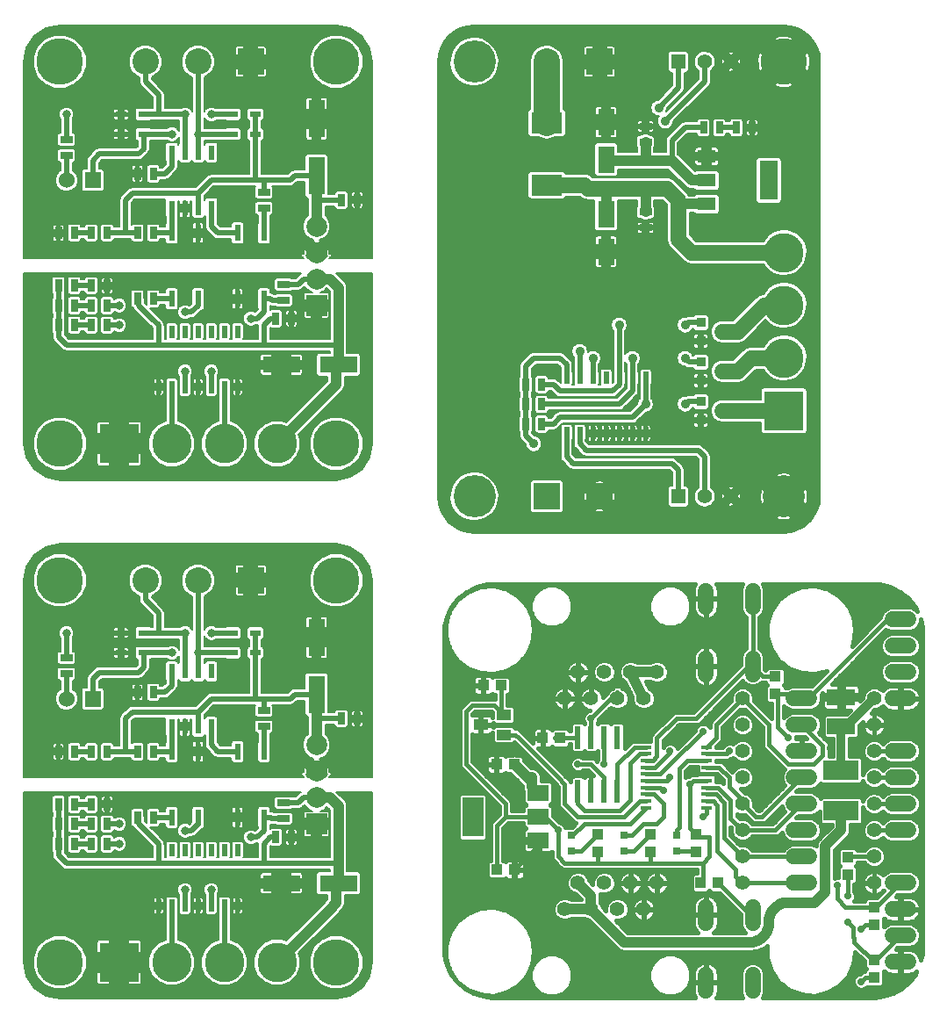
<source format=gtl>
G04 This is an RS-274x file exported by *
G04 gerbv version 2.6.1 *
G04 More information is available about gerbv at *
G04 http://gerbv.geda-project.org/ *
G04 --End of header info--*
%MOIN*%
%FSLAX34Y34*%
%IPPOS*%
G04 --Define apertures--*
%ADD10C,0.0059*%
%ADD11R,0.0236X0.0551*%
%ADD12R,0.0250X0.0450*%
%ADD13R,0.0450X0.0250*%
%ADD14R,0.0600X0.0600*%
%ADD15C,0.0600*%
%ADD16R,0.1417X0.0630*%
%ADD17C,0.1500*%
%ADD18R,0.1500X0.1500*%
%ADD19R,0.1000X0.1000*%
%ADD20C,0.1000*%
%ADD21C,0.1772*%
%ADD22R,0.0787X0.0787*%
%ADD23C,0.0787*%
%ADD24R,0.0630X0.1417*%
%ADD25R,0.0200X0.0450*%
%ADD26R,0.0394X0.0236*%
%ADD27R,0.0240X0.0598*%
%ADD28C,0.0315*%
%ADD29C,0.0197*%
%ADD30C,0.0394*%
%ADD31C,0.0067*%
%ADD32R,0.0360X0.0360*%
%ADD33R,0.0709X0.0512*%
%ADD34R,0.0709X0.1496*%
%ADD35R,0.1181X0.0787*%
%ADD36R,0.0550X0.0550*%
%ADD37C,0.0550*%
%ADD38R,0.0630X0.1024*%
%ADD39C,0.1600*%
%ADD40C,0.0350*%
%ADD41C,0.0591*%
%ADD42C,0.0984*%
%ADD43C,0.0554*%
%ADD44R,0.0390X0.0120*%
%ADD45R,0.0551X0.0394*%
%ADD46R,0.0394X0.0433*%
%ADD47R,0.0433X0.0394*%
%ADD48R,0.0790X0.0590*%
%ADD49R,0.0790X0.1500*%
%ADD50R,0.0236X0.0866*%
%ADD51R,0.0315X0.0315*%
%ADD52R,0.1063X0.0630*%
%ADD53R,0.1339X0.0748*%
%ADD54C,0.0400*%
%ADD55C,0.0160*%
%ADD56C,0.0278*%
%ADD57C,0.0320*%
G04 --Start main section--*
G54D11*
G01X0005750Y-004950D03*
G01X0005750Y-007050D03*
G01X0006250Y-004950D03*
G01X0006750Y-004950D03*
G01X0007250Y-004950D03*
G01X0006250Y-007050D03*
G01X0006750Y-007050D03*
G01X0007250Y-007050D03*
G54D12*
G01X0005050Y-005750D03*
G01X0004450Y-005750D03*
G01X0001450Y-010750D03*
G01X0002050Y-010750D03*
G01X0002700Y-011500D03*
G01X0003300Y-011500D03*
G01X0002700Y-010750D03*
G01X0003300Y-010750D03*
G54D13*
G01X0001750Y-005050D03*
G01X0001750Y-004450D03*
G54D12*
G01X0009700Y-011250D03*
G01X0010300Y-011250D03*
G01X0001450Y-010000D03*
G01X0002050Y-010000D03*
G01X0002700Y-010000D03*
G01X0003300Y-010000D03*
G54D14*
G01X0002750Y-006000D03*
G54D15*
G01X0001750Y-006000D03*
G54D16*
G01X0012083Y-013000D03*
G01X0009917Y-013000D03*
G54D17*
G01X0005750Y-016000D03*
G01X0007750Y-016000D03*
G54D18*
G01X0003750Y-016000D03*
G54D17*
G01X0009750Y-016000D03*
G54D19*
G01X0008750Y-001500D03*
G54D20*
G01X0006750Y-001500D03*
G01X0004750Y-001500D03*
G54D12*
G01X0001450Y-011500D03*
G01X0002050Y-011500D03*
G54D21*
G01X0012000Y-016000D03*
G01X0001500Y-016000D03*
G01X0012000Y-001500D03*
G01X0001500Y-001500D03*
G54D13*
G01X0009250Y-006450D03*
G01X0009250Y-007050D03*
G54D12*
G01X0004450Y-008000D03*
G01X0005050Y-008000D03*
G54D13*
G01X0010000Y-009950D03*
G01X0010000Y-010550D03*
G54D12*
G01X0004450Y-010500D03*
G01X0005050Y-010500D03*
G01X0012200Y-006750D03*
G01X0012800Y-006750D03*
G01X0003300Y-008000D03*
G01X0002700Y-008000D03*
G01X0002050Y-008000D03*
G01X0001450Y-008000D03*
G54D22*
G01X0011250Y-010750D03*
G54D23*
G01X0011250Y-009750D03*
G01X0011250Y-008750D03*
G01X0011250Y-007750D03*
G54D24*
G01X0011250Y-005833D03*
G01X0011250Y-003667D03*
G54D25*
G01X0005250Y-013850D03*
G01X0005750Y-013850D03*
G01X0006250Y-013850D03*
G01X0006750Y-013850D03*
G01X0007250Y-013850D03*
G01X0007750Y-013850D03*
G01X0008250Y-013850D03*
G01X0008250Y-011750D03*
G01X0007750Y-011750D03*
G01X0007250Y-011750D03*
G01X0006750Y-011750D03*
G01X0006250Y-011750D03*
G01X0005750Y-011750D03*
G01X0005250Y-011750D03*
G54D26*
G01X0008933Y-004250D03*
G01X0008067Y-004250D03*
G01X0008933Y-003500D03*
G01X0008067Y-003500D03*
G01X0004683Y-004250D03*
G01X0003817Y-004250D03*
G01X0004683Y-003500D03*
G01X0003817Y-003500D03*
G54D27*
G01X0005750Y-010500D03*
G01X0006750Y-010500D03*
G01X0006750Y-008000D03*
G01X0005750Y-008000D03*
G01X0009250Y-008000D03*
G01X0008250Y-008000D03*
G01X0008250Y-010500D03*
G01X0009250Y-010500D03*
G54D28*
G01X0001750Y-003500D03*
G01X0006250Y-003500D03*
G01X0007250Y-003500D03*
G01X0006750Y-004250D03*
G01X0005750Y-004250D03*
G01X0008750Y-011250D03*
G01X0003750Y-010750D03*
G01X0007250Y-013250D03*
G01X0003750Y-011500D03*
G01X0006250Y-011000D03*
G01X0006250Y-013250D03*
G54D29*
G01X0009250Y-012250D02*
G01X0009250Y-011500D01*
G01X0009500Y-011250D02*
G01X0009250Y-011500D01*
G01X0009500Y-011250D02*
G01X0009700Y-011250D01*
G01X0012083Y-012250D02*
G01X0011000Y-012250D01*
G01X0011000Y-012250D02*
G01X0009250Y-012250D01*
G01X0009250Y-012250D02*
G01X0005250Y-012250D01*
G01X0012083Y-012250D02*
G01X0012000Y-012250D01*
G01X0012000Y-012250D02*
G01X0012083Y-012250D01*
G54D30*
G01X0012083Y-013000D02*
G01X0012083Y-012250D01*
G01X0012083Y-012250D02*
G01X0012083Y-010250D01*
G01X0012083Y-010250D02*
G01X0012083Y-010083D01*
G01X0011750Y-009750D02*
G01X0011250Y-009750D01*
G01X0012083Y-010083D02*
G01X0011750Y-009750D01*
G01X0012000Y-013750D02*
G01X0012000Y-013083D01*
G01X0011750Y-014000D02*
G01X0012000Y-013750D01*
G01X0009750Y-016000D02*
G01X0011750Y-014000D01*
G01X0012000Y-013083D02*
G01X0012083Y-013000D01*
G54D29*
G01X0005250Y-011750D02*
G01X0005250Y-012250D01*
G01X0005250Y-012250D02*
G01X0004250Y-012250D01*
G01X0005000Y-011250D02*
G01X0004500Y-010750D01*
G01X0005250Y-011500D02*
G01X0005000Y-011250D01*
G01X0005250Y-011750D02*
G01X0005250Y-011500D01*
G01X0004500Y-010550D02*
G01X0004450Y-010500D01*
G01X0004500Y-010750D02*
G01X0004500Y-010550D01*
G01X0001450Y-011950D02*
G01X0001450Y-011500D01*
G01X0004250Y-012250D02*
G01X0001750Y-012250D01*
G01X0001450Y-011950D02*
G01X0001750Y-012250D01*
G01X0004250Y-012250D02*
G01X0004250Y-012250D01*
G01X0001450Y-010750D02*
G01X0001450Y-011500D01*
G01X0010000Y-009950D02*
G01X0010550Y-009950D01*
G01X0010550Y-009950D02*
G01X0010750Y-009750D01*
G01X0010750Y-009750D02*
G01X0011250Y-009750D01*
G01X0001450Y-010750D02*
G01X0001450Y-010000D01*
G01X0011250Y-006750D02*
G01X0012200Y-006750D01*
G01X0008933Y-004250D02*
G01X0008933Y-006000D01*
G01X0008933Y-006000D02*
G01X0009000Y-006000D01*
G01X0009250Y-006450D02*
G01X0009250Y-006000D01*
G01X0006750Y-006500D02*
G01X0004250Y-006500D01*
G01X0004000Y-006750D02*
G01X0004000Y-008000D01*
G01X0004250Y-006500D02*
G01X0004000Y-006750D01*
G01X0003300Y-008000D02*
G01X0004000Y-008000D01*
G01X0004000Y-008000D02*
G01X0004450Y-008000D01*
G01X0009500Y-006000D02*
G01X0010250Y-006000D01*
G01X0010417Y-005833D02*
G01X0011250Y-005833D01*
G01X0010250Y-006000D02*
G01X0010417Y-005833D01*
G01X0006750Y-007050D02*
G01X0006750Y-006500D01*
G01X0007250Y-006000D02*
G01X0009000Y-006000D01*
G01X0006750Y-006500D02*
G01X0007250Y-006000D01*
G01X0009000Y-006000D02*
G01X0009250Y-006000D01*
G01X0009250Y-006000D02*
G01X0009500Y-006000D01*
G01X0008933Y-003500D02*
G01X0008933Y-004250D01*
G54D30*
G01X0011250Y-007750D02*
G01X0011250Y-006750D01*
G01X0011250Y-006750D02*
G01X0011250Y-005833D01*
G54D29*
G01X0002050Y-010000D02*
G01X0002700Y-010000D01*
G01X0005750Y-008000D02*
G01X0005750Y-007050D01*
G01X0005750Y-008000D02*
G01X0005050Y-008000D01*
G01X0007250Y-007050D02*
G01X0007250Y-007750D01*
G01X0007500Y-008000D02*
G01X0008250Y-008000D01*
G01X0007250Y-007750D02*
G01X0007500Y-008000D01*
G01X0009250Y-008000D02*
G01X0009250Y-007050D01*
G01X0001750Y-006000D02*
G01X0001750Y-005050D01*
G01X0001750Y-003500D02*
G01X0001750Y-004450D01*
G01X0005250Y-003500D02*
G01X0005250Y-003000D01*
G01X0005250Y-003000D02*
G01X0005250Y-002750D01*
G01X0004750Y-002250D02*
G01X0004750Y-001500D01*
G01X0005250Y-002750D02*
G01X0004750Y-002250D01*
G01X0006250Y-004950D02*
G01X0006250Y-003500D01*
G01X0006250Y-003500D02*
G01X0006250Y-003500D01*
G01X0008067Y-003500D02*
G01X0007250Y-003500D01*
G01X0004683Y-003500D02*
G01X0005250Y-003500D01*
G01X0005250Y-003500D02*
G01X0006250Y-003500D01*
G01X0006250Y-003500D02*
G01X0006317Y-003500D01*
G01X0004500Y-005000D02*
G01X0003250Y-005000D01*
G01X0004683Y-004817D02*
G01X0004500Y-005000D01*
G01X0004683Y-004250D02*
G01X0004683Y-004817D01*
G01X0002750Y-005250D02*
G01X0002750Y-006000D01*
G01X0003000Y-005000D02*
G01X0002750Y-005250D01*
G01X0003250Y-005000D02*
G01X0003000Y-005000D01*
G01X0006750Y-004250D02*
G01X0006750Y-001500D01*
G01X0006750Y-004950D02*
G01X0006750Y-004500D01*
G01X0006750Y-004500D02*
G01X0006750Y-004250D01*
G01X0004683Y-004250D02*
G01X0005750Y-004250D01*
G01X0007500Y-004250D02*
G01X0008000Y-004250D01*
G01X0006683Y-004250D02*
G01X0007500Y-004250D01*
G01X0006750Y-004250D02*
G01X0006683Y-004250D01*
G01X0005050Y-005750D02*
G01X0005500Y-005750D01*
G01X0005750Y-005500D02*
G01X0005750Y-004950D01*
G01X0005500Y-005750D02*
G01X0005750Y-005500D01*
G01X0005750Y-010500D02*
G01X0005050Y-010500D01*
G01X0002050Y-010750D02*
G01X0002700Y-010750D01*
G01X0002050Y-011500D02*
G01X0002700Y-011500D01*
G01X0002700Y-008000D02*
G01X0002050Y-008000D01*
G01X0009000Y-011250D02*
G01X0009250Y-011000D01*
G01X0009250Y-011000D02*
G01X0009250Y-010500D01*
G01X0009000Y-011250D02*
G01X0008750Y-011250D01*
G01X0003750Y-010750D02*
G01X0003300Y-010750D01*
G01X0007250Y-013850D02*
G01X0007250Y-013250D01*
G01X0010000Y-010550D02*
G01X0009550Y-010550D01*
G01X0009550Y-010550D02*
G01X0009500Y-010500D01*
G01X0009500Y-010500D02*
G01X0009250Y-010500D01*
G01X0007750Y-013850D02*
G01X0007750Y-016250D01*
G01X0003750Y-011500D02*
G01X0003300Y-011500D01*
G01X0006750Y-010500D02*
G01X0006750Y-010750D01*
G01X0006500Y-011000D02*
G01X0006250Y-011000D01*
G01X0006750Y-010750D02*
G01X0006500Y-011000D01*
G01X0006250Y-013850D02*
G01X0006250Y-013250D01*
G01X0005750Y-016250D02*
G01X0005750Y-013850D01*
G54D10*
G36*
G01X0013379Y-008966D02*
G01X0013025Y-008966D01*
G01X0013025Y-006955D01*
G01X0013025Y-006544D01*
G01X0013025Y-006504D01*
G01X0013019Y-006490D01*
G01X0013019Y-001298D01*
G01X0012864Y-000923D01*
G01X0012578Y-000636D01*
G01X0012203Y-000480D01*
G01X0011798Y-000480D01*
G01X0011423Y-000635D01*
G01X0011136Y-000921D01*
G01X0010980Y-001296D01*
G01X0010980Y-001701D01*
G01X0011135Y-002076D01*
G01X0011421Y-002363D01*
G01X0011796Y-002519D01*
G01X0012201Y-002519D01*
G01X0012576Y-002364D01*
G01X0012863Y-002078D01*
G01X0013019Y-001703D01*
G01X0013019Y-001298D01*
G01X0013019Y-006490D01*
G01X0013010Y-006468D01*
G01X0012981Y-006439D01*
G01X0012944Y-006424D01*
G01X0012887Y-006424D01*
G01X0012862Y-006449D01*
G01X0012862Y-006637D01*
G01X0013000Y-006637D01*
G01X0013025Y-006612D01*
G01X0013025Y-006544D01*
G01X0013025Y-006955D01*
G01X0013025Y-006887D01*
G01X0013000Y-006862D01*
G01X0012862Y-006862D01*
G01X0012862Y-007050D01*
G01X0012887Y-007075D01*
G01X0012944Y-007075D01*
G01X0012981Y-007060D01*
G01X0013010Y-007031D01*
G01X0013025Y-006995D01*
G01X0013025Y-006955D01*
G01X0013025Y-008966D01*
G01X0012737Y-008966D01*
G01X0012737Y-007050D01*
G01X0012737Y-006862D01*
G01X0012737Y-006637D01*
G01X0012737Y-006449D01*
G01X0012712Y-006424D01*
G01X0012655Y-006424D01*
G01X0012618Y-006439D01*
G01X0012589Y-006468D01*
G01X0012574Y-006504D01*
G01X0012574Y-006544D01*
G01X0012574Y-006612D01*
G01X0012599Y-006637D01*
G01X0012737Y-006637D01*
G01X0012737Y-006862D01*
G01X0012599Y-006862D01*
G01X0012574Y-006887D01*
G01X0012574Y-006955D01*
G01X0012574Y-006995D01*
G01X0012589Y-007031D01*
G01X0012618Y-007060D01*
G01X0012655Y-007075D01*
G01X0012712Y-007075D01*
G01X0012737Y-007050D01*
G01X0012737Y-008966D01*
G01X0012458Y-008966D01*
G01X0012458Y-006948D01*
G01X0012458Y-006498D01*
G01X0012438Y-006449D01*
G01X0012400Y-006411D01*
G01X0012351Y-006391D01*
G01X0012298Y-006391D01*
G01X0012048Y-006391D01*
G01X0011999Y-006411D01*
G01X0011961Y-006449D01*
G01X0011941Y-006498D01*
G01X0011941Y-006518D01*
G01X0011698Y-006518D01*
G01X0011698Y-006515D01*
G01X0011698Y-005098D01*
G01X0011678Y-005048D01*
G01X0011665Y-005036D01*
G01X0011665Y-004395D01*
G01X0011665Y-002938D01*
G01X0011650Y-002901D01*
G01X0011621Y-002873D01*
G01X0011585Y-002858D01*
G01X0011545Y-002858D01*
G01X0011432Y-002858D01*
G01X0011407Y-002883D01*
G01X0011407Y-003312D01*
G01X0011640Y-003312D01*
G01X0011665Y-003287D01*
G01X0011665Y-002938D01*
G01X0011665Y-004395D01*
G01X0011665Y-004046D01*
G01X0011640Y-004021D01*
G01X0011407Y-004021D01*
G01X0011407Y-004450D01*
G01X0011432Y-004475D01*
G01X0011545Y-004475D01*
G01X0011585Y-004475D01*
G01X0011621Y-004460D01*
G01X0011650Y-004432D01*
G01X0011665Y-004395D01*
G01X0011665Y-005036D01*
G01X0011640Y-005011D01*
G01X0011591Y-004991D01*
G01X0011538Y-004991D01*
G01X0011092Y-004991D01*
G01X0011092Y-004450D01*
G01X0011092Y-004021D01*
G01X0011092Y-003312D01*
G01X0011092Y-002883D01*
G01X0011067Y-002858D01*
G01X0010954Y-002858D01*
G01X0010914Y-002858D01*
G01X0010878Y-002873D01*
G01X0010849Y-002901D01*
G01X0010834Y-002938D01*
G01X0010834Y-003287D01*
G01X0010859Y-003312D01*
G01X0011092Y-003312D01*
G01X0011092Y-004021D01*
G01X0010859Y-004021D01*
G01X0010834Y-004046D01*
G01X0010834Y-004395D01*
G01X0010849Y-004432D01*
G01X0010878Y-004460D01*
G01X0010914Y-004475D01*
G01X0010954Y-004475D01*
G01X0011067Y-004475D01*
G01X0011092Y-004450D01*
G01X0011092Y-004991D01*
G01X0010908Y-004991D01*
G01X0010859Y-005011D01*
G01X0010821Y-005048D01*
G01X0010801Y-005097D01*
G01X0010801Y-005150D01*
G01X0010801Y-005601D01*
G01X0010417Y-005601D01*
G01X0010328Y-005618D01*
G01X0010253Y-005669D01*
G01X0010153Y-005768D01*
G01X0009500Y-005768D01*
G01X0009350Y-005768D01*
G01X0009350Y-001980D01*
G01X0009350Y-001019D01*
G01X0009350Y-000979D01*
G01X0009335Y-000943D01*
G01X0009306Y-000914D01*
G01X0009269Y-000899D01*
G01X0009025Y-000899D01*
G01X0009000Y-000924D01*
G01X0009000Y-001250D01*
G01X0009325Y-001250D01*
G01X0009350Y-001224D01*
G01X0009350Y-001019D01*
G01X0009350Y-001980D01*
G01X0009350Y-001775D01*
G01X0009325Y-001750D01*
G01X0009000Y-001750D01*
G01X0009000Y-002075D01*
G01X0009025Y-002100D01*
G01X0009269Y-002100D01*
G01X0009306Y-002085D01*
G01X0009335Y-002056D01*
G01X0009350Y-002020D01*
G01X0009350Y-001980D01*
G01X0009350Y-005768D01*
G01X0009250Y-005768D01*
G01X0009164Y-005768D01*
G01X0009164Y-004497D01*
G01X0009205Y-004481D01*
G01X0009243Y-004443D01*
G01X0009263Y-004394D01*
G01X0009263Y-004341D01*
G01X0009263Y-004105D01*
G01X0009243Y-004056D01*
G01X0009205Y-004018D01*
G01X0009164Y-004001D01*
G01X0009164Y-003747D01*
G01X0009205Y-003731D01*
G01X0009243Y-003693D01*
G01X0009263Y-003644D01*
G01X0009263Y-003591D01*
G01X0009263Y-003355D01*
G01X0009243Y-003306D01*
G01X0009205Y-003268D01*
G01X0009156Y-003248D01*
G01X0009103Y-003248D01*
G01X0008709Y-003248D01*
G01X0008660Y-003268D01*
G01X0008622Y-003306D01*
G01X0008602Y-003355D01*
G01X0008602Y-003408D01*
G01X0008602Y-003644D01*
G01X0008622Y-003693D01*
G01X0008660Y-003731D01*
G01X0008701Y-003748D01*
G01X0008701Y-004002D01*
G01X0008660Y-004018D01*
G01X0008622Y-004056D01*
G01X0008602Y-004105D01*
G01X0008602Y-004158D01*
G01X0008602Y-004394D01*
G01X0008622Y-004443D01*
G01X0008660Y-004481D01*
G01X0008701Y-004498D01*
G01X0008701Y-005768D01*
G01X0008500Y-005768D01*
G01X0008500Y-002075D01*
G01X0008500Y-001750D01*
G01X0008500Y-001250D01*
G01X0008500Y-000924D01*
G01X0008474Y-000899D01*
G01X0008230Y-000899D01*
G01X0008193Y-000914D01*
G01X0008164Y-000943D01*
G01X0008149Y-000979D01*
G01X0008149Y-001019D01*
G01X0008149Y-001224D01*
G01X0008174Y-001250D01*
G01X0008500Y-001250D01*
G01X0008500Y-001750D01*
G01X0008174Y-001750D01*
G01X0008149Y-001775D01*
G01X0008149Y-001980D01*
G01X0008149Y-002020D01*
G01X0008164Y-002056D01*
G01X0008193Y-002085D01*
G01X0008230Y-002100D01*
G01X0008474Y-002100D01*
G01X0008500Y-002075D01*
G01X0008500Y-005768D01*
G01X0008397Y-005768D01*
G01X0008397Y-004341D01*
G01X0008397Y-004105D01*
G01X0008377Y-004056D01*
G01X0008339Y-004018D01*
G01X0008290Y-003998D01*
G01X0008237Y-003998D01*
G01X0007843Y-003998D01*
G01X0007796Y-004018D01*
G01X0007500Y-004018D01*
G01X0006981Y-004018D01*
G01X0006981Y-003613D01*
G01X0007003Y-003664D01*
G01X0007084Y-003746D01*
G01X0007191Y-003790D01*
G01X0007307Y-003790D01*
G01X0007414Y-003746D01*
G01X0007429Y-003731D01*
G01X0007796Y-003731D01*
G01X0007843Y-003751D01*
G01X0007896Y-003751D01*
G01X0008290Y-003751D01*
G01X0008339Y-003731D01*
G01X0008377Y-003693D01*
G01X0008397Y-003644D01*
G01X0008397Y-003591D01*
G01X0008397Y-003355D01*
G01X0008377Y-003306D01*
G01X0008339Y-003268D01*
G01X0008290Y-003248D01*
G01X0008237Y-003248D01*
G01X0007843Y-003248D01*
G01X0007796Y-003268D01*
G01X0007429Y-003268D01*
G01X0007415Y-003253D01*
G01X0007308Y-003209D01*
G01X0007192Y-003209D01*
G01X0007085Y-003253D01*
G01X0007003Y-003334D01*
G01X0006981Y-003387D01*
G01X0006981Y-002089D01*
G01X0007108Y-002037D01*
G01X0007286Y-001859D01*
G01X0007383Y-001626D01*
G01X0007383Y-001374D01*
G01X0007287Y-001141D01*
G01X0007109Y-000963D01*
G01X0006876Y-000866D01*
G01X0006624Y-000866D01*
G01X0006391Y-000962D01*
G01X0006213Y-001140D01*
G01X0006116Y-001373D01*
G01X0006116Y-001625D01*
G01X0006212Y-001858D01*
G01X0006390Y-002036D01*
G01X0006518Y-002089D01*
G01X0006518Y-003386D01*
G01X0006496Y-003335D01*
G01X0006415Y-003253D01*
G01X0006308Y-003209D01*
G01X0006192Y-003209D01*
G01X0006085Y-003253D01*
G01X0006070Y-003268D01*
G01X0005481Y-003268D01*
G01X0005481Y-003000D01*
G01X0005481Y-002750D01*
G01X0005464Y-002661D01*
G01X0005464Y-002661D01*
G01X0005413Y-002586D01*
G01X0004981Y-002153D01*
G01X0004981Y-002089D01*
G01X0005108Y-002037D01*
G01X0005286Y-001859D01*
G01X0005383Y-001626D01*
G01X0005383Y-001374D01*
G01X0005287Y-001141D01*
G01X0005109Y-000963D01*
G01X0004876Y-000866D01*
G01X0004624Y-000866D01*
G01X0004391Y-000962D01*
G01X0004213Y-001140D01*
G01X0004116Y-001373D01*
G01X0004116Y-001625D01*
G01X0004212Y-001858D01*
G01X0004390Y-002036D01*
G01X0004518Y-002089D01*
G01X0004518Y-002250D01*
G01X0004535Y-002338D01*
G01X0004586Y-002413D01*
G01X0005018Y-002846D01*
G01X0005018Y-003000D01*
G01X0005018Y-003268D01*
G01X0004953Y-003268D01*
G01X0004906Y-003248D01*
G01X0004853Y-003248D01*
G01X0004459Y-003248D01*
G01X0004410Y-003268D01*
G01X0004372Y-003306D01*
G01X0004352Y-003355D01*
G01X0004352Y-003408D01*
G01X0004352Y-003644D01*
G01X0004372Y-003693D01*
G01X0004410Y-003731D01*
G01X0004459Y-003751D01*
G01X0004512Y-003751D01*
G01X0004906Y-003751D01*
G01X0004953Y-003731D01*
G01X0005250Y-003731D01*
G01X0006018Y-003731D01*
G01X0006018Y-004136D01*
G01X0005996Y-004085D01*
G01X0005915Y-004003D01*
G01X0005808Y-003959D01*
G01X0005692Y-003959D01*
G01X0005585Y-004003D01*
G01X0005570Y-004018D01*
G01X0004953Y-004018D01*
G01X0004906Y-003998D01*
G01X0004853Y-003998D01*
G01X0004459Y-003998D01*
G01X0004410Y-004018D01*
G01X0004372Y-004056D01*
G01X0004352Y-004105D01*
G01X0004352Y-004158D01*
G01X0004352Y-004394D01*
G01X0004372Y-004443D01*
G01X0004410Y-004481D01*
G01X0004451Y-004498D01*
G01X0004451Y-004720D01*
G01X0004403Y-004768D01*
G01X0004114Y-004768D01*
G01X0004114Y-004348D01*
G01X0004114Y-004151D01*
G01X0004114Y-003598D01*
G01X0004114Y-003401D01*
G01X0004114Y-003361D01*
G01X0004099Y-003325D01*
G01X0004070Y-003296D01*
G01X0004033Y-003281D01*
G01X0003940Y-003281D01*
G01X0003915Y-003306D01*
G01X0003915Y-003441D01*
G01X0004089Y-003441D01*
G01X0004114Y-003415D01*
G01X0004114Y-003401D01*
G01X0004114Y-003598D01*
G01X0004114Y-003584D01*
G01X0004089Y-003559D01*
G01X0003915Y-003559D01*
G01X0003915Y-003693D01*
G01X0003940Y-003718D01*
G01X0004033Y-003718D01*
G01X0004070Y-003703D01*
G01X0004099Y-003674D01*
G01X0004114Y-003638D01*
G01X0004114Y-003598D01*
G01X0004114Y-004151D01*
G01X0004114Y-004111D01*
G01X0004099Y-004075D01*
G01X0004070Y-004046D01*
G01X0004033Y-004031D01*
G01X0003940Y-004031D01*
G01X0003915Y-004056D01*
G01X0003915Y-004191D01*
G01X0004089Y-004191D01*
G01X0004114Y-004165D01*
G01X0004114Y-004151D01*
G01X0004114Y-004348D01*
G01X0004114Y-004334D01*
G01X0004089Y-004309D01*
G01X0003915Y-004309D01*
G01X0003915Y-004443D01*
G01X0003940Y-004468D01*
G01X0004033Y-004468D01*
G01X0004070Y-004453D01*
G01X0004099Y-004424D01*
G01X0004114Y-004388D01*
G01X0004114Y-004348D01*
G01X0004114Y-004768D01*
G01X0003718Y-004768D01*
G01X0003718Y-004443D01*
G01X0003718Y-004309D01*
G01X0003718Y-004191D01*
G01X0003718Y-004056D01*
G01X0003718Y-003693D01*
G01X0003718Y-003559D01*
G01X0003718Y-003441D01*
G01X0003718Y-003306D01*
G01X0003693Y-003281D01*
G01X0003600Y-003281D01*
G01X0003563Y-003296D01*
G01X0003534Y-003325D01*
G01X0003519Y-003361D01*
G01X0003519Y-003401D01*
G01X0003519Y-003415D01*
G01X0003544Y-003441D01*
G01X0003718Y-003441D01*
G01X0003718Y-003559D01*
G01X0003544Y-003559D01*
G01X0003519Y-003584D01*
G01X0003519Y-003598D01*
G01X0003519Y-003638D01*
G01X0003534Y-003674D01*
G01X0003563Y-003703D01*
G01X0003600Y-003718D01*
G01X0003693Y-003718D01*
G01X0003718Y-003693D01*
G01X0003718Y-004056D01*
G01X0003693Y-004031D01*
G01X0003600Y-004031D01*
G01X0003563Y-004046D01*
G01X0003534Y-004075D01*
G01X0003519Y-004111D01*
G01X0003519Y-004151D01*
G01X0003519Y-004165D01*
G01X0003544Y-004191D01*
G01X0003718Y-004191D01*
G01X0003718Y-004309D01*
G01X0003544Y-004309D01*
G01X0003519Y-004334D01*
G01X0003519Y-004348D01*
G01X0003519Y-004388D01*
G01X0003534Y-004424D01*
G01X0003563Y-004453D01*
G01X0003600Y-004468D01*
G01X0003693Y-004468D01*
G01X0003718Y-004443D01*
G01X0003718Y-004768D01*
G01X0003250Y-004768D01*
G01X0003000Y-004768D01*
G01X0002911Y-004785D01*
G01X0002836Y-004836D01*
G01X0002836Y-004836D01*
G01X0002586Y-005086D01*
G01X0002535Y-005161D01*
G01X0002519Y-005243D01*
G01X0002519Y-001298D01*
G01X0002364Y-000923D01*
G01X0002078Y-000636D01*
G01X0001703Y-000480D01*
G01X0001298Y-000480D01*
G01X0000923Y-000635D01*
G01X0000636Y-000921D01*
G01X0000480Y-001296D01*
G01X0000480Y-001701D01*
G01X0000635Y-002076D01*
G01X0000921Y-002363D01*
G01X0001296Y-002519D01*
G01X0001701Y-002519D01*
G01X0002076Y-002364D01*
G01X0002363Y-002078D01*
G01X0002519Y-001703D01*
G01X0002519Y-001298D01*
G01X0002519Y-005243D01*
G01X0002518Y-005250D01*
G01X0002518Y-005566D01*
G01X0002423Y-005566D01*
G01X0002374Y-005586D01*
G01X0002336Y-005624D01*
G01X0002316Y-005673D01*
G01X0002316Y-005726D01*
G01X0002316Y-006326D01*
G01X0002336Y-006375D01*
G01X0002374Y-006413D01*
G01X0002423Y-006433D01*
G01X0002476Y-006433D01*
G01X0003076Y-006433D01*
G01X0003125Y-006413D01*
G01X0003163Y-006375D01*
G01X0003183Y-006326D01*
G01X0003183Y-006273D01*
G01X0003183Y-005673D01*
G01X0003163Y-005624D01*
G01X0003125Y-005586D01*
G01X0003076Y-005566D01*
G01X0003023Y-005566D01*
G01X0002981Y-005566D01*
G01X0002981Y-005346D01*
G01X0003096Y-005231D01*
G01X0003250Y-005231D01*
G01X0004500Y-005231D01*
G01X0004588Y-005214D01*
G01X0004588Y-005214D01*
G01X0004663Y-005163D01*
G01X0004846Y-004980D01*
G01X0004846Y-004980D01*
G01X0004846Y-004980D01*
G01X0004897Y-004905D01*
G01X0004914Y-004817D01*
G01X0004914Y-004817D01*
G01X0004914Y-004817D01*
G01X0004914Y-004497D01*
G01X0004953Y-004481D01*
G01X0005570Y-004481D01*
G01X0005584Y-004496D01*
G01X0005691Y-004540D01*
G01X0005807Y-004540D01*
G01X0005914Y-004496D01*
G01X0005996Y-004415D01*
G01X0006018Y-004362D01*
G01X0006018Y-004600D01*
G01X0005999Y-004644D01*
G01X0005981Y-004598D01*
G01X0005943Y-004561D01*
G01X0005894Y-004541D01*
G01X0005841Y-004541D01*
G01X0005605Y-004541D01*
G01X0005556Y-004561D01*
G01X0005518Y-004598D01*
G01X0005498Y-004647D01*
G01X0005498Y-004700D01*
G01X0005498Y-005251D01*
G01X0005518Y-005299D01*
G01X0005518Y-005403D01*
G01X0005403Y-005518D01*
G01X0005308Y-005518D01*
G01X0005308Y-005498D01*
G01X0005288Y-005449D01*
G01X0005250Y-005411D01*
G01X0005201Y-005391D01*
G01X0005148Y-005391D01*
G01X0004898Y-005391D01*
G01X0004849Y-005411D01*
G01X0004811Y-005449D01*
G01X0004791Y-005498D01*
G01X0004791Y-005551D01*
G01X0004791Y-006001D01*
G01X0004811Y-006050D01*
G01X0004849Y-006088D01*
G01X0004898Y-006108D01*
G01X0004951Y-006108D01*
G01X0005201Y-006108D01*
G01X0005250Y-006088D01*
G01X0005288Y-006050D01*
G01X0005308Y-006001D01*
G01X0005308Y-005981D01*
G01X0005500Y-005981D01*
G01X0005588Y-005964D01*
G01X0005588Y-005964D01*
G01X0005663Y-005913D01*
G01X0005913Y-005663D01*
G01X0005913Y-005663D01*
G01X0005913Y-005663D01*
G01X0005964Y-005588D01*
G01X0005981Y-005500D01*
G01X0005981Y-005299D01*
G01X0006000Y-005255D01*
G01X0006018Y-005301D01*
G01X0006056Y-005338D01*
G01X0006105Y-005358D01*
G01X0006158Y-005358D01*
G01X0006394Y-005358D01*
G01X0006443Y-005338D01*
G01X0006481Y-005301D01*
G01X0006500Y-005255D01*
G01X0006518Y-005301D01*
G01X0006556Y-005338D01*
G01X0006605Y-005358D01*
G01X0006658Y-005358D01*
G01X0006894Y-005358D01*
G01X0006943Y-005338D01*
G01X0006981Y-005301D01*
G01X0007000Y-005255D01*
G01X0007018Y-005301D01*
G01X0007056Y-005338D01*
G01X0007105Y-005358D01*
G01X0007158Y-005358D01*
G01X0007394Y-005358D01*
G01X0007443Y-005338D01*
G01X0007481Y-005301D01*
G01X0007501Y-005252D01*
G01X0007501Y-005199D01*
G01X0007501Y-004648D01*
G01X0007481Y-004598D01*
G01X0007443Y-004561D01*
G01X0007394Y-004541D01*
G01X0007341Y-004541D01*
G01X0007105Y-004541D01*
G01X0007056Y-004561D01*
G01X0007018Y-004598D01*
G01X0006999Y-004644D01*
G01X0006981Y-004600D01*
G01X0006981Y-004500D01*
G01X0006981Y-004481D01*
G01X0007500Y-004481D01*
G01X0007796Y-004481D01*
G01X0007843Y-004501D01*
G01X0007896Y-004501D01*
G01X0008290Y-004501D01*
G01X0008339Y-004481D01*
G01X0008377Y-004443D01*
G01X0008397Y-004394D01*
G01X0008397Y-004341D01*
G01X0008397Y-005768D01*
G01X0007250Y-005768D01*
G01X0007161Y-005785D01*
G01X0007086Y-005836D01*
G01X0006653Y-006268D01*
G01X0004675Y-006268D01*
G01X0004675Y-005955D01*
G01X0004675Y-005544D01*
G01X0004675Y-005504D01*
G01X0004660Y-005468D01*
G01X0004631Y-005439D01*
G01X0004594Y-005424D01*
G01X0004537Y-005424D01*
G01X0004512Y-005449D01*
G01X0004512Y-005637D01*
G01X0004650Y-005637D01*
G01X0004675Y-005612D01*
G01X0004675Y-005544D01*
G01X0004675Y-005955D01*
G01X0004675Y-005887D01*
G01X0004650Y-005862D01*
G01X0004512Y-005862D01*
G01X0004512Y-006050D01*
G01X0004537Y-006075D01*
G01X0004594Y-006075D01*
G01X0004631Y-006060D01*
G01X0004660Y-006031D01*
G01X0004675Y-005995D01*
G01X0004675Y-005955D01*
G01X0004675Y-006268D01*
G01X0004387Y-006268D01*
G01X0004387Y-006050D01*
G01X0004387Y-005862D01*
G01X0004387Y-005637D01*
G01X0004387Y-005449D01*
G01X0004362Y-005424D01*
G01X0004305Y-005424D01*
G01X0004268Y-005439D01*
G01X0004239Y-005468D01*
G01X0004224Y-005504D01*
G01X0004224Y-005544D01*
G01X0004224Y-005612D01*
G01X0004249Y-005637D01*
G01X0004387Y-005637D01*
G01X0004387Y-005862D01*
G01X0004249Y-005862D01*
G01X0004224Y-005887D01*
G01X0004224Y-005955D01*
G01X0004224Y-005995D01*
G01X0004239Y-006031D01*
G01X0004268Y-006060D01*
G01X0004305Y-006075D01*
G01X0004362Y-006075D01*
G01X0004387Y-006050D01*
G01X0004387Y-006268D01*
G01X0004250Y-006268D01*
G01X0004161Y-006285D01*
G01X0004086Y-006336D01*
G01X0004086Y-006336D01*
G01X0003836Y-006586D01*
G01X0003785Y-006661D01*
G01X0003768Y-006750D01*
G01X0003768Y-007768D01*
G01X0003558Y-007768D01*
G01X0003558Y-007748D01*
G01X0003538Y-007699D01*
G01X0003500Y-007661D01*
G01X0003451Y-007641D01*
G01X0003398Y-007641D01*
G01X0003148Y-007641D01*
G01X0003099Y-007661D01*
G01X0003061Y-007699D01*
G01X0003041Y-007748D01*
G01X0003041Y-007801D01*
G01X0003041Y-008251D01*
G01X0003061Y-008300D01*
G01X0003099Y-008338D01*
G01X0003148Y-008358D01*
G01X0003201Y-008358D01*
G01X0003451Y-008358D01*
G01X0003500Y-008338D01*
G01X0003538Y-008300D01*
G01X0003558Y-008251D01*
G01X0003558Y-008231D01*
G01X0004000Y-008231D01*
G01X0004191Y-008231D01*
G01X0004191Y-008251D01*
G01X0004211Y-008300D01*
G01X0004249Y-008338D01*
G01X0004298Y-008358D01*
G01X0004351Y-008358D01*
G01X0004601Y-008358D01*
G01X0004650Y-008338D01*
G01X0004688Y-008300D01*
G01X0004708Y-008251D01*
G01X0004708Y-008198D01*
G01X0004708Y-007748D01*
G01X0004688Y-007699D01*
G01X0004650Y-007661D01*
G01X0004601Y-007641D01*
G01X0004548Y-007641D01*
G01X0004298Y-007641D01*
G01X0004249Y-007661D01*
G01X0004231Y-007679D01*
G01X0004231Y-006846D01*
G01X0004346Y-006731D01*
G01X0005505Y-006731D01*
G01X0005498Y-006747D01*
G01X0005498Y-006800D01*
G01X0005498Y-007351D01*
G01X0005518Y-007399D01*
G01X0005518Y-007623D01*
G01X0005516Y-007625D01*
G01X0005496Y-007674D01*
G01X0005496Y-007727D01*
G01X0005496Y-007768D01*
G01X0005308Y-007768D01*
G01X0005308Y-007748D01*
G01X0005288Y-007699D01*
G01X0005250Y-007661D01*
G01X0005201Y-007641D01*
G01X0005148Y-007641D01*
G01X0004898Y-007641D01*
G01X0004849Y-007661D01*
G01X0004811Y-007699D01*
G01X0004791Y-007748D01*
G01X0004791Y-007801D01*
G01X0004791Y-008251D01*
G01X0004811Y-008300D01*
G01X0004849Y-008338D01*
G01X0004898Y-008358D01*
G01X0004951Y-008358D01*
G01X0005201Y-008358D01*
G01X0005250Y-008338D01*
G01X0005288Y-008300D01*
G01X0005308Y-008251D01*
G01X0005308Y-008231D01*
G01X0005496Y-008231D01*
G01X0005496Y-008325D01*
G01X0005516Y-008374D01*
G01X0005554Y-008412D01*
G01X0005603Y-008432D01*
G01X0005656Y-008432D01*
G01X0005896Y-008432D01*
G01X0005945Y-008412D01*
G01X0005983Y-008374D01*
G01X0006003Y-008325D01*
G01X0006003Y-008272D01*
G01X0006003Y-007674D01*
G01X0005983Y-007625D01*
G01X0005981Y-007623D01*
G01X0005981Y-007399D01*
G01X0006001Y-007352D01*
G01X0006001Y-007299D01*
G01X0006001Y-006774D01*
G01X0006031Y-006774D01*
G01X0006031Y-006794D01*
G01X0006031Y-006887D01*
G01X0006056Y-006912D01*
G01X0006191Y-006912D01*
G01X0006191Y-006774D01*
G01X0006309Y-006774D01*
G01X0006309Y-006912D01*
G01X0006443Y-006912D01*
G01X0006468Y-006887D01*
G01X0006468Y-006794D01*
G01X0006468Y-006774D01*
G01X0006498Y-006774D01*
G01X0006498Y-006800D01*
G01X0006498Y-007351D01*
G01X0006518Y-007401D01*
G01X0006556Y-007438D01*
G01X0006605Y-007458D01*
G01X0006658Y-007458D01*
G01X0006894Y-007458D01*
G01X0006943Y-007438D01*
G01X0006981Y-007401D01*
G01X0007000Y-007355D01*
G01X0007018Y-007399D01*
G01X0007018Y-007750D01*
G01X0007035Y-007838D01*
G01X0007086Y-007913D01*
G01X0007336Y-008163D01*
G01X0007336Y-008163D01*
G01X0007411Y-008214D01*
G01X0007500Y-008231D01*
G01X0007996Y-008231D01*
G01X0007996Y-008325D01*
G01X0008016Y-008374D01*
G01X0008054Y-008412D01*
G01X0008103Y-008432D01*
G01X0008156Y-008432D01*
G01X0008396Y-008432D01*
G01X0008445Y-008412D01*
G01X0008483Y-008374D01*
G01X0008503Y-008325D01*
G01X0008503Y-008272D01*
G01X0008503Y-007674D01*
G01X0008483Y-007625D01*
G01X0008445Y-007587D01*
G01X0008396Y-007567D01*
G01X0008343Y-007567D01*
G01X0008103Y-007567D01*
G01X0008054Y-007587D01*
G01X0008016Y-007625D01*
G01X0007996Y-007674D01*
G01X0007996Y-007727D01*
G01X0007996Y-007768D01*
G01X0007596Y-007768D01*
G01X0007481Y-007653D01*
G01X0007481Y-007399D01*
G01X0007501Y-007352D01*
G01X0007501Y-007299D01*
G01X0007501Y-006748D01*
G01X0007481Y-006698D01*
G01X0007443Y-006661D01*
G01X0007394Y-006641D01*
G01X0007341Y-006641D01*
G01X0007105Y-006641D01*
G01X0007056Y-006661D01*
G01X0007018Y-006698D01*
G01X0006999Y-006744D01*
G01X0006981Y-006700D01*
G01X0006981Y-006596D01*
G01X0007346Y-006231D01*
G01X0008929Y-006231D01*
G01X0008911Y-006249D01*
G01X0008891Y-006298D01*
G01X0008891Y-006351D01*
G01X0008891Y-006601D01*
G01X0008911Y-006650D01*
G01X0008949Y-006688D01*
G01X0008998Y-006708D01*
G01X0009051Y-006708D01*
G01X0009501Y-006708D01*
G01X0009550Y-006688D01*
G01X0009588Y-006650D01*
G01X0009608Y-006601D01*
G01X0009608Y-006548D01*
G01X0009608Y-006298D01*
G01X0009588Y-006249D01*
G01X0009570Y-006231D01*
G01X0010250Y-006231D01*
G01X0010338Y-006214D01*
G01X0010338Y-006214D01*
G01X0010413Y-006163D01*
G01X0010513Y-006064D01*
G01X0010801Y-006064D01*
G01X0010801Y-006567D01*
G01X0010821Y-006617D01*
G01X0010859Y-006654D01*
G01X0010908Y-006674D01*
G01X0010919Y-006674D01*
G01X0010919Y-006750D01*
G01X0010919Y-007334D01*
G01X0010803Y-007450D01*
G01X0010722Y-007644D01*
G01X0010722Y-007854D01*
G01X0010802Y-008048D01*
G01X0010950Y-008196D01*
G01X0011124Y-008268D01*
G01X0011080Y-008302D01*
G01X0011250Y-008471D01*
G01X0011419Y-008302D01*
G01X0011375Y-008268D01*
G01X0011548Y-008197D01*
G01X0011696Y-008049D01*
G01X0011777Y-007855D01*
G01X0011777Y-007645D01*
G01X0011697Y-007451D01*
G01X0011580Y-007334D01*
G01X0011580Y-006981D01*
G01X0011941Y-006981D01*
G01X0011941Y-007001D01*
G01X0011961Y-007050D01*
G01X0011999Y-007088D01*
G01X0012048Y-007108D01*
G01X0012101Y-007108D01*
G01X0012351Y-007108D01*
G01X0012400Y-007088D01*
G01X0012438Y-007050D01*
G01X0012458Y-007001D01*
G01X0012458Y-006948D01*
G01X0012458Y-008966D01*
G01X0011746Y-008966D01*
G01X0011744Y-008966D01*
G01X0011746Y-008964D01*
G01X0011860Y-008851D01*
G01X0011765Y-008755D01*
G01X0011746Y-008773D01*
G01X0011743Y-008777D01*
G01X0011746Y-008666D01*
G01X0011740Y-008636D01*
G01X0011697Y-008580D01*
G01X0011528Y-008750D01*
G01X0011649Y-008871D01*
G01X0011554Y-008966D01*
G01X0010971Y-008966D01*
G01X0010945Y-008966D01*
G01X0010850Y-008871D01*
G01X0010971Y-008750D01*
G01X0010802Y-008580D01*
G01X0010759Y-008636D01*
G01X0010754Y-008775D01*
G01X0010734Y-008755D01*
G01X0010639Y-008851D01*
G01X0010755Y-008966D01*
G01X0009608Y-008966D01*
G01X0009608Y-007148D01*
G01X0009608Y-006898D01*
G01X0009588Y-006849D01*
G01X0009550Y-006811D01*
G01X0009501Y-006791D01*
G01X0009448Y-006791D01*
G01X0008998Y-006791D01*
G01X0008949Y-006811D01*
G01X0008911Y-006849D01*
G01X0008891Y-006898D01*
G01X0008891Y-006951D01*
G01X0008891Y-007201D01*
G01X0008911Y-007250D01*
G01X0008949Y-007288D01*
G01X0008998Y-007308D01*
G01X0009018Y-007308D01*
G01X0009018Y-007623D01*
G01X0009016Y-007625D01*
G01X0008996Y-007674D01*
G01X0008996Y-007727D01*
G01X0008996Y-008325D01*
G01X0009016Y-008374D01*
G01X0009054Y-008412D01*
G01X0009103Y-008432D01*
G01X0009156Y-008432D01*
G01X0009396Y-008432D01*
G01X0009445Y-008412D01*
G01X0009483Y-008374D01*
G01X0009503Y-008325D01*
G01X0009503Y-008272D01*
G01X0009503Y-007674D01*
G01X0009483Y-007625D01*
G01X0009481Y-007623D01*
G01X0009481Y-007308D01*
G01X0009501Y-007308D01*
G01X0009550Y-007288D01*
G01X0009588Y-007250D01*
G01X0009608Y-007201D01*
G01X0009608Y-007148D01*
G01X0009608Y-008966D01*
G01X0006970Y-008966D01*
G01X0006970Y-008279D01*
G01X0006970Y-007720D01*
G01X0006970Y-007680D01*
G01X0006955Y-007643D01*
G01X0006926Y-007615D01*
G01X0006889Y-007600D01*
G01X0006835Y-007600D01*
G01X0006810Y-007625D01*
G01X0006810Y-007850D01*
G01X0006945Y-007850D01*
G01X0006970Y-007825D01*
G01X0006970Y-007720D01*
G01X0006970Y-008279D01*
G01X0006970Y-008174D01*
G01X0006945Y-008149D01*
G01X0006810Y-008149D01*
G01X0006810Y-008374D01*
G01X0006835Y-008399D01*
G01X0006889Y-008399D01*
G01X0006926Y-008384D01*
G01X0006955Y-008356D01*
G01X0006970Y-008319D01*
G01X0006970Y-008279D01*
G01X0006970Y-008966D01*
G01X0006689Y-008966D01*
G01X0006689Y-008374D01*
G01X0006689Y-008149D01*
G01X0006689Y-007850D01*
G01X0006689Y-007625D01*
G01X0006664Y-007600D01*
G01X0006610Y-007600D01*
G01X0006573Y-007615D01*
G01X0006544Y-007643D01*
G01X0006529Y-007680D01*
G01X0006529Y-007720D01*
G01X0006529Y-007825D01*
G01X0006554Y-007850D01*
G01X0006689Y-007850D01*
G01X0006689Y-008149D01*
G01X0006554Y-008149D01*
G01X0006529Y-008174D01*
G01X0006529Y-008279D01*
G01X0006529Y-008319D01*
G01X0006544Y-008356D01*
G01X0006573Y-008384D01*
G01X0006610Y-008399D01*
G01X0006664Y-008399D01*
G01X0006689Y-008374D01*
G01X0006689Y-008966D01*
G01X0006468Y-008966D01*
G01X0006468Y-007305D01*
G01X0006468Y-007212D01*
G01X0006443Y-007187D01*
G01X0006309Y-007187D01*
G01X0006309Y-007400D01*
G01X0006334Y-007425D01*
G01X0006387Y-007425D01*
G01X0006424Y-007410D01*
G01X0006453Y-007382D01*
G01X0006468Y-007345D01*
G01X0006468Y-007305D01*
G01X0006468Y-008966D01*
G01X0006191Y-008966D01*
G01X0006191Y-007400D01*
G01X0006191Y-007187D01*
G01X0006056Y-007187D01*
G01X0006031Y-007212D01*
G01X0006031Y-007305D01*
G01X0006031Y-007345D01*
G01X0006046Y-007382D01*
G01X0006075Y-007410D01*
G01X0006112Y-007425D01*
G01X0006165Y-007425D01*
G01X0006191Y-007400D01*
G01X0006191Y-008966D01*
G01X0002958Y-008966D01*
G01X0002958Y-008198D01*
G01X0002958Y-007748D01*
G01X0002938Y-007699D01*
G01X0002900Y-007661D01*
G01X0002851Y-007641D01*
G01X0002798Y-007641D01*
G01X0002548Y-007641D01*
G01X0002499Y-007661D01*
G01X0002461Y-007699D01*
G01X0002441Y-007748D01*
G01X0002441Y-007768D01*
G01X0002308Y-007768D01*
G01X0002308Y-007748D01*
G01X0002288Y-007699D01*
G01X0002250Y-007661D01*
G01X0002201Y-007641D01*
G01X0002183Y-007641D01*
G01X0002183Y-005914D01*
G01X0002117Y-005754D01*
G01X0001995Y-005632D01*
G01X0001981Y-005626D01*
G01X0001981Y-005308D01*
G01X0002001Y-005308D01*
G01X0002050Y-005288D01*
G01X0002088Y-005250D01*
G01X0002108Y-005201D01*
G01X0002108Y-005148D01*
G01X0002108Y-004898D01*
G01X0002108Y-004548D01*
G01X0002108Y-004298D01*
G01X0002088Y-004249D01*
G01X0002050Y-004211D01*
G01X0002001Y-004191D01*
G01X0001981Y-004191D01*
G01X0001981Y-003679D01*
G01X0001996Y-003665D01*
G01X0002040Y-003558D01*
G01X0002040Y-003442D01*
G01X0001996Y-003335D01*
G01X0001915Y-003253D01*
G01X0001808Y-003209D01*
G01X0001692Y-003209D01*
G01X0001585Y-003253D01*
G01X0001503Y-003334D01*
G01X0001459Y-003441D01*
G01X0001459Y-003557D01*
G01X0001503Y-003664D01*
G01X0001518Y-003679D01*
G01X0001518Y-004191D01*
G01X0001498Y-004191D01*
G01X0001449Y-004211D01*
G01X0001411Y-004249D01*
G01X0001391Y-004298D01*
G01X0001391Y-004351D01*
G01X0001391Y-004601D01*
G01X0001411Y-004650D01*
G01X0001449Y-004688D01*
G01X0001498Y-004708D01*
G01X0001551Y-004708D01*
G01X0002001Y-004708D01*
G01X0002050Y-004688D01*
G01X0002088Y-004650D01*
G01X0002108Y-004601D01*
G01X0002108Y-004548D01*
G01X0002108Y-004898D01*
G01X0002088Y-004849D01*
G01X0002050Y-004811D01*
G01X0002001Y-004791D01*
G01X0001948Y-004791D01*
G01X0001498Y-004791D01*
G01X0001449Y-004811D01*
G01X0001411Y-004849D01*
G01X0001391Y-004898D01*
G01X0001391Y-004951D01*
G01X0001391Y-005201D01*
G01X0001411Y-005250D01*
G01X0001449Y-005288D01*
G01X0001498Y-005308D01*
G01X0001518Y-005308D01*
G01X0001518Y-005626D01*
G01X0001504Y-005632D01*
G01X0001382Y-005754D01*
G01X0001316Y-005913D01*
G01X0001316Y-006085D01*
G01X0001382Y-006245D01*
G01X0001504Y-006367D01*
G01X0001663Y-006433D01*
G01X0001835Y-006433D01*
G01X0001995Y-006367D01*
G01X0002117Y-006245D01*
G01X0002183Y-006086D01*
G01X0002183Y-005914D01*
G01X0002183Y-007641D01*
G01X0002148Y-007641D01*
G01X0001898Y-007641D01*
G01X0001849Y-007661D01*
G01X0001811Y-007699D01*
G01X0001791Y-007748D01*
G01X0001791Y-007801D01*
G01X0001791Y-008251D01*
G01X0001811Y-008300D01*
G01X0001849Y-008338D01*
G01X0001898Y-008358D01*
G01X0001951Y-008358D01*
G01X0002201Y-008358D01*
G01X0002250Y-008338D01*
G01X0002288Y-008300D01*
G01X0002308Y-008251D01*
G01X0002308Y-008231D01*
G01X0002441Y-008231D01*
G01X0002441Y-008251D01*
G01X0002461Y-008300D01*
G01X0002499Y-008338D01*
G01X0002548Y-008358D01*
G01X0002601Y-008358D01*
G01X0002851Y-008358D01*
G01X0002900Y-008338D01*
G01X0002938Y-008300D01*
G01X0002958Y-008251D01*
G01X0002958Y-008198D01*
G01X0002958Y-008966D01*
G01X0001675Y-008966D01*
G01X0001675Y-008205D01*
G01X0001675Y-007794D01*
G01X0001675Y-007754D01*
G01X0001660Y-007718D01*
G01X0001631Y-007689D01*
G01X0001594Y-007674D01*
G01X0001537Y-007674D01*
G01X0001512Y-007699D01*
G01X0001512Y-007887D01*
G01X0001650Y-007887D01*
G01X0001675Y-007862D01*
G01X0001675Y-007794D01*
G01X0001675Y-008205D01*
G01X0001675Y-008137D01*
G01X0001650Y-008112D01*
G01X0001512Y-008112D01*
G01X0001512Y-008300D01*
G01X0001537Y-008325D01*
G01X0001594Y-008325D01*
G01X0001631Y-008310D01*
G01X0001660Y-008281D01*
G01X0001675Y-008245D01*
G01X0001675Y-008205D01*
G01X0001675Y-008966D01*
G01X0001387Y-008966D01*
G01X0001387Y-008300D01*
G01X0001387Y-008112D01*
G01X0001387Y-007887D01*
G01X0001387Y-007699D01*
G01X0001362Y-007674D01*
G01X0001305Y-007674D01*
G01X0001268Y-007689D01*
G01X0001239Y-007718D01*
G01X0001224Y-007754D01*
G01X0001224Y-007794D01*
G01X0001224Y-007862D01*
G01X0001249Y-007887D01*
G01X0001387Y-007887D01*
G01X0001387Y-008112D01*
G01X0001249Y-008112D01*
G01X0001224Y-008137D01*
G01X0001224Y-008205D01*
G01X0001224Y-008245D01*
G01X0001239Y-008281D01*
G01X0001268Y-008310D01*
G01X0001305Y-008325D01*
G01X0001362Y-008325D01*
G01X0001387Y-008300D01*
G01X0001387Y-008966D01*
G01X0000120Y-008966D01*
G01X0000120Y-001511D01*
G01X0000226Y-000973D01*
G01X0000524Y-000526D01*
G01X0000974Y-000227D01*
G01X0001514Y-000120D01*
G01X0011988Y-000120D01*
G01X0012526Y-000226D01*
G01X0012973Y-000524D01*
G01X0013272Y-000974D01*
G01X0013379Y-001514D01*
G01X0013379Y-008966D01*
G01X0013379Y-008966D01*
G37*
G54D31*
G01X0013379Y-008966D02*
G01X0013025Y-008966D01*
G01X0013025Y-008966D02*
G01X0013025Y-006955D01*
G01X0013025Y-006955D02*
G01X0013025Y-006544D01*
G01X0013025Y-006544D02*
G01X0013025Y-006504D01*
G01X0013025Y-006504D02*
G01X0013019Y-006490D01*
G01X0013019Y-006490D02*
G01X0013019Y-001298D01*
G01X0013019Y-001298D02*
G01X0012864Y-000923D01*
G01X0012864Y-000923D02*
G01X0012578Y-000636D01*
G01X0012578Y-000636D02*
G01X0012203Y-000480D01*
G01X0012203Y-000480D02*
G01X0011798Y-000480D01*
G01X0011798Y-000480D02*
G01X0011423Y-000635D01*
G01X0011423Y-000635D02*
G01X0011136Y-000921D01*
G01X0011136Y-000921D02*
G01X0010980Y-001296D01*
G01X0010980Y-001296D02*
G01X0010980Y-001701D01*
G01X0010980Y-001701D02*
G01X0011135Y-002076D01*
G01X0011135Y-002076D02*
G01X0011421Y-002363D01*
G01X0011421Y-002363D02*
G01X0011796Y-002519D01*
G01X0011796Y-002519D02*
G01X0012201Y-002519D01*
G01X0012201Y-002519D02*
G01X0012576Y-002364D01*
G01X0012576Y-002364D02*
G01X0012863Y-002078D01*
G01X0012863Y-002078D02*
G01X0013019Y-001703D01*
G01X0013019Y-001703D02*
G01X0013019Y-001298D01*
G01X0013019Y-001298D02*
G01X0013019Y-006490D01*
G01X0013019Y-006490D02*
G01X0013010Y-006468D01*
G01X0013010Y-006468D02*
G01X0012981Y-006439D01*
G01X0012981Y-006439D02*
G01X0012944Y-006424D01*
G01X0012944Y-006424D02*
G01X0012887Y-006424D01*
G01X0012887Y-006424D02*
G01X0012862Y-006449D01*
G01X0012862Y-006449D02*
G01X0012862Y-006637D01*
G01X0012862Y-006637D02*
G01X0013000Y-006637D01*
G01X0013000Y-006637D02*
G01X0013025Y-006612D01*
G01X0013025Y-006612D02*
G01X0013025Y-006544D01*
G01X0013025Y-006544D02*
G01X0013025Y-006955D01*
G01X0013025Y-006955D02*
G01X0013025Y-006887D01*
G01X0013025Y-006887D02*
G01X0013000Y-006862D01*
G01X0013000Y-006862D02*
G01X0012862Y-006862D01*
G01X0012862Y-006862D02*
G01X0012862Y-007050D01*
G01X0012862Y-007050D02*
G01X0012887Y-007075D01*
G01X0012887Y-007075D02*
G01X0012944Y-007075D01*
G01X0012944Y-007075D02*
G01X0012981Y-007060D01*
G01X0012981Y-007060D02*
G01X0013010Y-007031D01*
G01X0013010Y-007031D02*
G01X0013025Y-006995D01*
G01X0013025Y-006995D02*
G01X0013025Y-006955D01*
G01X0013025Y-006955D02*
G01X0013025Y-008966D01*
G01X0013025Y-008966D02*
G01X0012737Y-008966D01*
G01X0012737Y-008966D02*
G01X0012737Y-007050D01*
G01X0012737Y-007050D02*
G01X0012737Y-006862D01*
G01X0012737Y-006862D02*
G01X0012737Y-006637D01*
G01X0012737Y-006637D02*
G01X0012737Y-006449D01*
G01X0012737Y-006449D02*
G01X0012712Y-006424D01*
G01X0012712Y-006424D02*
G01X0012655Y-006424D01*
G01X0012655Y-006424D02*
G01X0012618Y-006439D01*
G01X0012618Y-006439D02*
G01X0012589Y-006468D01*
G01X0012589Y-006468D02*
G01X0012574Y-006504D01*
G01X0012574Y-006504D02*
G01X0012574Y-006544D01*
G01X0012574Y-006544D02*
G01X0012574Y-006612D01*
G01X0012574Y-006612D02*
G01X0012599Y-006637D01*
G01X0012599Y-006637D02*
G01X0012737Y-006637D01*
G01X0012737Y-006637D02*
G01X0012737Y-006862D01*
G01X0012737Y-006862D02*
G01X0012599Y-006862D01*
G01X0012599Y-006862D02*
G01X0012574Y-006887D01*
G01X0012574Y-006887D02*
G01X0012574Y-006955D01*
G01X0012574Y-006955D02*
G01X0012574Y-006995D01*
G01X0012574Y-006995D02*
G01X0012589Y-007031D01*
G01X0012589Y-007031D02*
G01X0012618Y-007060D01*
G01X0012618Y-007060D02*
G01X0012655Y-007075D01*
G01X0012655Y-007075D02*
G01X0012712Y-007075D01*
G01X0012712Y-007075D02*
G01X0012737Y-007050D01*
G01X0012737Y-007050D02*
G01X0012737Y-008966D01*
G01X0012737Y-008966D02*
G01X0012458Y-008966D01*
G01X0012458Y-008966D02*
G01X0012458Y-006948D01*
G01X0012458Y-006948D02*
G01X0012458Y-006498D01*
G01X0012458Y-006498D02*
G01X0012438Y-006449D01*
G01X0012438Y-006449D02*
G01X0012400Y-006411D01*
G01X0012400Y-006411D02*
G01X0012351Y-006391D01*
G01X0012351Y-006391D02*
G01X0012298Y-006391D01*
G01X0012298Y-006391D02*
G01X0012048Y-006391D01*
G01X0012048Y-006391D02*
G01X0011999Y-006411D01*
G01X0011999Y-006411D02*
G01X0011961Y-006449D01*
G01X0011961Y-006449D02*
G01X0011941Y-006498D01*
G01X0011941Y-006498D02*
G01X0011941Y-006518D01*
G01X0011941Y-006518D02*
G01X0011698Y-006518D01*
G01X0011698Y-006518D02*
G01X0011698Y-006515D01*
G01X0011698Y-006515D02*
G01X0011698Y-005098D01*
G01X0011698Y-005098D02*
G01X0011678Y-005048D01*
G01X0011678Y-005048D02*
G01X0011665Y-005036D01*
G01X0011665Y-005036D02*
G01X0011665Y-004395D01*
G01X0011665Y-004395D02*
G01X0011665Y-002938D01*
G01X0011665Y-002938D02*
G01X0011650Y-002901D01*
G01X0011650Y-002901D02*
G01X0011621Y-002873D01*
G01X0011621Y-002873D02*
G01X0011585Y-002858D01*
G01X0011585Y-002858D02*
G01X0011545Y-002858D01*
G01X0011545Y-002858D02*
G01X0011432Y-002858D01*
G01X0011432Y-002858D02*
G01X0011407Y-002883D01*
G01X0011407Y-002883D02*
G01X0011407Y-003312D01*
G01X0011407Y-003312D02*
G01X0011640Y-003312D01*
G01X0011640Y-003312D02*
G01X0011665Y-003287D01*
G01X0011665Y-003287D02*
G01X0011665Y-002938D01*
G01X0011665Y-002938D02*
G01X0011665Y-004395D01*
G01X0011665Y-004395D02*
G01X0011665Y-004046D01*
G01X0011665Y-004046D02*
G01X0011640Y-004021D01*
G01X0011640Y-004021D02*
G01X0011407Y-004021D01*
G01X0011407Y-004021D02*
G01X0011407Y-004450D01*
G01X0011407Y-004450D02*
G01X0011432Y-004475D01*
G01X0011432Y-004475D02*
G01X0011545Y-004475D01*
G01X0011545Y-004475D02*
G01X0011585Y-004475D01*
G01X0011585Y-004475D02*
G01X0011621Y-004460D01*
G01X0011621Y-004460D02*
G01X0011650Y-004432D01*
G01X0011650Y-004432D02*
G01X0011665Y-004395D01*
G01X0011665Y-004395D02*
G01X0011665Y-005036D01*
G01X0011665Y-005036D02*
G01X0011640Y-005011D01*
G01X0011640Y-005011D02*
G01X0011591Y-004991D01*
G01X0011591Y-004991D02*
G01X0011538Y-004991D01*
G01X0011538Y-004991D02*
G01X0011092Y-004991D01*
G01X0011092Y-004991D02*
G01X0011092Y-004450D01*
G01X0011092Y-004450D02*
G01X0011092Y-004021D01*
G01X0011092Y-004021D02*
G01X0011092Y-003312D01*
G01X0011092Y-003312D02*
G01X0011092Y-002883D01*
G01X0011092Y-002883D02*
G01X0011067Y-002858D01*
G01X0011067Y-002858D02*
G01X0010954Y-002858D01*
G01X0010954Y-002858D02*
G01X0010914Y-002858D01*
G01X0010914Y-002858D02*
G01X0010878Y-002873D01*
G01X0010878Y-002873D02*
G01X0010849Y-002901D01*
G01X0010849Y-002901D02*
G01X0010834Y-002938D01*
G01X0010834Y-002938D02*
G01X0010834Y-003287D01*
G01X0010834Y-003287D02*
G01X0010859Y-003312D01*
G01X0010859Y-003312D02*
G01X0011092Y-003312D01*
G01X0011092Y-003312D02*
G01X0011092Y-004021D01*
G01X0011092Y-004021D02*
G01X0010859Y-004021D01*
G01X0010859Y-004021D02*
G01X0010834Y-004046D01*
G01X0010834Y-004046D02*
G01X0010834Y-004395D01*
G01X0010834Y-004395D02*
G01X0010849Y-004432D01*
G01X0010849Y-004432D02*
G01X0010878Y-004460D01*
G01X0010878Y-004460D02*
G01X0010914Y-004475D01*
G01X0010914Y-004475D02*
G01X0010954Y-004475D01*
G01X0010954Y-004475D02*
G01X0011067Y-004475D01*
G01X0011067Y-004475D02*
G01X0011092Y-004450D01*
G01X0011092Y-004450D02*
G01X0011092Y-004991D01*
G01X0011092Y-004991D02*
G01X0010908Y-004991D01*
G01X0010908Y-004991D02*
G01X0010859Y-005011D01*
G01X0010859Y-005011D02*
G01X0010821Y-005048D01*
G01X0010821Y-005048D02*
G01X0010801Y-005097D01*
G01X0010801Y-005097D02*
G01X0010801Y-005150D01*
G01X0010801Y-005150D02*
G01X0010801Y-005601D01*
G01X0010801Y-005601D02*
G01X0010417Y-005601D01*
G01X0010417Y-005601D02*
G01X0010328Y-005618D01*
G01X0010328Y-005618D02*
G01X0010253Y-005669D01*
G01X0010253Y-005669D02*
G01X0010153Y-005768D01*
G01X0010153Y-005768D02*
G01X0009500Y-005768D01*
G01X0009500Y-005768D02*
G01X0009350Y-005768D01*
G01X0009350Y-005768D02*
G01X0009350Y-001980D01*
G01X0009350Y-001980D02*
G01X0009350Y-001019D01*
G01X0009350Y-001019D02*
G01X0009350Y-000979D01*
G01X0009350Y-000979D02*
G01X0009335Y-000943D01*
G01X0009335Y-000943D02*
G01X0009306Y-000914D01*
G01X0009306Y-000914D02*
G01X0009269Y-000899D01*
G01X0009269Y-000899D02*
G01X0009025Y-000899D01*
G01X0009025Y-000899D02*
G01X0009000Y-000924D01*
G01X0009000Y-000924D02*
G01X0009000Y-001250D01*
G01X0009000Y-001250D02*
G01X0009325Y-001250D01*
G01X0009325Y-001250D02*
G01X0009350Y-001224D01*
G01X0009350Y-001224D02*
G01X0009350Y-001019D01*
G01X0009350Y-001019D02*
G01X0009350Y-001980D01*
G01X0009350Y-001980D02*
G01X0009350Y-001775D01*
G01X0009350Y-001775D02*
G01X0009325Y-001750D01*
G01X0009325Y-001750D02*
G01X0009000Y-001750D01*
G01X0009000Y-001750D02*
G01X0009000Y-002075D01*
G01X0009000Y-002075D02*
G01X0009025Y-002100D01*
G01X0009025Y-002100D02*
G01X0009269Y-002100D01*
G01X0009269Y-002100D02*
G01X0009306Y-002085D01*
G01X0009306Y-002085D02*
G01X0009335Y-002056D01*
G01X0009335Y-002056D02*
G01X0009350Y-002020D01*
G01X0009350Y-002020D02*
G01X0009350Y-001980D01*
G01X0009350Y-001980D02*
G01X0009350Y-005768D01*
G01X0009350Y-005768D02*
G01X0009250Y-005768D01*
G01X0009250Y-005768D02*
G01X0009164Y-005768D01*
G01X0009164Y-005768D02*
G01X0009164Y-004497D01*
G01X0009164Y-004497D02*
G01X0009205Y-004481D01*
G01X0009205Y-004481D02*
G01X0009243Y-004443D01*
G01X0009243Y-004443D02*
G01X0009263Y-004394D01*
G01X0009263Y-004394D02*
G01X0009263Y-004341D01*
G01X0009263Y-004341D02*
G01X0009263Y-004105D01*
G01X0009263Y-004105D02*
G01X0009243Y-004056D01*
G01X0009243Y-004056D02*
G01X0009205Y-004018D01*
G01X0009205Y-004018D02*
G01X0009164Y-004001D01*
G01X0009164Y-004001D02*
G01X0009164Y-003747D01*
G01X0009164Y-003747D02*
G01X0009205Y-003731D01*
G01X0009205Y-003731D02*
G01X0009243Y-003693D01*
G01X0009243Y-003693D02*
G01X0009263Y-003644D01*
G01X0009263Y-003644D02*
G01X0009263Y-003591D01*
G01X0009263Y-003591D02*
G01X0009263Y-003355D01*
G01X0009263Y-003355D02*
G01X0009243Y-003306D01*
G01X0009243Y-003306D02*
G01X0009205Y-003268D01*
G01X0009205Y-003268D02*
G01X0009156Y-003248D01*
G01X0009156Y-003248D02*
G01X0009103Y-003248D01*
G01X0009103Y-003248D02*
G01X0008709Y-003248D01*
G01X0008709Y-003248D02*
G01X0008660Y-003268D01*
G01X0008660Y-003268D02*
G01X0008622Y-003306D01*
G01X0008622Y-003306D02*
G01X0008602Y-003355D01*
G01X0008602Y-003355D02*
G01X0008602Y-003408D01*
G01X0008602Y-003408D02*
G01X0008602Y-003644D01*
G01X0008602Y-003644D02*
G01X0008622Y-003693D01*
G01X0008622Y-003693D02*
G01X0008660Y-003731D01*
G01X0008660Y-003731D02*
G01X0008701Y-003748D01*
G01X0008701Y-003748D02*
G01X0008701Y-004002D01*
G01X0008701Y-004002D02*
G01X0008660Y-004018D01*
G01X0008660Y-004018D02*
G01X0008622Y-004056D01*
G01X0008622Y-004056D02*
G01X0008602Y-004105D01*
G01X0008602Y-004105D02*
G01X0008602Y-004158D01*
G01X0008602Y-004158D02*
G01X0008602Y-004394D01*
G01X0008602Y-004394D02*
G01X0008622Y-004443D01*
G01X0008622Y-004443D02*
G01X0008660Y-004481D01*
G01X0008660Y-004481D02*
G01X0008701Y-004498D01*
G01X0008701Y-004498D02*
G01X0008701Y-005768D01*
G01X0008701Y-005768D02*
G01X0008500Y-005768D01*
G01X0008500Y-005768D02*
G01X0008500Y-002075D01*
G01X0008500Y-002075D02*
G01X0008500Y-001750D01*
G01X0008500Y-001750D02*
G01X0008500Y-001250D01*
G01X0008500Y-001250D02*
G01X0008500Y-000924D01*
G01X0008500Y-000924D02*
G01X0008474Y-000899D01*
G01X0008474Y-000899D02*
G01X0008230Y-000899D01*
G01X0008230Y-000899D02*
G01X0008193Y-000914D01*
G01X0008193Y-000914D02*
G01X0008164Y-000943D01*
G01X0008164Y-000943D02*
G01X0008149Y-000979D01*
G01X0008149Y-000979D02*
G01X0008149Y-001019D01*
G01X0008149Y-001019D02*
G01X0008149Y-001224D01*
G01X0008149Y-001224D02*
G01X0008174Y-001250D01*
G01X0008174Y-001250D02*
G01X0008500Y-001250D01*
G01X0008500Y-001250D02*
G01X0008500Y-001750D01*
G01X0008500Y-001750D02*
G01X0008174Y-001750D01*
G01X0008174Y-001750D02*
G01X0008149Y-001775D01*
G01X0008149Y-001775D02*
G01X0008149Y-001980D01*
G01X0008149Y-001980D02*
G01X0008149Y-002020D01*
G01X0008149Y-002020D02*
G01X0008164Y-002056D01*
G01X0008164Y-002056D02*
G01X0008193Y-002085D01*
G01X0008193Y-002085D02*
G01X0008230Y-002100D01*
G01X0008230Y-002100D02*
G01X0008474Y-002100D01*
G01X0008474Y-002100D02*
G01X0008500Y-002075D01*
G01X0008500Y-002075D02*
G01X0008500Y-005768D01*
G01X0008500Y-005768D02*
G01X0008397Y-005768D01*
G01X0008397Y-005768D02*
G01X0008397Y-004341D01*
G01X0008397Y-004341D02*
G01X0008397Y-004105D01*
G01X0008397Y-004105D02*
G01X0008377Y-004056D01*
G01X0008377Y-004056D02*
G01X0008339Y-004018D01*
G01X0008339Y-004018D02*
G01X0008290Y-003998D01*
G01X0008290Y-003998D02*
G01X0008237Y-003998D01*
G01X0008237Y-003998D02*
G01X0007843Y-003998D01*
G01X0007843Y-003998D02*
G01X0007796Y-004018D01*
G01X0007796Y-004018D02*
G01X0007500Y-004018D01*
G01X0007500Y-004018D02*
G01X0006981Y-004018D01*
G01X0006981Y-004018D02*
G01X0006981Y-003613D01*
G01X0006981Y-003613D02*
G01X0007003Y-003664D01*
G01X0007003Y-003664D02*
G01X0007084Y-003746D01*
G01X0007084Y-003746D02*
G01X0007191Y-003790D01*
G01X0007191Y-003790D02*
G01X0007307Y-003790D01*
G01X0007307Y-003790D02*
G01X0007414Y-003746D01*
G01X0007414Y-003746D02*
G01X0007429Y-003731D01*
G01X0007429Y-003731D02*
G01X0007796Y-003731D01*
G01X0007796Y-003731D02*
G01X0007843Y-003751D01*
G01X0007843Y-003751D02*
G01X0007896Y-003751D01*
G01X0007896Y-003751D02*
G01X0008290Y-003751D01*
G01X0008290Y-003751D02*
G01X0008339Y-003731D01*
G01X0008339Y-003731D02*
G01X0008377Y-003693D01*
G01X0008377Y-003693D02*
G01X0008397Y-003644D01*
G01X0008397Y-003644D02*
G01X0008397Y-003591D01*
G01X0008397Y-003591D02*
G01X0008397Y-003355D01*
G01X0008397Y-003355D02*
G01X0008377Y-003306D01*
G01X0008377Y-003306D02*
G01X0008339Y-003268D01*
G01X0008339Y-003268D02*
G01X0008290Y-003248D01*
G01X0008290Y-003248D02*
G01X0008237Y-003248D01*
G01X0008237Y-003248D02*
G01X0007843Y-003248D01*
G01X0007843Y-003248D02*
G01X0007796Y-003268D01*
G01X0007796Y-003268D02*
G01X0007429Y-003268D01*
G01X0007429Y-003268D02*
G01X0007415Y-003253D01*
G01X0007415Y-003253D02*
G01X0007308Y-003209D01*
G01X0007308Y-003209D02*
G01X0007192Y-003209D01*
G01X0007192Y-003209D02*
G01X0007085Y-003253D01*
G01X0007085Y-003253D02*
G01X0007003Y-003334D01*
G01X0007003Y-003334D02*
G01X0006981Y-003387D01*
G01X0006981Y-003387D02*
G01X0006981Y-002089D01*
G01X0006981Y-002089D02*
G01X0007108Y-002037D01*
G01X0007108Y-002037D02*
G01X0007286Y-001859D01*
G01X0007286Y-001859D02*
G01X0007383Y-001626D01*
G01X0007383Y-001626D02*
G01X0007383Y-001374D01*
G01X0007383Y-001374D02*
G01X0007287Y-001141D01*
G01X0007287Y-001141D02*
G01X0007109Y-000963D01*
G01X0007109Y-000963D02*
G01X0006876Y-000866D01*
G01X0006876Y-000866D02*
G01X0006624Y-000866D01*
G01X0006624Y-000866D02*
G01X0006391Y-000962D01*
G01X0006391Y-000962D02*
G01X0006213Y-001140D01*
G01X0006213Y-001140D02*
G01X0006116Y-001373D01*
G01X0006116Y-001373D02*
G01X0006116Y-001625D01*
G01X0006116Y-001625D02*
G01X0006212Y-001858D01*
G01X0006212Y-001858D02*
G01X0006390Y-002036D01*
G01X0006390Y-002036D02*
G01X0006518Y-002089D01*
G01X0006518Y-002089D02*
G01X0006518Y-003386D01*
G01X0006518Y-003386D02*
G01X0006496Y-003335D01*
G01X0006496Y-003335D02*
G01X0006415Y-003253D01*
G01X0006415Y-003253D02*
G01X0006308Y-003209D01*
G01X0006308Y-003209D02*
G01X0006192Y-003209D01*
G01X0006192Y-003209D02*
G01X0006085Y-003253D01*
G01X0006085Y-003253D02*
G01X0006070Y-003268D01*
G01X0006070Y-003268D02*
G01X0005481Y-003268D01*
G01X0005481Y-003268D02*
G01X0005481Y-003000D01*
G01X0005481Y-003000D02*
G01X0005481Y-002750D01*
G01X0005481Y-002750D02*
G01X0005464Y-002661D01*
G01X0005464Y-002661D02*
G01X0005464Y-002661D01*
G01X0005464Y-002661D02*
G01X0005413Y-002586D01*
G01X0005413Y-002586D02*
G01X0004981Y-002153D01*
G01X0004981Y-002153D02*
G01X0004981Y-002089D01*
G01X0004981Y-002089D02*
G01X0005108Y-002037D01*
G01X0005108Y-002037D02*
G01X0005286Y-001859D01*
G01X0005286Y-001859D02*
G01X0005383Y-001626D01*
G01X0005383Y-001626D02*
G01X0005383Y-001374D01*
G01X0005383Y-001374D02*
G01X0005287Y-001141D01*
G01X0005287Y-001141D02*
G01X0005109Y-000963D01*
G01X0005109Y-000963D02*
G01X0004876Y-000866D01*
G01X0004876Y-000866D02*
G01X0004624Y-000866D01*
G01X0004624Y-000866D02*
G01X0004391Y-000962D01*
G01X0004391Y-000962D02*
G01X0004213Y-001140D01*
G01X0004213Y-001140D02*
G01X0004116Y-001373D01*
G01X0004116Y-001373D02*
G01X0004116Y-001625D01*
G01X0004116Y-001625D02*
G01X0004212Y-001858D01*
G01X0004212Y-001858D02*
G01X0004390Y-002036D01*
G01X0004390Y-002036D02*
G01X0004518Y-002089D01*
G01X0004518Y-002089D02*
G01X0004518Y-002250D01*
G01X0004518Y-002250D02*
G01X0004535Y-002338D01*
G01X0004535Y-002338D02*
G01X0004586Y-002413D01*
G01X0004586Y-002413D02*
G01X0005018Y-002846D01*
G01X0005018Y-002846D02*
G01X0005018Y-003000D01*
G01X0005018Y-003000D02*
G01X0005018Y-003268D01*
G01X0005018Y-003268D02*
G01X0004953Y-003268D01*
G01X0004953Y-003268D02*
G01X0004906Y-003248D01*
G01X0004906Y-003248D02*
G01X0004853Y-003248D01*
G01X0004853Y-003248D02*
G01X0004459Y-003248D01*
G01X0004459Y-003248D02*
G01X0004410Y-003268D01*
G01X0004410Y-003268D02*
G01X0004372Y-003306D01*
G01X0004372Y-003306D02*
G01X0004352Y-003355D01*
G01X0004352Y-003355D02*
G01X0004352Y-003408D01*
G01X0004352Y-003408D02*
G01X0004352Y-003644D01*
G01X0004352Y-003644D02*
G01X0004372Y-003693D01*
G01X0004372Y-003693D02*
G01X0004410Y-003731D01*
G01X0004410Y-003731D02*
G01X0004459Y-003751D01*
G01X0004459Y-003751D02*
G01X0004512Y-003751D01*
G01X0004512Y-003751D02*
G01X0004906Y-003751D01*
G01X0004906Y-003751D02*
G01X0004953Y-003731D01*
G01X0004953Y-003731D02*
G01X0005250Y-003731D01*
G01X0005250Y-003731D02*
G01X0006018Y-003731D01*
G01X0006018Y-003731D02*
G01X0006018Y-004136D01*
G01X0006018Y-004136D02*
G01X0005996Y-004085D01*
G01X0005996Y-004085D02*
G01X0005915Y-004003D01*
G01X0005915Y-004003D02*
G01X0005808Y-003959D01*
G01X0005808Y-003959D02*
G01X0005692Y-003959D01*
G01X0005692Y-003959D02*
G01X0005585Y-004003D01*
G01X0005585Y-004003D02*
G01X0005570Y-004018D01*
G01X0005570Y-004018D02*
G01X0004953Y-004018D01*
G01X0004953Y-004018D02*
G01X0004906Y-003998D01*
G01X0004906Y-003998D02*
G01X0004853Y-003998D01*
G01X0004853Y-003998D02*
G01X0004459Y-003998D01*
G01X0004459Y-003998D02*
G01X0004410Y-004018D01*
G01X0004410Y-004018D02*
G01X0004372Y-004056D01*
G01X0004372Y-004056D02*
G01X0004352Y-004105D01*
G01X0004352Y-004105D02*
G01X0004352Y-004158D01*
G01X0004352Y-004158D02*
G01X0004352Y-004394D01*
G01X0004352Y-004394D02*
G01X0004372Y-004443D01*
G01X0004372Y-004443D02*
G01X0004410Y-004481D01*
G01X0004410Y-004481D02*
G01X0004451Y-004498D01*
G01X0004451Y-004498D02*
G01X0004451Y-004720D01*
G01X0004451Y-004720D02*
G01X0004403Y-004768D01*
G01X0004403Y-004768D02*
G01X0004114Y-004768D01*
G01X0004114Y-004768D02*
G01X0004114Y-004348D01*
G01X0004114Y-004348D02*
G01X0004114Y-004151D01*
G01X0004114Y-004151D02*
G01X0004114Y-003598D01*
G01X0004114Y-003598D02*
G01X0004114Y-003401D01*
G01X0004114Y-003401D02*
G01X0004114Y-003361D01*
G01X0004114Y-003361D02*
G01X0004099Y-003325D01*
G01X0004099Y-003325D02*
G01X0004070Y-003296D01*
G01X0004070Y-003296D02*
G01X0004033Y-003281D01*
G01X0004033Y-003281D02*
G01X0003940Y-003281D01*
G01X0003940Y-003281D02*
G01X0003915Y-003306D01*
G01X0003915Y-003306D02*
G01X0003915Y-003441D01*
G01X0003915Y-003441D02*
G01X0004089Y-003441D01*
G01X0004089Y-003441D02*
G01X0004114Y-003415D01*
G01X0004114Y-003415D02*
G01X0004114Y-003401D01*
G01X0004114Y-003401D02*
G01X0004114Y-003598D01*
G01X0004114Y-003598D02*
G01X0004114Y-003584D01*
G01X0004114Y-003584D02*
G01X0004089Y-003559D01*
G01X0004089Y-003559D02*
G01X0003915Y-003559D01*
G01X0003915Y-003559D02*
G01X0003915Y-003693D01*
G01X0003915Y-003693D02*
G01X0003940Y-003718D01*
G01X0003940Y-003718D02*
G01X0004033Y-003718D01*
G01X0004033Y-003718D02*
G01X0004070Y-003703D01*
G01X0004070Y-003703D02*
G01X0004099Y-003674D01*
G01X0004099Y-003674D02*
G01X0004114Y-003638D01*
G01X0004114Y-003638D02*
G01X0004114Y-003598D01*
G01X0004114Y-003598D02*
G01X0004114Y-004151D01*
G01X0004114Y-004151D02*
G01X0004114Y-004111D01*
G01X0004114Y-004111D02*
G01X0004099Y-004075D01*
G01X0004099Y-004075D02*
G01X0004070Y-004046D01*
G01X0004070Y-004046D02*
G01X0004033Y-004031D01*
G01X0004033Y-004031D02*
G01X0003940Y-004031D01*
G01X0003940Y-004031D02*
G01X0003915Y-004056D01*
G01X0003915Y-004056D02*
G01X0003915Y-004191D01*
G01X0003915Y-004191D02*
G01X0004089Y-004191D01*
G01X0004089Y-004191D02*
G01X0004114Y-004165D01*
G01X0004114Y-004165D02*
G01X0004114Y-004151D01*
G01X0004114Y-004151D02*
G01X0004114Y-004348D01*
G01X0004114Y-004348D02*
G01X0004114Y-004334D01*
G01X0004114Y-004334D02*
G01X0004089Y-004309D01*
G01X0004089Y-004309D02*
G01X0003915Y-004309D01*
G01X0003915Y-004309D02*
G01X0003915Y-004443D01*
G01X0003915Y-004443D02*
G01X0003940Y-004468D01*
G01X0003940Y-004468D02*
G01X0004033Y-004468D01*
G01X0004033Y-004468D02*
G01X0004070Y-004453D01*
G01X0004070Y-004453D02*
G01X0004099Y-004424D01*
G01X0004099Y-004424D02*
G01X0004114Y-004388D01*
G01X0004114Y-004388D02*
G01X0004114Y-004348D01*
G01X0004114Y-004348D02*
G01X0004114Y-004768D01*
G01X0004114Y-004768D02*
G01X0003718Y-004768D01*
G01X0003718Y-004768D02*
G01X0003718Y-004443D01*
G01X0003718Y-004443D02*
G01X0003718Y-004309D01*
G01X0003718Y-004309D02*
G01X0003718Y-004191D01*
G01X0003718Y-004191D02*
G01X0003718Y-004056D01*
G01X0003718Y-004056D02*
G01X0003718Y-003693D01*
G01X0003718Y-003693D02*
G01X0003718Y-003559D01*
G01X0003718Y-003559D02*
G01X0003718Y-003441D01*
G01X0003718Y-003441D02*
G01X0003718Y-003306D01*
G01X0003718Y-003306D02*
G01X0003693Y-003281D01*
G01X0003693Y-003281D02*
G01X0003600Y-003281D01*
G01X0003600Y-003281D02*
G01X0003563Y-003296D01*
G01X0003563Y-003296D02*
G01X0003534Y-003325D01*
G01X0003534Y-003325D02*
G01X0003519Y-003361D01*
G01X0003519Y-003361D02*
G01X0003519Y-003401D01*
G01X0003519Y-003401D02*
G01X0003519Y-003415D01*
G01X0003519Y-003415D02*
G01X0003544Y-003441D01*
G01X0003544Y-003441D02*
G01X0003718Y-003441D01*
G01X0003718Y-003441D02*
G01X0003718Y-003559D01*
G01X0003718Y-003559D02*
G01X0003544Y-003559D01*
G01X0003544Y-003559D02*
G01X0003519Y-003584D01*
G01X0003519Y-003584D02*
G01X0003519Y-003598D01*
G01X0003519Y-003598D02*
G01X0003519Y-003638D01*
G01X0003519Y-003638D02*
G01X0003534Y-003674D01*
G01X0003534Y-003674D02*
G01X0003563Y-003703D01*
G01X0003563Y-003703D02*
G01X0003600Y-003718D01*
G01X0003600Y-003718D02*
G01X0003693Y-003718D01*
G01X0003693Y-003718D02*
G01X0003718Y-003693D01*
G01X0003718Y-003693D02*
G01X0003718Y-004056D01*
G01X0003718Y-004056D02*
G01X0003693Y-004031D01*
G01X0003693Y-004031D02*
G01X0003600Y-004031D01*
G01X0003600Y-004031D02*
G01X0003563Y-004046D01*
G01X0003563Y-004046D02*
G01X0003534Y-004075D01*
G01X0003534Y-004075D02*
G01X0003519Y-004111D01*
G01X0003519Y-004111D02*
G01X0003519Y-004151D01*
G01X0003519Y-004151D02*
G01X0003519Y-004165D01*
G01X0003519Y-004165D02*
G01X0003544Y-004191D01*
G01X0003544Y-004191D02*
G01X0003718Y-004191D01*
G01X0003718Y-004191D02*
G01X0003718Y-004309D01*
G01X0003718Y-004309D02*
G01X0003544Y-004309D01*
G01X0003544Y-004309D02*
G01X0003519Y-004334D01*
G01X0003519Y-004334D02*
G01X0003519Y-004348D01*
G01X0003519Y-004348D02*
G01X0003519Y-004388D01*
G01X0003519Y-004388D02*
G01X0003534Y-004424D01*
G01X0003534Y-004424D02*
G01X0003563Y-004453D01*
G01X0003563Y-004453D02*
G01X0003600Y-004468D01*
G01X0003600Y-004468D02*
G01X0003693Y-004468D01*
G01X0003693Y-004468D02*
G01X0003718Y-004443D01*
G01X0003718Y-004443D02*
G01X0003718Y-004768D01*
G01X0003718Y-004768D02*
G01X0003250Y-004768D01*
G01X0003250Y-004768D02*
G01X0003000Y-004768D01*
G01X0003000Y-004768D02*
G01X0002911Y-004785D01*
G01X0002911Y-004785D02*
G01X0002836Y-004836D01*
G01X0002836Y-004836D02*
G01X0002836Y-004836D01*
G01X0002836Y-004836D02*
G01X0002586Y-005086D01*
G01X0002586Y-005086D02*
G01X0002535Y-005161D01*
G01X0002535Y-005161D02*
G01X0002519Y-005243D01*
G01X0002519Y-005243D02*
G01X0002519Y-001298D01*
G01X0002519Y-001298D02*
G01X0002364Y-000923D01*
G01X0002364Y-000923D02*
G01X0002078Y-000636D01*
G01X0002078Y-000636D02*
G01X0001703Y-000480D01*
G01X0001703Y-000480D02*
G01X0001298Y-000480D01*
G01X0001298Y-000480D02*
G01X0000923Y-000635D01*
G01X0000923Y-000635D02*
G01X0000636Y-000921D01*
G01X0000636Y-000921D02*
G01X0000480Y-001296D01*
G01X0000480Y-001296D02*
G01X0000480Y-001701D01*
G01X0000480Y-001701D02*
G01X0000635Y-002076D01*
G01X0000635Y-002076D02*
G01X0000921Y-002363D01*
G01X0000921Y-002363D02*
G01X0001296Y-002519D01*
G01X0001296Y-002519D02*
G01X0001701Y-002519D01*
G01X0001701Y-002519D02*
G01X0002076Y-002364D01*
G01X0002076Y-002364D02*
G01X0002363Y-002078D01*
G01X0002363Y-002078D02*
G01X0002519Y-001703D01*
G01X0002519Y-001703D02*
G01X0002519Y-001298D01*
G01X0002519Y-001298D02*
G01X0002519Y-005243D01*
G01X0002519Y-005243D02*
G01X0002518Y-005250D01*
G01X0002518Y-005250D02*
G01X0002518Y-005566D01*
G01X0002518Y-005566D02*
G01X0002423Y-005566D01*
G01X0002423Y-005566D02*
G01X0002374Y-005586D01*
G01X0002374Y-005586D02*
G01X0002336Y-005624D01*
G01X0002336Y-005624D02*
G01X0002316Y-005673D01*
G01X0002316Y-005673D02*
G01X0002316Y-005726D01*
G01X0002316Y-005726D02*
G01X0002316Y-006326D01*
G01X0002316Y-006326D02*
G01X0002336Y-006375D01*
G01X0002336Y-006375D02*
G01X0002374Y-006413D01*
G01X0002374Y-006413D02*
G01X0002423Y-006433D01*
G01X0002423Y-006433D02*
G01X0002476Y-006433D01*
G01X0002476Y-006433D02*
G01X0003076Y-006433D01*
G01X0003076Y-006433D02*
G01X0003125Y-006413D01*
G01X0003125Y-006413D02*
G01X0003163Y-006375D01*
G01X0003163Y-006375D02*
G01X0003183Y-006326D01*
G01X0003183Y-006326D02*
G01X0003183Y-006273D01*
G01X0003183Y-006273D02*
G01X0003183Y-005673D01*
G01X0003183Y-005673D02*
G01X0003163Y-005624D01*
G01X0003163Y-005624D02*
G01X0003125Y-005586D01*
G01X0003125Y-005586D02*
G01X0003076Y-005566D01*
G01X0003076Y-005566D02*
G01X0003023Y-005566D01*
G01X0003023Y-005566D02*
G01X0002981Y-005566D01*
G01X0002981Y-005566D02*
G01X0002981Y-005346D01*
G01X0002981Y-005346D02*
G01X0003096Y-005231D01*
G01X0003096Y-005231D02*
G01X0003250Y-005231D01*
G01X0003250Y-005231D02*
G01X0004500Y-005231D01*
G01X0004500Y-005231D02*
G01X0004588Y-005214D01*
G01X0004588Y-005214D02*
G01X0004588Y-005214D01*
G01X0004588Y-005214D02*
G01X0004663Y-005163D01*
G01X0004663Y-005163D02*
G01X0004846Y-004980D01*
G01X0004846Y-004980D02*
G01X0004846Y-004980D01*
G01X0004846Y-004980D02*
G01X0004846Y-004980D01*
G01X0004846Y-004980D02*
G01X0004897Y-004905D01*
G01X0004897Y-004905D02*
G01X0004914Y-004817D01*
G01X0004914Y-004817D02*
G01X0004914Y-004817D01*
G01X0004914Y-004817D02*
G01X0004914Y-004817D01*
G01X0004914Y-004817D02*
G01X0004914Y-004497D01*
G01X0004914Y-004497D02*
G01X0004953Y-004481D01*
G01X0004953Y-004481D02*
G01X0005570Y-004481D01*
G01X0005570Y-004481D02*
G01X0005584Y-004496D01*
G01X0005584Y-004496D02*
G01X0005691Y-004540D01*
G01X0005691Y-004540D02*
G01X0005807Y-004540D01*
G01X0005807Y-004540D02*
G01X0005914Y-004496D01*
G01X0005914Y-004496D02*
G01X0005996Y-004415D01*
G01X0005996Y-004415D02*
G01X0006018Y-004362D01*
G01X0006018Y-004362D02*
G01X0006018Y-004600D01*
G01X0006018Y-004600D02*
G01X0005999Y-004644D01*
G01X0005999Y-004644D02*
G01X0005981Y-004598D01*
G01X0005981Y-004598D02*
G01X0005943Y-004561D01*
G01X0005943Y-004561D02*
G01X0005894Y-004541D01*
G01X0005894Y-004541D02*
G01X0005841Y-004541D01*
G01X0005841Y-004541D02*
G01X0005605Y-004541D01*
G01X0005605Y-004541D02*
G01X0005556Y-004561D01*
G01X0005556Y-004561D02*
G01X0005518Y-004598D01*
G01X0005518Y-004598D02*
G01X0005498Y-004647D01*
G01X0005498Y-004647D02*
G01X0005498Y-004700D01*
G01X0005498Y-004700D02*
G01X0005498Y-005251D01*
G01X0005498Y-005251D02*
G01X0005518Y-005299D01*
G01X0005518Y-005299D02*
G01X0005518Y-005403D01*
G01X0005518Y-005403D02*
G01X0005403Y-005518D01*
G01X0005403Y-005518D02*
G01X0005308Y-005518D01*
G01X0005308Y-005518D02*
G01X0005308Y-005498D01*
G01X0005308Y-005498D02*
G01X0005288Y-005449D01*
G01X0005288Y-005449D02*
G01X0005250Y-005411D01*
G01X0005250Y-005411D02*
G01X0005201Y-005391D01*
G01X0005201Y-005391D02*
G01X0005148Y-005391D01*
G01X0005148Y-005391D02*
G01X0004898Y-005391D01*
G01X0004898Y-005391D02*
G01X0004849Y-005411D01*
G01X0004849Y-005411D02*
G01X0004811Y-005449D01*
G01X0004811Y-005449D02*
G01X0004791Y-005498D01*
G01X0004791Y-005498D02*
G01X0004791Y-005551D01*
G01X0004791Y-005551D02*
G01X0004791Y-006001D01*
G01X0004791Y-006001D02*
G01X0004811Y-006050D01*
G01X0004811Y-006050D02*
G01X0004849Y-006088D01*
G01X0004849Y-006088D02*
G01X0004898Y-006108D01*
G01X0004898Y-006108D02*
G01X0004951Y-006108D01*
G01X0004951Y-006108D02*
G01X0005201Y-006108D01*
G01X0005201Y-006108D02*
G01X0005250Y-006088D01*
G01X0005250Y-006088D02*
G01X0005288Y-006050D01*
G01X0005288Y-006050D02*
G01X0005308Y-006001D01*
G01X0005308Y-006001D02*
G01X0005308Y-005981D01*
G01X0005308Y-005981D02*
G01X0005500Y-005981D01*
G01X0005500Y-005981D02*
G01X0005588Y-005964D01*
G01X0005588Y-005964D02*
G01X0005588Y-005964D01*
G01X0005588Y-005964D02*
G01X0005663Y-005913D01*
G01X0005663Y-005913D02*
G01X0005913Y-005663D01*
G01X0005913Y-005663D02*
G01X0005913Y-005663D01*
G01X0005913Y-005663D02*
G01X0005913Y-005663D01*
G01X0005913Y-005663D02*
G01X0005964Y-005588D01*
G01X0005964Y-005588D02*
G01X0005981Y-005500D01*
G01X0005981Y-005500D02*
G01X0005981Y-005299D01*
G01X0005981Y-005299D02*
G01X0006000Y-005255D01*
G01X0006000Y-005255D02*
G01X0006018Y-005301D01*
G01X0006018Y-005301D02*
G01X0006056Y-005338D01*
G01X0006056Y-005338D02*
G01X0006105Y-005358D01*
G01X0006105Y-005358D02*
G01X0006158Y-005358D01*
G01X0006158Y-005358D02*
G01X0006394Y-005358D01*
G01X0006394Y-005358D02*
G01X0006443Y-005338D01*
G01X0006443Y-005338D02*
G01X0006481Y-005301D01*
G01X0006481Y-005301D02*
G01X0006500Y-005255D01*
G01X0006500Y-005255D02*
G01X0006518Y-005301D01*
G01X0006518Y-005301D02*
G01X0006556Y-005338D01*
G01X0006556Y-005338D02*
G01X0006605Y-005358D01*
G01X0006605Y-005358D02*
G01X0006658Y-005358D01*
G01X0006658Y-005358D02*
G01X0006894Y-005358D01*
G01X0006894Y-005358D02*
G01X0006943Y-005338D01*
G01X0006943Y-005338D02*
G01X0006981Y-005301D01*
G01X0006981Y-005301D02*
G01X0007000Y-005255D01*
G01X0007000Y-005255D02*
G01X0007018Y-005301D01*
G01X0007018Y-005301D02*
G01X0007056Y-005338D01*
G01X0007056Y-005338D02*
G01X0007105Y-005358D01*
G01X0007105Y-005358D02*
G01X0007158Y-005358D01*
G01X0007158Y-005358D02*
G01X0007394Y-005358D01*
G01X0007394Y-005358D02*
G01X0007443Y-005338D01*
G01X0007443Y-005338D02*
G01X0007481Y-005301D01*
G01X0007481Y-005301D02*
G01X0007501Y-005252D01*
G01X0007501Y-005252D02*
G01X0007501Y-005199D01*
G01X0007501Y-005199D02*
G01X0007501Y-004648D01*
G01X0007501Y-004648D02*
G01X0007481Y-004598D01*
G01X0007481Y-004598D02*
G01X0007443Y-004561D01*
G01X0007443Y-004561D02*
G01X0007394Y-004541D01*
G01X0007394Y-004541D02*
G01X0007341Y-004541D01*
G01X0007341Y-004541D02*
G01X0007105Y-004541D01*
G01X0007105Y-004541D02*
G01X0007056Y-004561D01*
G01X0007056Y-004561D02*
G01X0007018Y-004598D01*
G01X0007018Y-004598D02*
G01X0006999Y-004644D01*
G01X0006999Y-004644D02*
G01X0006981Y-004600D01*
G01X0006981Y-004600D02*
G01X0006981Y-004500D01*
G01X0006981Y-004500D02*
G01X0006981Y-004481D01*
G01X0006981Y-004481D02*
G01X0007500Y-004481D01*
G01X0007500Y-004481D02*
G01X0007796Y-004481D01*
G01X0007796Y-004481D02*
G01X0007843Y-004501D01*
G01X0007843Y-004501D02*
G01X0007896Y-004501D01*
G01X0007896Y-004501D02*
G01X0008290Y-004501D01*
G01X0008290Y-004501D02*
G01X0008339Y-004481D01*
G01X0008339Y-004481D02*
G01X0008377Y-004443D01*
G01X0008377Y-004443D02*
G01X0008397Y-004394D01*
G01X0008397Y-004394D02*
G01X0008397Y-004341D01*
G01X0008397Y-004341D02*
G01X0008397Y-005768D01*
G01X0008397Y-005768D02*
G01X0007250Y-005768D01*
G01X0007250Y-005768D02*
G01X0007161Y-005785D01*
G01X0007161Y-005785D02*
G01X0007086Y-005836D01*
G01X0007086Y-005836D02*
G01X0006653Y-006268D01*
G01X0006653Y-006268D02*
G01X0004675Y-006268D01*
G01X0004675Y-006268D02*
G01X0004675Y-005955D01*
G01X0004675Y-005955D02*
G01X0004675Y-005544D01*
G01X0004675Y-005544D02*
G01X0004675Y-005504D01*
G01X0004675Y-005504D02*
G01X0004660Y-005468D01*
G01X0004660Y-005468D02*
G01X0004631Y-005439D01*
G01X0004631Y-005439D02*
G01X0004594Y-005424D01*
G01X0004594Y-005424D02*
G01X0004537Y-005424D01*
G01X0004537Y-005424D02*
G01X0004512Y-005449D01*
G01X0004512Y-005449D02*
G01X0004512Y-005637D01*
G01X0004512Y-005637D02*
G01X0004650Y-005637D01*
G01X0004650Y-005637D02*
G01X0004675Y-005612D01*
G01X0004675Y-005612D02*
G01X0004675Y-005544D01*
G01X0004675Y-005544D02*
G01X0004675Y-005955D01*
G01X0004675Y-005955D02*
G01X0004675Y-005887D01*
G01X0004675Y-005887D02*
G01X0004650Y-005862D01*
G01X0004650Y-005862D02*
G01X0004512Y-005862D01*
G01X0004512Y-005862D02*
G01X0004512Y-006050D01*
G01X0004512Y-006050D02*
G01X0004537Y-006075D01*
G01X0004537Y-006075D02*
G01X0004594Y-006075D01*
G01X0004594Y-006075D02*
G01X0004631Y-006060D01*
G01X0004631Y-006060D02*
G01X0004660Y-006031D01*
G01X0004660Y-006031D02*
G01X0004675Y-005995D01*
G01X0004675Y-005995D02*
G01X0004675Y-005955D01*
G01X0004675Y-005955D02*
G01X0004675Y-006268D01*
G01X0004675Y-006268D02*
G01X0004387Y-006268D01*
G01X0004387Y-006268D02*
G01X0004387Y-006050D01*
G01X0004387Y-006050D02*
G01X0004387Y-005862D01*
G01X0004387Y-005862D02*
G01X0004387Y-005637D01*
G01X0004387Y-005637D02*
G01X0004387Y-005449D01*
G01X0004387Y-005449D02*
G01X0004362Y-005424D01*
G01X0004362Y-005424D02*
G01X0004305Y-005424D01*
G01X0004305Y-005424D02*
G01X0004268Y-005439D01*
G01X0004268Y-005439D02*
G01X0004239Y-005468D01*
G01X0004239Y-005468D02*
G01X0004224Y-005504D01*
G01X0004224Y-005504D02*
G01X0004224Y-005544D01*
G01X0004224Y-005544D02*
G01X0004224Y-005612D01*
G01X0004224Y-005612D02*
G01X0004249Y-005637D01*
G01X0004249Y-005637D02*
G01X0004387Y-005637D01*
G01X0004387Y-005637D02*
G01X0004387Y-005862D01*
G01X0004387Y-005862D02*
G01X0004249Y-005862D01*
G01X0004249Y-005862D02*
G01X0004224Y-005887D01*
G01X0004224Y-005887D02*
G01X0004224Y-005955D01*
G01X0004224Y-005955D02*
G01X0004224Y-005995D01*
G01X0004224Y-005995D02*
G01X0004239Y-006031D01*
G01X0004239Y-006031D02*
G01X0004268Y-006060D01*
G01X0004268Y-006060D02*
G01X0004305Y-006075D01*
G01X0004305Y-006075D02*
G01X0004362Y-006075D01*
G01X0004362Y-006075D02*
G01X0004387Y-006050D01*
G01X0004387Y-006050D02*
G01X0004387Y-006268D01*
G01X0004387Y-006268D02*
G01X0004250Y-006268D01*
G01X0004250Y-006268D02*
G01X0004161Y-006285D01*
G01X0004161Y-006285D02*
G01X0004086Y-006336D01*
G01X0004086Y-006336D02*
G01X0004086Y-006336D01*
G01X0004086Y-006336D02*
G01X0003836Y-006586D01*
G01X0003836Y-006586D02*
G01X0003785Y-006661D01*
G01X0003785Y-006661D02*
G01X0003768Y-006750D01*
G01X0003768Y-006750D02*
G01X0003768Y-007768D01*
G01X0003768Y-007768D02*
G01X0003558Y-007768D01*
G01X0003558Y-007768D02*
G01X0003558Y-007748D01*
G01X0003558Y-007748D02*
G01X0003538Y-007699D01*
G01X0003538Y-007699D02*
G01X0003500Y-007661D01*
G01X0003500Y-007661D02*
G01X0003451Y-007641D01*
G01X0003451Y-007641D02*
G01X0003398Y-007641D01*
G01X0003398Y-007641D02*
G01X0003148Y-007641D01*
G01X0003148Y-007641D02*
G01X0003099Y-007661D01*
G01X0003099Y-007661D02*
G01X0003061Y-007699D01*
G01X0003061Y-007699D02*
G01X0003041Y-007748D01*
G01X0003041Y-007748D02*
G01X0003041Y-007801D01*
G01X0003041Y-007801D02*
G01X0003041Y-008251D01*
G01X0003041Y-008251D02*
G01X0003061Y-008300D01*
G01X0003061Y-008300D02*
G01X0003099Y-008338D01*
G01X0003099Y-008338D02*
G01X0003148Y-008358D01*
G01X0003148Y-008358D02*
G01X0003201Y-008358D01*
G01X0003201Y-008358D02*
G01X0003451Y-008358D01*
G01X0003451Y-008358D02*
G01X0003500Y-008338D01*
G01X0003500Y-008338D02*
G01X0003538Y-008300D01*
G01X0003538Y-008300D02*
G01X0003558Y-008251D01*
G01X0003558Y-008251D02*
G01X0003558Y-008231D01*
G01X0003558Y-008231D02*
G01X0004000Y-008231D01*
G01X0004000Y-008231D02*
G01X0004191Y-008231D01*
G01X0004191Y-008231D02*
G01X0004191Y-008251D01*
G01X0004191Y-008251D02*
G01X0004211Y-008300D01*
G01X0004211Y-008300D02*
G01X0004249Y-008338D01*
G01X0004249Y-008338D02*
G01X0004298Y-008358D01*
G01X0004298Y-008358D02*
G01X0004351Y-008358D01*
G01X0004351Y-008358D02*
G01X0004601Y-008358D01*
G01X0004601Y-008358D02*
G01X0004650Y-008338D01*
G01X0004650Y-008338D02*
G01X0004688Y-008300D01*
G01X0004688Y-008300D02*
G01X0004708Y-008251D01*
G01X0004708Y-008251D02*
G01X0004708Y-008198D01*
G01X0004708Y-008198D02*
G01X0004708Y-007748D01*
G01X0004708Y-007748D02*
G01X0004688Y-007699D01*
G01X0004688Y-007699D02*
G01X0004650Y-007661D01*
G01X0004650Y-007661D02*
G01X0004601Y-007641D01*
G01X0004601Y-007641D02*
G01X0004548Y-007641D01*
G01X0004548Y-007641D02*
G01X0004298Y-007641D01*
G01X0004298Y-007641D02*
G01X0004249Y-007661D01*
G01X0004249Y-007661D02*
G01X0004231Y-007679D01*
G01X0004231Y-007679D02*
G01X0004231Y-006846D01*
G01X0004231Y-006846D02*
G01X0004346Y-006731D01*
G01X0004346Y-006731D02*
G01X0005505Y-006731D01*
G01X0005505Y-006731D02*
G01X0005498Y-006747D01*
G01X0005498Y-006747D02*
G01X0005498Y-006800D01*
G01X0005498Y-006800D02*
G01X0005498Y-007351D01*
G01X0005498Y-007351D02*
G01X0005518Y-007399D01*
G01X0005518Y-007399D02*
G01X0005518Y-007623D01*
G01X0005518Y-007623D02*
G01X0005516Y-007625D01*
G01X0005516Y-007625D02*
G01X0005496Y-007674D01*
G01X0005496Y-007674D02*
G01X0005496Y-007727D01*
G01X0005496Y-007727D02*
G01X0005496Y-007768D01*
G01X0005496Y-007768D02*
G01X0005308Y-007768D01*
G01X0005308Y-007768D02*
G01X0005308Y-007748D01*
G01X0005308Y-007748D02*
G01X0005288Y-007699D01*
G01X0005288Y-007699D02*
G01X0005250Y-007661D01*
G01X0005250Y-007661D02*
G01X0005201Y-007641D01*
G01X0005201Y-007641D02*
G01X0005148Y-007641D01*
G01X0005148Y-007641D02*
G01X0004898Y-007641D01*
G01X0004898Y-007641D02*
G01X0004849Y-007661D01*
G01X0004849Y-007661D02*
G01X0004811Y-007699D01*
G01X0004811Y-007699D02*
G01X0004791Y-007748D01*
G01X0004791Y-007748D02*
G01X0004791Y-007801D01*
G01X0004791Y-007801D02*
G01X0004791Y-008251D01*
G01X0004791Y-008251D02*
G01X0004811Y-008300D01*
G01X0004811Y-008300D02*
G01X0004849Y-008338D01*
G01X0004849Y-008338D02*
G01X0004898Y-008358D01*
G01X0004898Y-008358D02*
G01X0004951Y-008358D01*
G01X0004951Y-008358D02*
G01X0005201Y-008358D01*
G01X0005201Y-008358D02*
G01X0005250Y-008338D01*
G01X0005250Y-008338D02*
G01X0005288Y-008300D01*
G01X0005288Y-008300D02*
G01X0005308Y-008251D01*
G01X0005308Y-008251D02*
G01X0005308Y-008231D01*
G01X0005308Y-008231D02*
G01X0005496Y-008231D01*
G01X0005496Y-008231D02*
G01X0005496Y-008325D01*
G01X0005496Y-008325D02*
G01X0005516Y-008374D01*
G01X0005516Y-008374D02*
G01X0005554Y-008412D01*
G01X0005554Y-008412D02*
G01X0005603Y-008432D01*
G01X0005603Y-008432D02*
G01X0005656Y-008432D01*
G01X0005656Y-008432D02*
G01X0005896Y-008432D01*
G01X0005896Y-008432D02*
G01X0005945Y-008412D01*
G01X0005945Y-008412D02*
G01X0005983Y-008374D01*
G01X0005983Y-008374D02*
G01X0006003Y-008325D01*
G01X0006003Y-008325D02*
G01X0006003Y-008272D01*
G01X0006003Y-008272D02*
G01X0006003Y-007674D01*
G01X0006003Y-007674D02*
G01X0005983Y-007625D01*
G01X0005983Y-007625D02*
G01X0005981Y-007623D01*
G01X0005981Y-007623D02*
G01X0005981Y-007399D01*
G01X0005981Y-007399D02*
G01X0006001Y-007352D01*
G01X0006001Y-007352D02*
G01X0006001Y-007299D01*
G01X0006001Y-007299D02*
G01X0006001Y-006774D01*
G01X0006001Y-006774D02*
G01X0006031Y-006774D01*
G01X0006031Y-006774D02*
G01X0006031Y-006794D01*
G01X0006031Y-006794D02*
G01X0006031Y-006887D01*
G01X0006031Y-006887D02*
G01X0006056Y-006912D01*
G01X0006056Y-006912D02*
G01X0006191Y-006912D01*
G01X0006191Y-006912D02*
G01X0006191Y-006774D01*
G01X0006191Y-006774D02*
G01X0006309Y-006774D01*
G01X0006309Y-006774D02*
G01X0006309Y-006912D01*
G01X0006309Y-006912D02*
G01X0006443Y-006912D01*
G01X0006443Y-006912D02*
G01X0006468Y-006887D01*
G01X0006468Y-006887D02*
G01X0006468Y-006794D01*
G01X0006468Y-006794D02*
G01X0006468Y-006774D01*
G01X0006468Y-006774D02*
G01X0006498Y-006774D01*
G01X0006498Y-006774D02*
G01X0006498Y-006800D01*
G01X0006498Y-006800D02*
G01X0006498Y-007351D01*
G01X0006498Y-007351D02*
G01X0006518Y-007401D01*
G01X0006518Y-007401D02*
G01X0006556Y-007438D01*
G01X0006556Y-007438D02*
G01X0006605Y-007458D01*
G01X0006605Y-007458D02*
G01X0006658Y-007458D01*
G01X0006658Y-007458D02*
G01X0006894Y-007458D01*
G01X0006894Y-007458D02*
G01X0006943Y-007438D01*
G01X0006943Y-007438D02*
G01X0006981Y-007401D01*
G01X0006981Y-007401D02*
G01X0007000Y-007355D01*
G01X0007000Y-007355D02*
G01X0007018Y-007399D01*
G01X0007018Y-007399D02*
G01X0007018Y-007750D01*
G01X0007018Y-007750D02*
G01X0007035Y-007838D01*
G01X0007035Y-007838D02*
G01X0007086Y-007913D01*
G01X0007086Y-007913D02*
G01X0007336Y-008163D01*
G01X0007336Y-008163D02*
G01X0007336Y-008163D01*
G01X0007336Y-008163D02*
G01X0007411Y-008214D01*
G01X0007411Y-008214D02*
G01X0007500Y-008231D01*
G01X0007500Y-008231D02*
G01X0007996Y-008231D01*
G01X0007996Y-008231D02*
G01X0007996Y-008325D01*
G01X0007996Y-008325D02*
G01X0008016Y-008374D01*
G01X0008016Y-008374D02*
G01X0008054Y-008412D01*
G01X0008054Y-008412D02*
G01X0008103Y-008432D01*
G01X0008103Y-008432D02*
G01X0008156Y-008432D01*
G01X0008156Y-008432D02*
G01X0008396Y-008432D01*
G01X0008396Y-008432D02*
G01X0008445Y-008412D01*
G01X0008445Y-008412D02*
G01X0008483Y-008374D01*
G01X0008483Y-008374D02*
G01X0008503Y-008325D01*
G01X0008503Y-008325D02*
G01X0008503Y-008272D01*
G01X0008503Y-008272D02*
G01X0008503Y-007674D01*
G01X0008503Y-007674D02*
G01X0008483Y-007625D01*
G01X0008483Y-007625D02*
G01X0008445Y-007587D01*
G01X0008445Y-007587D02*
G01X0008396Y-007567D01*
G01X0008396Y-007567D02*
G01X0008343Y-007567D01*
G01X0008343Y-007567D02*
G01X0008103Y-007567D01*
G01X0008103Y-007567D02*
G01X0008054Y-007587D01*
G01X0008054Y-007587D02*
G01X0008016Y-007625D01*
G01X0008016Y-007625D02*
G01X0007996Y-007674D01*
G01X0007996Y-007674D02*
G01X0007996Y-007727D01*
G01X0007996Y-007727D02*
G01X0007996Y-007768D01*
G01X0007996Y-007768D02*
G01X0007596Y-007768D01*
G01X0007596Y-007768D02*
G01X0007481Y-007653D01*
G01X0007481Y-007653D02*
G01X0007481Y-007399D01*
G01X0007481Y-007399D02*
G01X0007501Y-007352D01*
G01X0007501Y-007352D02*
G01X0007501Y-007299D01*
G01X0007501Y-007299D02*
G01X0007501Y-006748D01*
G01X0007501Y-006748D02*
G01X0007481Y-006698D01*
G01X0007481Y-006698D02*
G01X0007443Y-006661D01*
G01X0007443Y-006661D02*
G01X0007394Y-006641D01*
G01X0007394Y-006641D02*
G01X0007341Y-006641D01*
G01X0007341Y-006641D02*
G01X0007105Y-006641D01*
G01X0007105Y-006641D02*
G01X0007056Y-006661D01*
G01X0007056Y-006661D02*
G01X0007018Y-006698D01*
G01X0007018Y-006698D02*
G01X0006999Y-006744D01*
G01X0006999Y-006744D02*
G01X0006981Y-006700D01*
G01X0006981Y-006700D02*
G01X0006981Y-006596D01*
G01X0006981Y-006596D02*
G01X0007346Y-006231D01*
G01X0007346Y-006231D02*
G01X0008929Y-006231D01*
G01X0008929Y-006231D02*
G01X0008911Y-006249D01*
G01X0008911Y-006249D02*
G01X0008891Y-006298D01*
G01X0008891Y-006298D02*
G01X0008891Y-006351D01*
G01X0008891Y-006351D02*
G01X0008891Y-006601D01*
G01X0008891Y-006601D02*
G01X0008911Y-006650D01*
G01X0008911Y-006650D02*
G01X0008949Y-006688D01*
G01X0008949Y-006688D02*
G01X0008998Y-006708D01*
G01X0008998Y-006708D02*
G01X0009051Y-006708D01*
G01X0009051Y-006708D02*
G01X0009501Y-006708D01*
G01X0009501Y-006708D02*
G01X0009550Y-006688D01*
G01X0009550Y-006688D02*
G01X0009588Y-006650D01*
G01X0009588Y-006650D02*
G01X0009608Y-006601D01*
G01X0009608Y-006601D02*
G01X0009608Y-006548D01*
G01X0009608Y-006548D02*
G01X0009608Y-006298D01*
G01X0009608Y-006298D02*
G01X0009588Y-006249D01*
G01X0009588Y-006249D02*
G01X0009570Y-006231D01*
G01X0009570Y-006231D02*
G01X0010250Y-006231D01*
G01X0010250Y-006231D02*
G01X0010338Y-006214D01*
G01X0010338Y-006214D02*
G01X0010338Y-006214D01*
G01X0010338Y-006214D02*
G01X0010413Y-006163D01*
G01X0010413Y-006163D02*
G01X0010513Y-006064D01*
G01X0010513Y-006064D02*
G01X0010801Y-006064D01*
G01X0010801Y-006064D02*
G01X0010801Y-006567D01*
G01X0010801Y-006567D02*
G01X0010821Y-006617D01*
G01X0010821Y-006617D02*
G01X0010859Y-006654D01*
G01X0010859Y-006654D02*
G01X0010908Y-006674D01*
G01X0010908Y-006674D02*
G01X0010919Y-006674D01*
G01X0010919Y-006674D02*
G01X0010919Y-006750D01*
G01X0010919Y-006750D02*
G01X0010919Y-007334D01*
G01X0010919Y-007334D02*
G01X0010803Y-007450D01*
G01X0010803Y-007450D02*
G01X0010722Y-007644D01*
G01X0010722Y-007644D02*
G01X0010722Y-007854D01*
G01X0010722Y-007854D02*
G01X0010802Y-008048D01*
G01X0010802Y-008048D02*
G01X0010950Y-008196D01*
G01X0010950Y-008196D02*
G01X0011124Y-008268D01*
G01X0011124Y-008268D02*
G01X0011080Y-008302D01*
G01X0011080Y-008302D02*
G01X0011250Y-008471D01*
G01X0011250Y-008471D02*
G01X0011419Y-008302D01*
G01X0011419Y-008302D02*
G01X0011375Y-008268D01*
G01X0011375Y-008268D02*
G01X0011548Y-008197D01*
G01X0011548Y-008197D02*
G01X0011696Y-008049D01*
G01X0011696Y-008049D02*
G01X0011777Y-007855D01*
G01X0011777Y-007855D02*
G01X0011777Y-007645D01*
G01X0011777Y-007645D02*
G01X0011697Y-007451D01*
G01X0011697Y-007451D02*
G01X0011580Y-007334D01*
G01X0011580Y-007334D02*
G01X0011580Y-006981D01*
G01X0011580Y-006981D02*
G01X0011941Y-006981D01*
G01X0011941Y-006981D02*
G01X0011941Y-007001D01*
G01X0011941Y-007001D02*
G01X0011961Y-007050D01*
G01X0011961Y-007050D02*
G01X0011999Y-007088D01*
G01X0011999Y-007088D02*
G01X0012048Y-007108D01*
G01X0012048Y-007108D02*
G01X0012101Y-007108D01*
G01X0012101Y-007108D02*
G01X0012351Y-007108D01*
G01X0012351Y-007108D02*
G01X0012400Y-007088D01*
G01X0012400Y-007088D02*
G01X0012438Y-007050D01*
G01X0012438Y-007050D02*
G01X0012458Y-007001D01*
G01X0012458Y-007001D02*
G01X0012458Y-006948D01*
G01X0012458Y-006948D02*
G01X0012458Y-008966D01*
G01X0012458Y-008966D02*
G01X0011746Y-008966D01*
G01X0011746Y-008966D02*
G01X0011744Y-008966D01*
G01X0011744Y-008966D02*
G01X0011746Y-008964D01*
G01X0011746Y-008964D02*
G01X0011860Y-008851D01*
G01X0011860Y-008851D02*
G01X0011765Y-008755D01*
G01X0011765Y-008755D02*
G01X0011746Y-008773D01*
G01X0011746Y-008773D02*
G01X0011743Y-008777D01*
G01X0011743Y-008777D02*
G01X0011746Y-008666D01*
G01X0011746Y-008666D02*
G01X0011740Y-008636D01*
G01X0011740Y-008636D02*
G01X0011697Y-008580D01*
G01X0011697Y-008580D02*
G01X0011528Y-008750D01*
G01X0011528Y-008750D02*
G01X0011649Y-008871D01*
G01X0011649Y-008871D02*
G01X0011554Y-008966D01*
G01X0011554Y-008966D02*
G01X0010971Y-008966D01*
G01X0010971Y-008966D02*
G01X0010945Y-008966D01*
G01X0010945Y-008966D02*
G01X0010850Y-008871D01*
G01X0010850Y-008871D02*
G01X0010971Y-008750D01*
G01X0010971Y-008750D02*
G01X0010802Y-008580D01*
G01X0010802Y-008580D02*
G01X0010759Y-008636D01*
G01X0010759Y-008636D02*
G01X0010754Y-008775D01*
G01X0010754Y-008775D02*
G01X0010734Y-008755D01*
G01X0010734Y-008755D02*
G01X0010639Y-008851D01*
G01X0010639Y-008851D02*
G01X0010755Y-008966D01*
G01X0010755Y-008966D02*
G01X0009608Y-008966D01*
G01X0009608Y-008966D02*
G01X0009608Y-007148D01*
G01X0009608Y-007148D02*
G01X0009608Y-006898D01*
G01X0009608Y-006898D02*
G01X0009588Y-006849D01*
G01X0009588Y-006849D02*
G01X0009550Y-006811D01*
G01X0009550Y-006811D02*
G01X0009501Y-006791D01*
G01X0009501Y-006791D02*
G01X0009448Y-006791D01*
G01X0009448Y-006791D02*
G01X0008998Y-006791D01*
G01X0008998Y-006791D02*
G01X0008949Y-006811D01*
G01X0008949Y-006811D02*
G01X0008911Y-006849D01*
G01X0008911Y-006849D02*
G01X0008891Y-006898D01*
G01X0008891Y-006898D02*
G01X0008891Y-006951D01*
G01X0008891Y-006951D02*
G01X0008891Y-007201D01*
G01X0008891Y-007201D02*
G01X0008911Y-007250D01*
G01X0008911Y-007250D02*
G01X0008949Y-007288D01*
G01X0008949Y-007288D02*
G01X0008998Y-007308D01*
G01X0008998Y-007308D02*
G01X0009018Y-007308D01*
G01X0009018Y-007308D02*
G01X0009018Y-007623D01*
G01X0009018Y-007623D02*
G01X0009016Y-007625D01*
G01X0009016Y-007625D02*
G01X0008996Y-007674D01*
G01X0008996Y-007674D02*
G01X0008996Y-007727D01*
G01X0008996Y-007727D02*
G01X0008996Y-008325D01*
G01X0008996Y-008325D02*
G01X0009016Y-008374D01*
G01X0009016Y-008374D02*
G01X0009054Y-008412D01*
G01X0009054Y-008412D02*
G01X0009103Y-008432D01*
G01X0009103Y-008432D02*
G01X0009156Y-008432D01*
G01X0009156Y-008432D02*
G01X0009396Y-008432D01*
G01X0009396Y-008432D02*
G01X0009445Y-008412D01*
G01X0009445Y-008412D02*
G01X0009483Y-008374D01*
G01X0009483Y-008374D02*
G01X0009503Y-008325D01*
G01X0009503Y-008325D02*
G01X0009503Y-008272D01*
G01X0009503Y-008272D02*
G01X0009503Y-007674D01*
G01X0009503Y-007674D02*
G01X0009483Y-007625D01*
G01X0009483Y-007625D02*
G01X0009481Y-007623D01*
G01X0009481Y-007623D02*
G01X0009481Y-007308D01*
G01X0009481Y-007308D02*
G01X0009501Y-007308D01*
G01X0009501Y-007308D02*
G01X0009550Y-007288D01*
G01X0009550Y-007288D02*
G01X0009588Y-007250D01*
G01X0009588Y-007250D02*
G01X0009608Y-007201D01*
G01X0009608Y-007201D02*
G01X0009608Y-007148D01*
G01X0009608Y-007148D02*
G01X0009608Y-008966D01*
G01X0009608Y-008966D02*
G01X0006970Y-008966D01*
G01X0006970Y-008966D02*
G01X0006970Y-008279D01*
G01X0006970Y-008279D02*
G01X0006970Y-007720D01*
G01X0006970Y-007720D02*
G01X0006970Y-007680D01*
G01X0006970Y-007680D02*
G01X0006955Y-007643D01*
G01X0006955Y-007643D02*
G01X0006926Y-007615D01*
G01X0006926Y-007615D02*
G01X0006889Y-007600D01*
G01X0006889Y-007600D02*
G01X0006835Y-007600D01*
G01X0006835Y-007600D02*
G01X0006810Y-007625D01*
G01X0006810Y-007625D02*
G01X0006810Y-007850D01*
G01X0006810Y-007850D02*
G01X0006945Y-007850D01*
G01X0006945Y-007850D02*
G01X0006970Y-007825D01*
G01X0006970Y-007825D02*
G01X0006970Y-007720D01*
G01X0006970Y-007720D02*
G01X0006970Y-008279D01*
G01X0006970Y-008279D02*
G01X0006970Y-008174D01*
G01X0006970Y-008174D02*
G01X0006945Y-008149D01*
G01X0006945Y-008149D02*
G01X0006810Y-008149D01*
G01X0006810Y-008149D02*
G01X0006810Y-008374D01*
G01X0006810Y-008374D02*
G01X0006835Y-008399D01*
G01X0006835Y-008399D02*
G01X0006889Y-008399D01*
G01X0006889Y-008399D02*
G01X0006926Y-008384D01*
G01X0006926Y-008384D02*
G01X0006955Y-008356D01*
G01X0006955Y-008356D02*
G01X0006970Y-008319D01*
G01X0006970Y-008319D02*
G01X0006970Y-008279D01*
G01X0006970Y-008279D02*
G01X0006970Y-008966D01*
G01X0006970Y-008966D02*
G01X0006689Y-008966D01*
G01X0006689Y-008966D02*
G01X0006689Y-008374D01*
G01X0006689Y-008374D02*
G01X0006689Y-008149D01*
G01X0006689Y-008149D02*
G01X0006689Y-007850D01*
G01X0006689Y-007850D02*
G01X0006689Y-007625D01*
G01X0006689Y-007625D02*
G01X0006664Y-007600D01*
G01X0006664Y-007600D02*
G01X0006610Y-007600D01*
G01X0006610Y-007600D02*
G01X0006573Y-007615D01*
G01X0006573Y-007615D02*
G01X0006544Y-007643D01*
G01X0006544Y-007643D02*
G01X0006529Y-007680D01*
G01X0006529Y-007680D02*
G01X0006529Y-007720D01*
G01X0006529Y-007720D02*
G01X0006529Y-007825D01*
G01X0006529Y-007825D02*
G01X0006554Y-007850D01*
G01X0006554Y-007850D02*
G01X0006689Y-007850D01*
G01X0006689Y-007850D02*
G01X0006689Y-008149D01*
G01X0006689Y-008149D02*
G01X0006554Y-008149D01*
G01X0006554Y-008149D02*
G01X0006529Y-008174D01*
G01X0006529Y-008174D02*
G01X0006529Y-008279D01*
G01X0006529Y-008279D02*
G01X0006529Y-008319D01*
G01X0006529Y-008319D02*
G01X0006544Y-008356D01*
G01X0006544Y-008356D02*
G01X0006573Y-008384D01*
G01X0006573Y-008384D02*
G01X0006610Y-008399D01*
G01X0006610Y-008399D02*
G01X0006664Y-008399D01*
G01X0006664Y-008399D02*
G01X0006689Y-008374D01*
G01X0006689Y-008374D02*
G01X0006689Y-008966D01*
G01X0006689Y-008966D02*
G01X0006468Y-008966D01*
G01X0006468Y-008966D02*
G01X0006468Y-007305D01*
G01X0006468Y-007305D02*
G01X0006468Y-007212D01*
G01X0006468Y-007212D02*
G01X0006443Y-007187D01*
G01X0006443Y-007187D02*
G01X0006309Y-007187D01*
G01X0006309Y-007187D02*
G01X0006309Y-007400D01*
G01X0006309Y-007400D02*
G01X0006334Y-007425D01*
G01X0006334Y-007425D02*
G01X0006387Y-007425D01*
G01X0006387Y-007425D02*
G01X0006424Y-007410D01*
G01X0006424Y-007410D02*
G01X0006453Y-007382D01*
G01X0006453Y-007382D02*
G01X0006468Y-007345D01*
G01X0006468Y-007345D02*
G01X0006468Y-007305D01*
G01X0006468Y-007305D02*
G01X0006468Y-008966D01*
G01X0006468Y-008966D02*
G01X0006191Y-008966D01*
G01X0006191Y-008966D02*
G01X0006191Y-007400D01*
G01X0006191Y-007400D02*
G01X0006191Y-007187D01*
G01X0006191Y-007187D02*
G01X0006056Y-007187D01*
G01X0006056Y-007187D02*
G01X0006031Y-007212D01*
G01X0006031Y-007212D02*
G01X0006031Y-007305D01*
G01X0006031Y-007305D02*
G01X0006031Y-007345D01*
G01X0006031Y-007345D02*
G01X0006046Y-007382D01*
G01X0006046Y-007382D02*
G01X0006075Y-007410D01*
G01X0006075Y-007410D02*
G01X0006112Y-007425D01*
G01X0006112Y-007425D02*
G01X0006165Y-007425D01*
G01X0006165Y-007425D02*
G01X0006191Y-007400D01*
G01X0006191Y-007400D02*
G01X0006191Y-008966D01*
G01X0006191Y-008966D02*
G01X0002958Y-008966D01*
G01X0002958Y-008966D02*
G01X0002958Y-008198D01*
G01X0002958Y-008198D02*
G01X0002958Y-007748D01*
G01X0002958Y-007748D02*
G01X0002938Y-007699D01*
G01X0002938Y-007699D02*
G01X0002900Y-007661D01*
G01X0002900Y-007661D02*
G01X0002851Y-007641D01*
G01X0002851Y-007641D02*
G01X0002798Y-007641D01*
G01X0002798Y-007641D02*
G01X0002548Y-007641D01*
G01X0002548Y-007641D02*
G01X0002499Y-007661D01*
G01X0002499Y-007661D02*
G01X0002461Y-007699D01*
G01X0002461Y-007699D02*
G01X0002441Y-007748D01*
G01X0002441Y-007748D02*
G01X0002441Y-007768D01*
G01X0002441Y-007768D02*
G01X0002308Y-007768D01*
G01X0002308Y-007768D02*
G01X0002308Y-007748D01*
G01X0002308Y-007748D02*
G01X0002288Y-007699D01*
G01X0002288Y-007699D02*
G01X0002250Y-007661D01*
G01X0002250Y-007661D02*
G01X0002201Y-007641D01*
G01X0002201Y-007641D02*
G01X0002183Y-007641D01*
G01X0002183Y-007641D02*
G01X0002183Y-005914D01*
G01X0002183Y-005914D02*
G01X0002117Y-005754D01*
G01X0002117Y-005754D02*
G01X0001995Y-005632D01*
G01X0001995Y-005632D02*
G01X0001981Y-005626D01*
G01X0001981Y-005626D02*
G01X0001981Y-005308D01*
G01X0001981Y-005308D02*
G01X0002001Y-005308D01*
G01X0002001Y-005308D02*
G01X0002050Y-005288D01*
G01X0002050Y-005288D02*
G01X0002088Y-005250D01*
G01X0002088Y-005250D02*
G01X0002108Y-005201D01*
G01X0002108Y-005201D02*
G01X0002108Y-005148D01*
G01X0002108Y-005148D02*
G01X0002108Y-004898D01*
G01X0002108Y-004898D02*
G01X0002108Y-004548D01*
G01X0002108Y-004548D02*
G01X0002108Y-004298D01*
G01X0002108Y-004298D02*
G01X0002088Y-004249D01*
G01X0002088Y-004249D02*
G01X0002050Y-004211D01*
G01X0002050Y-004211D02*
G01X0002001Y-004191D01*
G01X0002001Y-004191D02*
G01X0001981Y-004191D01*
G01X0001981Y-004191D02*
G01X0001981Y-003679D01*
G01X0001981Y-003679D02*
G01X0001996Y-003665D01*
G01X0001996Y-003665D02*
G01X0002040Y-003558D01*
G01X0002040Y-003558D02*
G01X0002040Y-003442D01*
G01X0002040Y-003442D02*
G01X0001996Y-003335D01*
G01X0001996Y-003335D02*
G01X0001915Y-003253D01*
G01X0001915Y-003253D02*
G01X0001808Y-003209D01*
G01X0001808Y-003209D02*
G01X0001692Y-003209D01*
G01X0001692Y-003209D02*
G01X0001585Y-003253D01*
G01X0001585Y-003253D02*
G01X0001503Y-003334D01*
G01X0001503Y-003334D02*
G01X0001459Y-003441D01*
G01X0001459Y-003441D02*
G01X0001459Y-003557D01*
G01X0001459Y-003557D02*
G01X0001503Y-003664D01*
G01X0001503Y-003664D02*
G01X0001518Y-003679D01*
G01X0001518Y-003679D02*
G01X0001518Y-004191D01*
G01X0001518Y-004191D02*
G01X0001498Y-004191D01*
G01X0001498Y-004191D02*
G01X0001449Y-004211D01*
G01X0001449Y-004211D02*
G01X0001411Y-004249D01*
G01X0001411Y-004249D02*
G01X0001391Y-004298D01*
G01X0001391Y-004298D02*
G01X0001391Y-004351D01*
G01X0001391Y-004351D02*
G01X0001391Y-004601D01*
G01X0001391Y-004601D02*
G01X0001411Y-004650D01*
G01X0001411Y-004650D02*
G01X0001449Y-004688D01*
G01X0001449Y-004688D02*
G01X0001498Y-004708D01*
G01X0001498Y-004708D02*
G01X0001551Y-004708D01*
G01X0001551Y-004708D02*
G01X0002001Y-004708D01*
G01X0002001Y-004708D02*
G01X0002050Y-004688D01*
G01X0002050Y-004688D02*
G01X0002088Y-004650D01*
G01X0002088Y-004650D02*
G01X0002108Y-004601D01*
G01X0002108Y-004601D02*
G01X0002108Y-004548D01*
G01X0002108Y-004548D02*
G01X0002108Y-004898D01*
G01X0002108Y-004898D02*
G01X0002088Y-004849D01*
G01X0002088Y-004849D02*
G01X0002050Y-004811D01*
G01X0002050Y-004811D02*
G01X0002001Y-004791D01*
G01X0002001Y-004791D02*
G01X0001948Y-004791D01*
G01X0001948Y-004791D02*
G01X0001498Y-004791D01*
G01X0001498Y-004791D02*
G01X0001449Y-004811D01*
G01X0001449Y-004811D02*
G01X0001411Y-004849D01*
G01X0001411Y-004849D02*
G01X0001391Y-004898D01*
G01X0001391Y-004898D02*
G01X0001391Y-004951D01*
G01X0001391Y-004951D02*
G01X0001391Y-005201D01*
G01X0001391Y-005201D02*
G01X0001411Y-005250D01*
G01X0001411Y-005250D02*
G01X0001449Y-005288D01*
G01X0001449Y-005288D02*
G01X0001498Y-005308D01*
G01X0001498Y-005308D02*
G01X0001518Y-005308D01*
G01X0001518Y-005308D02*
G01X0001518Y-005626D01*
G01X0001518Y-005626D02*
G01X0001504Y-005632D01*
G01X0001504Y-005632D02*
G01X0001382Y-005754D01*
G01X0001382Y-005754D02*
G01X0001316Y-005913D01*
G01X0001316Y-005913D02*
G01X0001316Y-006085D01*
G01X0001316Y-006085D02*
G01X0001382Y-006245D01*
G01X0001382Y-006245D02*
G01X0001504Y-006367D01*
G01X0001504Y-006367D02*
G01X0001663Y-006433D01*
G01X0001663Y-006433D02*
G01X0001835Y-006433D01*
G01X0001835Y-006433D02*
G01X0001995Y-006367D01*
G01X0001995Y-006367D02*
G01X0002117Y-006245D01*
G01X0002117Y-006245D02*
G01X0002183Y-006086D01*
G01X0002183Y-006086D02*
G01X0002183Y-005914D01*
G01X0002183Y-005914D02*
G01X0002183Y-007641D01*
G01X0002183Y-007641D02*
G01X0002148Y-007641D01*
G01X0002148Y-007641D02*
G01X0001898Y-007641D01*
G01X0001898Y-007641D02*
G01X0001849Y-007661D01*
G01X0001849Y-007661D02*
G01X0001811Y-007699D01*
G01X0001811Y-007699D02*
G01X0001791Y-007748D01*
G01X0001791Y-007748D02*
G01X0001791Y-007801D01*
G01X0001791Y-007801D02*
G01X0001791Y-008251D01*
G01X0001791Y-008251D02*
G01X0001811Y-008300D01*
G01X0001811Y-008300D02*
G01X0001849Y-008338D01*
G01X0001849Y-008338D02*
G01X0001898Y-008358D01*
G01X0001898Y-008358D02*
G01X0001951Y-008358D01*
G01X0001951Y-008358D02*
G01X0002201Y-008358D01*
G01X0002201Y-008358D02*
G01X0002250Y-008338D01*
G01X0002250Y-008338D02*
G01X0002288Y-008300D01*
G01X0002288Y-008300D02*
G01X0002308Y-008251D01*
G01X0002308Y-008251D02*
G01X0002308Y-008231D01*
G01X0002308Y-008231D02*
G01X0002441Y-008231D01*
G01X0002441Y-008231D02*
G01X0002441Y-008251D01*
G01X0002441Y-008251D02*
G01X0002461Y-008300D01*
G01X0002461Y-008300D02*
G01X0002499Y-008338D01*
G01X0002499Y-008338D02*
G01X0002548Y-008358D01*
G01X0002548Y-008358D02*
G01X0002601Y-008358D01*
G01X0002601Y-008358D02*
G01X0002851Y-008358D01*
G01X0002851Y-008358D02*
G01X0002900Y-008338D01*
G01X0002900Y-008338D02*
G01X0002938Y-008300D01*
G01X0002938Y-008300D02*
G01X0002958Y-008251D01*
G01X0002958Y-008251D02*
G01X0002958Y-008198D01*
G01X0002958Y-008198D02*
G01X0002958Y-008966D01*
G01X0002958Y-008966D02*
G01X0001675Y-008966D01*
G01X0001675Y-008966D02*
G01X0001675Y-008205D01*
G01X0001675Y-008205D02*
G01X0001675Y-007794D01*
G01X0001675Y-007794D02*
G01X0001675Y-007754D01*
G01X0001675Y-007754D02*
G01X0001660Y-007718D01*
G01X0001660Y-007718D02*
G01X0001631Y-007689D01*
G01X0001631Y-007689D02*
G01X0001594Y-007674D01*
G01X0001594Y-007674D02*
G01X0001537Y-007674D01*
G01X0001537Y-007674D02*
G01X0001512Y-007699D01*
G01X0001512Y-007699D02*
G01X0001512Y-007887D01*
G01X0001512Y-007887D02*
G01X0001650Y-007887D01*
G01X0001650Y-007887D02*
G01X0001675Y-007862D01*
G01X0001675Y-007862D02*
G01X0001675Y-007794D01*
G01X0001675Y-007794D02*
G01X0001675Y-008205D01*
G01X0001675Y-008205D02*
G01X0001675Y-008137D01*
G01X0001675Y-008137D02*
G01X0001650Y-008112D01*
G01X0001650Y-008112D02*
G01X0001512Y-008112D01*
G01X0001512Y-008112D02*
G01X0001512Y-008300D01*
G01X0001512Y-008300D02*
G01X0001537Y-008325D01*
G01X0001537Y-008325D02*
G01X0001594Y-008325D01*
G01X0001594Y-008325D02*
G01X0001631Y-008310D01*
G01X0001631Y-008310D02*
G01X0001660Y-008281D01*
G01X0001660Y-008281D02*
G01X0001675Y-008245D01*
G01X0001675Y-008245D02*
G01X0001675Y-008205D01*
G01X0001675Y-008205D02*
G01X0001675Y-008966D01*
G01X0001675Y-008966D02*
G01X0001387Y-008966D01*
G01X0001387Y-008966D02*
G01X0001387Y-008300D01*
G01X0001387Y-008300D02*
G01X0001387Y-008112D01*
G01X0001387Y-008112D02*
G01X0001387Y-007887D01*
G01X0001387Y-007887D02*
G01X0001387Y-007699D01*
G01X0001387Y-007699D02*
G01X0001362Y-007674D01*
G01X0001362Y-007674D02*
G01X0001305Y-007674D01*
G01X0001305Y-007674D02*
G01X0001268Y-007689D01*
G01X0001268Y-007689D02*
G01X0001239Y-007718D01*
G01X0001239Y-007718D02*
G01X0001224Y-007754D01*
G01X0001224Y-007754D02*
G01X0001224Y-007794D01*
G01X0001224Y-007794D02*
G01X0001224Y-007862D01*
G01X0001224Y-007862D02*
G01X0001249Y-007887D01*
G01X0001249Y-007887D02*
G01X0001387Y-007887D01*
G01X0001387Y-007887D02*
G01X0001387Y-008112D01*
G01X0001387Y-008112D02*
G01X0001249Y-008112D01*
G01X0001249Y-008112D02*
G01X0001224Y-008137D01*
G01X0001224Y-008137D02*
G01X0001224Y-008205D01*
G01X0001224Y-008205D02*
G01X0001224Y-008245D01*
G01X0001224Y-008245D02*
G01X0001239Y-008281D01*
G01X0001239Y-008281D02*
G01X0001268Y-008310D01*
G01X0001268Y-008310D02*
G01X0001305Y-008325D01*
G01X0001305Y-008325D02*
G01X0001362Y-008325D01*
G01X0001362Y-008325D02*
G01X0001387Y-008300D01*
G01X0001387Y-008300D02*
G01X0001387Y-008966D01*
G01X0001387Y-008966D02*
G01X0000120Y-008966D01*
G01X0000120Y-008966D02*
G01X0000120Y-001511D01*
G01X0000120Y-001511D02*
G01X0000226Y-000973D01*
G01X0000226Y-000973D02*
G01X0000524Y-000526D01*
G01X0000524Y-000526D02*
G01X0000974Y-000227D01*
G01X0000974Y-000227D02*
G01X0001514Y-000120D01*
G01X0001514Y-000120D02*
G01X0011988Y-000120D01*
G01X0011988Y-000120D02*
G01X0012526Y-000226D01*
G01X0012526Y-000226D02*
G01X0012973Y-000524D01*
G01X0012973Y-000524D02*
G01X0013272Y-000974D01*
G01X0013272Y-000974D02*
G01X0013379Y-001514D01*
G01X0013379Y-001514D02*
G01X0013379Y-008966D01*
G54D10*
G36*
G01X0013379Y-015985D02*
G01X0013272Y-016525D01*
G01X0013019Y-016906D01*
G01X0013019Y-015798D01*
G01X0012864Y-015423D01*
G01X0012578Y-015136D01*
G01X0012203Y-014980D01*
G01X0011798Y-014980D01*
G01X0011423Y-015135D01*
G01X0011136Y-015421D01*
G01X0010980Y-015796D01*
G01X0010980Y-016201D01*
G01X0011135Y-016576D01*
G01X0011421Y-016863D01*
G01X0011796Y-017019D01*
G01X0012201Y-017019D01*
G01X0012576Y-016864D01*
G01X0012863Y-016578D01*
G01X0013019Y-016203D01*
G01X0013019Y-015798D01*
G01X0013019Y-016906D01*
G01X0012973Y-016975D01*
G01X0012526Y-017273D01*
G01X0011988Y-017379D01*
G01X0008633Y-017379D01*
G01X0008633Y-015825D01*
G01X0008499Y-015500D01*
G01X0008450Y-015451D01*
G01X0008450Y-014055D01*
G01X0008450Y-013644D01*
G01X0008450Y-013604D01*
G01X0008435Y-013568D01*
G01X0008406Y-013539D01*
G01X0008369Y-013524D01*
G01X0008325Y-013524D01*
G01X0008300Y-013549D01*
G01X0008300Y-013737D01*
G01X0008425Y-013737D01*
G01X0008450Y-013712D01*
G01X0008450Y-013644D01*
G01X0008450Y-014055D01*
G01X0008450Y-013987D01*
G01X0008425Y-013962D01*
G01X0008300Y-013962D01*
G01X0008300Y-014150D01*
G01X0008325Y-014175D01*
G01X0008369Y-014175D01*
G01X0008406Y-014160D01*
G01X0008435Y-014131D01*
G01X0008450Y-014095D01*
G01X0008450Y-014055D01*
G01X0008450Y-015451D01*
G01X0008251Y-015251D01*
G01X0008200Y-015230D01*
G01X0008200Y-014150D01*
G01X0008200Y-013962D01*
G01X0008200Y-013737D01*
G01X0008200Y-013549D01*
G01X0008174Y-013524D01*
G01X0008130Y-013524D01*
G01X0008093Y-013539D01*
G01X0008064Y-013568D01*
G01X0008049Y-013604D01*
G01X0008049Y-013644D01*
G01X0008049Y-013712D01*
G01X0008074Y-013737D01*
G01X0008200Y-013737D01*
G01X0008200Y-013962D01*
G01X0008074Y-013962D01*
G01X0008049Y-013987D01*
G01X0008049Y-014055D01*
G01X0008049Y-014095D01*
G01X0008064Y-014131D01*
G01X0008093Y-014160D01*
G01X0008130Y-014175D01*
G01X0008174Y-014175D01*
G01X0008200Y-014150D01*
G01X0008200Y-015230D01*
G01X0007981Y-015139D01*
G01X0007981Y-014105D01*
G01X0007983Y-014101D01*
G01X0007983Y-014048D01*
G01X0007983Y-013598D01*
G01X0007963Y-013549D01*
G01X0007925Y-013511D01*
G01X0007876Y-013491D01*
G01X0007823Y-013491D01*
G01X0007623Y-013491D01*
G01X0007574Y-013511D01*
G01X0007540Y-013545D01*
G01X0007540Y-013192D01*
G01X0007496Y-013085D01*
G01X0007415Y-013003D01*
G01X0007308Y-012959D01*
G01X0007192Y-012959D01*
G01X0007085Y-013003D01*
G01X0007003Y-013084D01*
G01X0006959Y-013191D01*
G01X0006959Y-013307D01*
G01X0007003Y-013414D01*
G01X0007018Y-013429D01*
G01X0007018Y-013594D01*
G01X0007016Y-013598D01*
G01X0007016Y-013651D01*
G01X0007016Y-014101D01*
G01X0007036Y-014150D01*
G01X0007074Y-014188D01*
G01X0007123Y-014208D01*
G01X0007176Y-014208D01*
G01X0007376Y-014208D01*
G01X0007425Y-014188D01*
G01X0007463Y-014150D01*
G01X0007483Y-014101D01*
G01X0007483Y-014048D01*
G01X0007483Y-013598D01*
G01X0007481Y-013594D01*
G01X0007481Y-013429D01*
G01X0007496Y-013415D01*
G01X0007540Y-013308D01*
G01X0007540Y-013192D01*
G01X0007540Y-013545D01*
G01X0007536Y-013549D01*
G01X0007516Y-013598D01*
G01X0007516Y-013651D01*
G01X0007516Y-014101D01*
G01X0007518Y-014105D01*
G01X0007518Y-015139D01*
G01X0007250Y-015250D01*
G01X0007001Y-015498D01*
G01X0006950Y-015621D01*
G01X0006950Y-014055D01*
G01X0006950Y-013644D01*
G01X0006950Y-013604D01*
G01X0006935Y-013568D01*
G01X0006906Y-013539D01*
G01X0006869Y-013524D01*
G01X0006825Y-013524D01*
G01X0006800Y-013549D01*
G01X0006800Y-013737D01*
G01X0006925Y-013737D01*
G01X0006950Y-013712D01*
G01X0006950Y-013644D01*
G01X0006950Y-014055D01*
G01X0006950Y-013987D01*
G01X0006925Y-013962D01*
G01X0006800Y-013962D01*
G01X0006800Y-014150D01*
G01X0006825Y-014175D01*
G01X0006869Y-014175D01*
G01X0006906Y-014160D01*
G01X0006935Y-014131D01*
G01X0006950Y-014095D01*
G01X0006950Y-014055D01*
G01X0006950Y-015621D01*
G01X0006866Y-015823D01*
G01X0006866Y-016174D01*
G01X0007000Y-016499D01*
G01X0007248Y-016748D01*
G01X0007573Y-016883D01*
G01X0007924Y-016883D01*
G01X0008249Y-016749D01*
G01X0008498Y-016501D01*
G01X0008633Y-016176D01*
G01X0008633Y-015825D01*
G01X0008633Y-017379D01*
G01X0006700Y-017379D01*
G01X0006700Y-014150D01*
G01X0006700Y-013962D01*
G01X0006700Y-013737D01*
G01X0006700Y-013549D01*
G01X0006674Y-013524D01*
G01X0006630Y-013524D01*
G01X0006593Y-013539D01*
G01X0006564Y-013568D01*
G01X0006549Y-013604D01*
G01X0006549Y-013644D01*
G01X0006549Y-013712D01*
G01X0006574Y-013737D01*
G01X0006700Y-013737D01*
G01X0006700Y-013962D01*
G01X0006574Y-013962D01*
G01X0006549Y-013987D01*
G01X0006549Y-014055D01*
G01X0006549Y-014095D01*
G01X0006564Y-014131D01*
G01X0006593Y-014160D01*
G01X0006630Y-014175D01*
G01X0006674Y-014175D01*
G01X0006700Y-014150D01*
G01X0006700Y-017379D01*
G01X0006633Y-017379D01*
G01X0006633Y-015825D01*
G01X0006540Y-015600D01*
G01X0006540Y-013192D01*
G01X0006496Y-013085D01*
G01X0006415Y-013003D01*
G01X0006308Y-012959D01*
G01X0006192Y-012959D01*
G01X0006085Y-013003D01*
G01X0006003Y-013084D01*
G01X0005959Y-013191D01*
G01X0005959Y-013307D01*
G01X0006003Y-013414D01*
G01X0006018Y-013429D01*
G01X0006018Y-013594D01*
G01X0006016Y-013598D01*
G01X0006016Y-013651D01*
G01X0006016Y-014101D01*
G01X0006036Y-014150D01*
G01X0006074Y-014188D01*
G01X0006123Y-014208D01*
G01X0006176Y-014208D01*
G01X0006376Y-014208D01*
G01X0006425Y-014188D01*
G01X0006463Y-014150D01*
G01X0006483Y-014101D01*
G01X0006483Y-014048D01*
G01X0006483Y-013598D01*
G01X0006481Y-013594D01*
G01X0006481Y-013429D01*
G01X0006496Y-013415D01*
G01X0006540Y-013308D01*
G01X0006540Y-013192D01*
G01X0006540Y-015600D01*
G01X0006499Y-015500D01*
G01X0006251Y-015251D01*
G01X0005981Y-015139D01*
G01X0005981Y-014105D01*
G01X0005983Y-014101D01*
G01X0005983Y-014048D01*
G01X0005983Y-013598D01*
G01X0005963Y-013549D01*
G01X0005925Y-013511D01*
G01X0005876Y-013491D01*
G01X0005823Y-013491D01*
G01X0005623Y-013491D01*
G01X0005574Y-013511D01*
G01X0005536Y-013549D01*
G01X0005516Y-013598D01*
G01X0005516Y-013651D01*
G01X0005516Y-014101D01*
G01X0005518Y-014105D01*
G01X0005518Y-015139D01*
G01X0005450Y-015167D01*
G01X0005450Y-014055D01*
G01X0005450Y-013644D01*
G01X0005450Y-013604D01*
G01X0005435Y-013568D01*
G01X0005406Y-013539D01*
G01X0005369Y-013524D01*
G01X0005325Y-013524D01*
G01X0005300Y-013549D01*
G01X0005300Y-013737D01*
G01X0005425Y-013737D01*
G01X0005450Y-013712D01*
G01X0005450Y-013644D01*
G01X0005450Y-014055D01*
G01X0005450Y-013987D01*
G01X0005425Y-013962D01*
G01X0005300Y-013962D01*
G01X0005300Y-014150D01*
G01X0005325Y-014175D01*
G01X0005369Y-014175D01*
G01X0005406Y-014160D01*
G01X0005435Y-014131D01*
G01X0005450Y-014095D01*
G01X0005450Y-014055D01*
G01X0005450Y-015167D01*
G01X0005250Y-015250D01*
G01X0005200Y-015300D01*
G01X0005200Y-014150D01*
G01X0005200Y-013962D01*
G01X0005200Y-013737D01*
G01X0005200Y-013549D01*
G01X0005174Y-013524D01*
G01X0005130Y-013524D01*
G01X0005093Y-013539D01*
G01X0005064Y-013568D01*
G01X0005049Y-013604D01*
G01X0005049Y-013644D01*
G01X0005049Y-013712D01*
G01X0005074Y-013737D01*
G01X0005200Y-013737D01*
G01X0005200Y-013962D01*
G01X0005074Y-013962D01*
G01X0005049Y-013987D01*
G01X0005049Y-014055D01*
G01X0005049Y-014095D01*
G01X0005064Y-014131D01*
G01X0005093Y-014160D01*
G01X0005130Y-014175D01*
G01X0005174Y-014175D01*
G01X0005200Y-014150D01*
G01X0005200Y-015300D01*
G01X0005001Y-015498D01*
G01X0004866Y-015823D01*
G01X0004866Y-016174D01*
G01X0005000Y-016499D01*
G01X0005248Y-016748D01*
G01X0005573Y-016883D01*
G01X0005924Y-016883D01*
G01X0006249Y-016749D01*
G01X0006498Y-016501D01*
G01X0006633Y-016176D01*
G01X0006633Y-015825D01*
G01X0006633Y-017379D01*
G01X0004600Y-017379D01*
G01X0004600Y-016730D01*
G01X0004600Y-015269D01*
G01X0004600Y-015229D01*
G01X0004585Y-015193D01*
G01X0004556Y-015164D01*
G01X0004519Y-015149D01*
G01X0004135Y-015149D01*
G01X0004110Y-015174D01*
G01X0004110Y-015639D01*
G01X0004575Y-015639D01*
G01X0004600Y-015614D01*
G01X0004600Y-015269D01*
G01X0004600Y-016730D01*
G01X0004600Y-016385D01*
G01X0004575Y-016360D01*
G01X0004110Y-016360D01*
G01X0004110Y-016825D01*
G01X0004135Y-016850D01*
G01X0004519Y-016850D01*
G01X0004556Y-016835D01*
G01X0004585Y-016806D01*
G01X0004600Y-016770D01*
G01X0004600Y-016730D01*
G01X0004600Y-017379D01*
G01X0003389Y-017379D01*
G01X0003389Y-016825D01*
G01X0003389Y-016360D01*
G01X0003389Y-015639D01*
G01X0003389Y-015174D01*
G01X0003364Y-015149D01*
G01X0002980Y-015149D01*
G01X0002943Y-015164D01*
G01X0002914Y-015193D01*
G01X0002899Y-015229D01*
G01X0002899Y-015269D01*
G01X0002899Y-015614D01*
G01X0002924Y-015639D01*
G01X0003389Y-015639D01*
G01X0003389Y-016360D01*
G01X0002924Y-016360D01*
G01X0002899Y-016385D01*
G01X0002899Y-016730D01*
G01X0002899Y-016770D01*
G01X0002914Y-016806D01*
G01X0002943Y-016835D01*
G01X0002980Y-016850D01*
G01X0003364Y-016850D01*
G01X0003389Y-016825D01*
G01X0003389Y-017379D01*
G01X0002519Y-017379D01*
G01X0002519Y-015798D01*
G01X0002364Y-015423D01*
G01X0002078Y-015136D01*
G01X0001703Y-014980D01*
G01X0001298Y-014980D01*
G01X0000923Y-015135D01*
G01X0000636Y-015421D01*
G01X0000480Y-015796D01*
G01X0000480Y-016201D01*
G01X0000635Y-016576D01*
G01X0000921Y-016863D01*
G01X0001296Y-017019D01*
G01X0001701Y-017019D01*
G01X0002076Y-016864D01*
G01X0002363Y-016578D01*
G01X0002519Y-016203D01*
G01X0002519Y-015798D01*
G01X0002519Y-017379D01*
G01X0001514Y-017379D01*
G01X0000974Y-017272D01*
G01X0000524Y-016973D01*
G01X0000226Y-016526D01*
G01X0000120Y-015988D01*
G01X0000120Y-009533D01*
G01X0010672Y-009533D01*
G01X0010661Y-009535D01*
G01X0010586Y-009586D01*
G01X0010453Y-009718D01*
G01X0010306Y-009718D01*
G01X0010300Y-009711D01*
G01X0010251Y-009691D01*
G01X0010198Y-009691D01*
G01X0009748Y-009691D01*
G01X0009699Y-009711D01*
G01X0009661Y-009749D01*
G01X0009641Y-009798D01*
G01X0009641Y-009851D01*
G01X0009641Y-010101D01*
G01X0009661Y-010150D01*
G01X0009699Y-010188D01*
G01X0009748Y-010208D01*
G01X0009801Y-010208D01*
G01X0010251Y-010208D01*
G01X0010300Y-010188D01*
G01X0010306Y-010181D01*
G01X0010550Y-010181D01*
G01X0010638Y-010164D01*
G01X0010638Y-010164D01*
G01X0010713Y-010113D01*
G01X0010796Y-010031D01*
G01X0010802Y-010048D01*
G01X0010950Y-010196D01*
G01X0011093Y-010255D01*
G01X0011028Y-010255D01*
G01X0010876Y-010255D01*
G01X0010836Y-010255D01*
G01X0010799Y-010271D01*
G01X0010771Y-010299D01*
G01X0010755Y-010336D01*
G01X0010755Y-010528D01*
G01X0010781Y-010553D01*
G01X0011053Y-010553D01*
G01X0011053Y-010381D01*
G01X0011446Y-010381D01*
G01X0011446Y-010553D01*
G01X0011718Y-010553D01*
G01X0011744Y-010528D01*
G01X0011744Y-010336D01*
G01X0011728Y-010299D01*
G01X0011700Y-010271D01*
G01X0011663Y-010255D01*
G01X0011623Y-010255D01*
G01X0011471Y-010255D01*
G01X0011406Y-010255D01*
G01X0011548Y-010197D01*
G01X0011639Y-010106D01*
G01X0011752Y-010219D01*
G01X0011752Y-010250D01*
G01X0011752Y-012018D01*
G01X0011744Y-012018D01*
G01X0011744Y-011163D01*
G01X0011744Y-010971D01*
G01X0011718Y-010946D01*
G01X0011446Y-010946D01*
G01X0011446Y-011218D01*
G01X0011471Y-011244D01*
G01X0011623Y-011244D01*
G01X0011663Y-011244D01*
G01X0011700Y-011228D01*
G01X0011728Y-011200D01*
G01X0011744Y-011163D01*
G01X0011744Y-012018D01*
G01X0011053Y-012018D01*
G01X0011053Y-011218D01*
G01X0011053Y-010946D01*
G01X0010781Y-010946D01*
G01X0010755Y-010971D01*
G01X0010755Y-011163D01*
G01X0010771Y-011200D01*
G01X0010799Y-011228D01*
G01X0010836Y-011244D01*
G01X0010876Y-011244D01*
G01X0011028Y-011244D01*
G01X0011053Y-011218D01*
G01X0011053Y-012018D01*
G01X0011000Y-012018D01*
G01X0010525Y-012018D01*
G01X0010525Y-011455D01*
G01X0010525Y-011044D01*
G01X0010525Y-011004D01*
G01X0010510Y-010968D01*
G01X0010481Y-010939D01*
G01X0010444Y-010924D01*
G01X0010387Y-010924D01*
G01X0010362Y-010949D01*
G01X0010362Y-011137D01*
G01X0010500Y-011137D01*
G01X0010525Y-011112D01*
G01X0010525Y-011044D01*
G01X0010525Y-011455D01*
G01X0010525Y-011387D01*
G01X0010500Y-011362D01*
G01X0010362Y-011362D01*
G01X0010362Y-011550D01*
G01X0010387Y-011575D01*
G01X0010444Y-011575D01*
G01X0010481Y-011560D01*
G01X0010510Y-011531D01*
G01X0010525Y-011495D01*
G01X0010525Y-011455D01*
G01X0010525Y-012018D01*
G01X0010237Y-012018D01*
G01X0010237Y-011550D01*
G01X0010237Y-011362D01*
G01X0010237Y-011137D01*
G01X0010237Y-010949D01*
G01X0010212Y-010924D01*
G01X0010155Y-010924D01*
G01X0010118Y-010939D01*
G01X0010089Y-010968D01*
G01X0010074Y-011004D01*
G01X0010074Y-011044D01*
G01X0010074Y-011112D01*
G01X0010099Y-011137D01*
G01X0010237Y-011137D01*
G01X0010237Y-011362D01*
G01X0010099Y-011362D01*
G01X0010074Y-011387D01*
G01X0010074Y-011455D01*
G01X0010074Y-011495D01*
G01X0010089Y-011531D01*
G01X0010118Y-011560D01*
G01X0010155Y-011575D01*
G01X0010212Y-011575D01*
G01X0010237Y-011550D01*
G01X0010237Y-012018D01*
G01X0009481Y-012018D01*
G01X0009481Y-011596D01*
G01X0009494Y-011583D01*
G01X0009499Y-011588D01*
G01X0009548Y-011608D01*
G01X0009601Y-011608D01*
G01X0009851Y-011608D01*
G01X0009900Y-011588D01*
G01X0009938Y-011550D01*
G01X0009958Y-011501D01*
G01X0009958Y-011448D01*
G01X0009958Y-010998D01*
G01X0009938Y-010949D01*
G01X0009900Y-010911D01*
G01X0009851Y-010891D01*
G01X0009798Y-010891D01*
G01X0009548Y-010891D01*
G01X0009499Y-010911D01*
G01X0009481Y-010929D01*
G01X0009481Y-010876D01*
G01X0009483Y-010874D01*
G01X0009503Y-010825D01*
G01X0009503Y-010772D01*
G01X0009503Y-010772D01*
G01X0009550Y-010781D01*
G01X0009693Y-010781D01*
G01X0009699Y-010788D01*
G01X0009748Y-010808D01*
G01X0009801Y-010808D01*
G01X0010251Y-010808D01*
G01X0010300Y-010788D01*
G01X0010338Y-010750D01*
G01X0010358Y-010701D01*
G01X0010358Y-010648D01*
G01X0010358Y-010398D01*
G01X0010338Y-010349D01*
G01X0010300Y-010311D01*
G01X0010251Y-010291D01*
G01X0010198Y-010291D01*
G01X0009748Y-010291D01*
G01X0009699Y-010311D01*
G01X0009693Y-010318D01*
G01X0009637Y-010318D01*
G01X0009588Y-010285D01*
G01X0009503Y-010268D01*
G01X0009503Y-010174D01*
G01X0009483Y-010125D01*
G01X0009445Y-010087D01*
G01X0009396Y-010067D01*
G01X0009343Y-010067D01*
G01X0009103Y-010067D01*
G01X0009054Y-010087D01*
G01X0009016Y-010125D01*
G01X0008996Y-010174D01*
G01X0008996Y-010227D01*
G01X0008996Y-010825D01*
G01X0009016Y-010874D01*
G01X0009018Y-010876D01*
G01X0009018Y-010903D01*
G01X0008916Y-011005D01*
G01X0008915Y-011003D01*
G01X0008808Y-010959D01*
G01X0008692Y-010959D01*
G01X0008585Y-011003D01*
G01X0008503Y-011084D01*
G01X0008470Y-011164D01*
G01X0008470Y-010779D01*
G01X0008470Y-010220D01*
G01X0008470Y-010180D01*
G01X0008455Y-010143D01*
G01X0008426Y-010115D01*
G01X0008389Y-010100D01*
G01X0008335Y-010100D01*
G01X0008310Y-010125D01*
G01X0008310Y-010350D01*
G01X0008445Y-010350D01*
G01X0008470Y-010325D01*
G01X0008470Y-010220D01*
G01X0008470Y-010779D01*
G01X0008470Y-010674D01*
G01X0008445Y-010649D01*
G01X0008310Y-010649D01*
G01X0008310Y-010874D01*
G01X0008335Y-010899D01*
G01X0008389Y-010899D01*
G01X0008426Y-010884D01*
G01X0008455Y-010856D01*
G01X0008470Y-010819D01*
G01X0008470Y-010779D01*
G01X0008470Y-011164D01*
G01X0008459Y-011191D01*
G01X0008459Y-011307D01*
G01X0008503Y-011414D01*
G01X0008584Y-011496D01*
G01X0008691Y-011540D01*
G01X0008807Y-011540D01*
G01X0008914Y-011496D01*
G01X0008929Y-011481D01*
G01X0009000Y-011481D01*
G01X0009022Y-011477D01*
G01X0009018Y-011500D01*
G01X0009018Y-012018D01*
G01X0008476Y-012018D01*
G01X0008483Y-012001D01*
G01X0008483Y-011948D01*
G01X0008483Y-011498D01*
G01X0008463Y-011449D01*
G01X0008425Y-011411D01*
G01X0008376Y-011391D01*
G01X0008323Y-011391D01*
G01X0008189Y-011391D01*
G01X0008189Y-010874D01*
G01X0008189Y-010649D01*
G01X0008189Y-010350D01*
G01X0008189Y-010125D01*
G01X0008164Y-010100D01*
G01X0008110Y-010100D01*
G01X0008073Y-010115D01*
G01X0008044Y-010143D01*
G01X0008029Y-010180D01*
G01X0008029Y-010220D01*
G01X0008029Y-010325D01*
G01X0008054Y-010350D01*
G01X0008189Y-010350D01*
G01X0008189Y-010649D01*
G01X0008054Y-010649D01*
G01X0008029Y-010674D01*
G01X0008029Y-010779D01*
G01X0008029Y-010819D01*
G01X0008044Y-010856D01*
G01X0008073Y-010884D01*
G01X0008110Y-010899D01*
G01X0008164Y-010899D01*
G01X0008189Y-010874D01*
G01X0008189Y-011391D01*
G01X0008123Y-011391D01*
G01X0008074Y-011411D01*
G01X0008036Y-011449D01*
G01X0008016Y-011498D01*
G01X0008016Y-011551D01*
G01X0008016Y-012001D01*
G01X0008023Y-012018D01*
G01X0007976Y-012018D01*
G01X0007983Y-012001D01*
G01X0007983Y-011948D01*
G01X0007983Y-011498D01*
G01X0007963Y-011449D01*
G01X0007925Y-011411D01*
G01X0007876Y-011391D01*
G01X0007823Y-011391D01*
G01X0007623Y-011391D01*
G01X0007574Y-011411D01*
G01X0007536Y-011449D01*
G01X0007516Y-011498D01*
G01X0007516Y-011551D01*
G01X0007516Y-012001D01*
G01X0007523Y-012018D01*
G01X0007476Y-012018D01*
G01X0007483Y-012001D01*
G01X0007483Y-011948D01*
G01X0007483Y-011498D01*
G01X0007463Y-011449D01*
G01X0007425Y-011411D01*
G01X0007376Y-011391D01*
G01X0007323Y-011391D01*
G01X0007123Y-011391D01*
G01X0007074Y-011411D01*
G01X0007036Y-011449D01*
G01X0007016Y-011498D01*
G01X0007016Y-011551D01*
G01X0007016Y-012001D01*
G01X0007023Y-012018D01*
G01X0007003Y-012018D01*
G01X0007003Y-010772D01*
G01X0007003Y-010174D01*
G01X0006983Y-010125D01*
G01X0006945Y-010087D01*
G01X0006896Y-010067D01*
G01X0006843Y-010067D01*
G01X0006603Y-010067D01*
G01X0006554Y-010087D01*
G01X0006516Y-010125D01*
G01X0006496Y-010174D01*
G01X0006496Y-010227D01*
G01X0006496Y-010675D01*
G01X0006416Y-010755D01*
G01X0006415Y-010753D01*
G01X0006308Y-010709D01*
G01X0006192Y-010709D01*
G01X0006085Y-010753D01*
G01X0006003Y-010834D01*
G01X0005959Y-010941D01*
G01X0005959Y-011057D01*
G01X0006003Y-011164D01*
G01X0006084Y-011246D01*
G01X0006191Y-011290D01*
G01X0006307Y-011290D01*
G01X0006414Y-011246D01*
G01X0006429Y-011231D01*
G01X0006500Y-011231D01*
G01X0006588Y-011214D01*
G01X0006588Y-011214D01*
G01X0006663Y-011163D01*
G01X0006895Y-010932D01*
G01X0006896Y-010932D01*
G01X0006945Y-010912D01*
G01X0006983Y-010874D01*
G01X0007003Y-010825D01*
G01X0007003Y-010772D01*
G01X0007003Y-012018D01*
G01X0006976Y-012018D01*
G01X0006983Y-012001D01*
G01X0006983Y-011948D01*
G01X0006983Y-011498D01*
G01X0006963Y-011449D01*
G01X0006925Y-011411D01*
G01X0006876Y-011391D01*
G01X0006823Y-011391D01*
G01X0006623Y-011391D01*
G01X0006574Y-011411D01*
G01X0006536Y-011449D01*
G01X0006516Y-011498D01*
G01X0006516Y-011551D01*
G01X0006516Y-012001D01*
G01X0006523Y-012018D01*
G01X0006476Y-012018D01*
G01X0006483Y-012001D01*
G01X0006483Y-011948D01*
G01X0006483Y-011498D01*
G01X0006463Y-011449D01*
G01X0006425Y-011411D01*
G01X0006376Y-011391D01*
G01X0006323Y-011391D01*
G01X0006123Y-011391D01*
G01X0006074Y-011411D01*
G01X0006036Y-011449D01*
G01X0006016Y-011498D01*
G01X0006016Y-011551D01*
G01X0006016Y-012001D01*
G01X0006023Y-012018D01*
G01X0005976Y-012018D01*
G01X0005983Y-012001D01*
G01X0005983Y-011948D01*
G01X0005983Y-011498D01*
G01X0005963Y-011449D01*
G01X0005925Y-011411D01*
G01X0005876Y-011391D01*
G01X0005823Y-011391D01*
G01X0005623Y-011391D01*
G01X0005574Y-011411D01*
G01X0005536Y-011449D01*
G01X0005516Y-011498D01*
G01X0005516Y-011551D01*
G01X0005516Y-012001D01*
G01X0005523Y-012018D01*
G01X0005481Y-012018D01*
G01X0005481Y-012005D01*
G01X0005483Y-012001D01*
G01X0005483Y-011948D01*
G01X0005483Y-011498D01*
G01X0005479Y-011489D01*
G01X0005464Y-011411D01*
G01X0005413Y-011336D01*
G01X0005413Y-011336D01*
G01X0005163Y-011086D01*
G01X0004936Y-010858D01*
G01X0004951Y-010858D01*
G01X0005201Y-010858D01*
G01X0005250Y-010838D01*
G01X0005288Y-010800D01*
G01X0005308Y-010751D01*
G01X0005308Y-010731D01*
G01X0005496Y-010731D01*
G01X0005496Y-010825D01*
G01X0005516Y-010874D01*
G01X0005554Y-010912D01*
G01X0005603Y-010932D01*
G01X0005656Y-010932D01*
G01X0005896Y-010932D01*
G01X0005945Y-010912D01*
G01X0005983Y-010874D01*
G01X0006003Y-010825D01*
G01X0006003Y-010772D01*
G01X0006003Y-010174D01*
G01X0005983Y-010125D01*
G01X0005945Y-010087D01*
G01X0005896Y-010067D01*
G01X0005843Y-010067D01*
G01X0005603Y-010067D01*
G01X0005554Y-010087D01*
G01X0005516Y-010125D01*
G01X0005496Y-010174D01*
G01X0005496Y-010227D01*
G01X0005496Y-010268D01*
G01X0005308Y-010268D01*
G01X0005308Y-010248D01*
G01X0005288Y-010199D01*
G01X0005250Y-010161D01*
G01X0005201Y-010141D01*
G01X0005148Y-010141D01*
G01X0004898Y-010141D01*
G01X0004849Y-010161D01*
G01X0004811Y-010199D01*
G01X0004791Y-010248D01*
G01X0004791Y-010301D01*
G01X0004791Y-010713D01*
G01X0004731Y-010653D01*
G01X0004731Y-010550D01*
G01X0004714Y-010461D01*
G01X0004714Y-010461D01*
G01X0004708Y-010452D01*
G01X0004708Y-010248D01*
G01X0004688Y-010199D01*
G01X0004650Y-010161D01*
G01X0004601Y-010141D01*
G01X0004548Y-010141D01*
G01X0004298Y-010141D01*
G01X0004249Y-010161D01*
G01X0004211Y-010199D01*
G01X0004191Y-010248D01*
G01X0004191Y-010301D01*
G01X0004191Y-010751D01*
G01X0004211Y-010800D01*
G01X0004249Y-010838D01*
G01X0004298Y-010858D01*
G01X0004298Y-010858D01*
G01X0004298Y-010858D01*
G01X0004336Y-010913D01*
G01X0004836Y-011413D01*
G01X0005016Y-011594D01*
G01X0005016Y-012001D01*
G01X0005018Y-012005D01*
G01X0005018Y-012018D01*
G01X0004250Y-012018D01*
G01X0004040Y-012018D01*
G01X0004040Y-011442D01*
G01X0004040Y-010692D01*
G01X0003996Y-010585D01*
G01X0003915Y-010503D01*
G01X0003808Y-010459D01*
G01X0003692Y-010459D01*
G01X0003585Y-010503D01*
G01X0003570Y-010518D01*
G01X0003558Y-010518D01*
G01X0003558Y-010498D01*
G01X0003538Y-010449D01*
G01X0003525Y-010436D01*
G01X0003525Y-010205D01*
G01X0003525Y-009794D01*
G01X0003525Y-009754D01*
G01X0003510Y-009718D01*
G01X0003481Y-009689D01*
G01X0003444Y-009674D01*
G01X0003387Y-009674D01*
G01X0003362Y-009699D01*
G01X0003362Y-009887D01*
G01X0003500Y-009887D01*
G01X0003525Y-009862D01*
G01X0003525Y-009794D01*
G01X0003525Y-010205D01*
G01X0003525Y-010137D01*
G01X0003500Y-010112D01*
G01X0003362Y-010112D01*
G01X0003362Y-010300D01*
G01X0003387Y-010325D01*
G01X0003444Y-010325D01*
G01X0003481Y-010310D01*
G01X0003510Y-010281D01*
G01X0003525Y-010245D01*
G01X0003525Y-010205D01*
G01X0003525Y-010436D01*
G01X0003500Y-010411D01*
G01X0003451Y-010391D01*
G01X0003398Y-010391D01*
G01X0003237Y-010391D01*
G01X0003237Y-010300D01*
G01X0003237Y-010112D01*
G01X0003237Y-009887D01*
G01X0003237Y-009699D01*
G01X0003212Y-009674D01*
G01X0003155Y-009674D01*
G01X0003118Y-009689D01*
G01X0003089Y-009718D01*
G01X0003074Y-009754D01*
G01X0003074Y-009794D01*
G01X0003074Y-009862D01*
G01X0003099Y-009887D01*
G01X0003237Y-009887D01*
G01X0003237Y-010112D01*
G01X0003099Y-010112D01*
G01X0003074Y-010137D01*
G01X0003074Y-010205D01*
G01X0003074Y-010245D01*
G01X0003089Y-010281D01*
G01X0003118Y-010310D01*
G01X0003155Y-010325D01*
G01X0003212Y-010325D01*
G01X0003237Y-010300D01*
G01X0003237Y-010391D01*
G01X0003148Y-010391D01*
G01X0003099Y-010411D01*
G01X0003061Y-010449D01*
G01X0003041Y-010498D01*
G01X0003041Y-010551D01*
G01X0003041Y-011001D01*
G01X0003061Y-011050D01*
G01X0003099Y-011088D01*
G01X0003148Y-011108D01*
G01X0003201Y-011108D01*
G01X0003451Y-011108D01*
G01X0003500Y-011088D01*
G01X0003538Y-011050D01*
G01X0003558Y-011001D01*
G01X0003558Y-010981D01*
G01X0003570Y-010981D01*
G01X0003584Y-010996D01*
G01X0003691Y-011040D01*
G01X0003807Y-011040D01*
G01X0003914Y-010996D01*
G01X0003996Y-010915D01*
G01X0004040Y-010808D01*
G01X0004040Y-010692D01*
G01X0004040Y-011442D01*
G01X0003996Y-011335D01*
G01X0003915Y-011253D01*
G01X0003808Y-011209D01*
G01X0003692Y-011209D01*
G01X0003585Y-011253D01*
G01X0003570Y-011268D01*
G01X0003558Y-011268D01*
G01X0003558Y-011248D01*
G01X0003538Y-011199D01*
G01X0003500Y-011161D01*
G01X0003451Y-011141D01*
G01X0003398Y-011141D01*
G01X0003148Y-011141D01*
G01X0003099Y-011161D01*
G01X0003061Y-011199D01*
G01X0003041Y-011248D01*
G01X0003041Y-011301D01*
G01X0003041Y-011751D01*
G01X0003061Y-011800D01*
G01X0003099Y-011838D01*
G01X0003148Y-011858D01*
G01X0003201Y-011858D01*
G01X0003451Y-011858D01*
G01X0003500Y-011838D01*
G01X0003538Y-011800D01*
G01X0003558Y-011751D01*
G01X0003558Y-011731D01*
G01X0003570Y-011731D01*
G01X0003584Y-011746D01*
G01X0003691Y-011790D01*
G01X0003807Y-011790D01*
G01X0003914Y-011746D01*
G01X0003996Y-011665D01*
G01X0004040Y-011558D01*
G01X0004040Y-011442D01*
G01X0004040Y-012018D01*
G01X0002958Y-012018D01*
G01X0002958Y-011698D01*
G01X0002958Y-011248D01*
G01X0002958Y-010948D01*
G01X0002958Y-010498D01*
G01X0002958Y-010198D01*
G01X0002958Y-009748D01*
G01X0002938Y-009699D01*
G01X0002900Y-009661D01*
G01X0002851Y-009641D01*
G01X0002798Y-009641D01*
G01X0002548Y-009641D01*
G01X0002499Y-009661D01*
G01X0002461Y-009699D01*
G01X0002441Y-009748D01*
G01X0002441Y-009768D01*
G01X0002308Y-009768D01*
G01X0002308Y-009748D01*
G01X0002288Y-009699D01*
G01X0002250Y-009661D01*
G01X0002201Y-009641D01*
G01X0002148Y-009641D01*
G01X0001898Y-009641D01*
G01X0001849Y-009661D01*
G01X0001811Y-009699D01*
G01X0001791Y-009748D01*
G01X0001791Y-009801D01*
G01X0001791Y-010251D01*
G01X0001811Y-010300D01*
G01X0001849Y-010338D01*
G01X0001898Y-010358D01*
G01X0001951Y-010358D01*
G01X0002201Y-010358D01*
G01X0002250Y-010338D01*
G01X0002288Y-010300D01*
G01X0002308Y-010251D01*
G01X0002308Y-010231D01*
G01X0002441Y-010231D01*
G01X0002441Y-010251D01*
G01X0002461Y-010300D01*
G01X0002499Y-010338D01*
G01X0002548Y-010358D01*
G01X0002601Y-010358D01*
G01X0002851Y-010358D01*
G01X0002900Y-010338D01*
G01X0002938Y-010300D01*
G01X0002958Y-010251D01*
G01X0002958Y-010198D01*
G01X0002958Y-010498D01*
G01X0002938Y-010449D01*
G01X0002900Y-010411D01*
G01X0002851Y-010391D01*
G01X0002798Y-010391D01*
G01X0002548Y-010391D01*
G01X0002499Y-010411D01*
G01X0002461Y-010449D01*
G01X0002441Y-010498D01*
G01X0002441Y-010518D01*
G01X0002308Y-010518D01*
G01X0002308Y-010498D01*
G01X0002288Y-010449D01*
G01X0002250Y-010411D01*
G01X0002201Y-010391D01*
G01X0002148Y-010391D01*
G01X0001898Y-010391D01*
G01X0001849Y-010411D01*
G01X0001811Y-010449D01*
G01X0001791Y-010498D01*
G01X0001791Y-010551D01*
G01X0001791Y-011001D01*
G01X0001811Y-011050D01*
G01X0001849Y-011088D01*
G01X0001898Y-011108D01*
G01X0001951Y-011108D01*
G01X0002201Y-011108D01*
G01X0002250Y-011088D01*
G01X0002288Y-011050D01*
G01X0002308Y-011001D01*
G01X0002308Y-010981D01*
G01X0002441Y-010981D01*
G01X0002441Y-011001D01*
G01X0002461Y-011050D01*
G01X0002499Y-011088D01*
G01X0002548Y-011108D01*
G01X0002601Y-011108D01*
G01X0002851Y-011108D01*
G01X0002900Y-011088D01*
G01X0002938Y-011050D01*
G01X0002958Y-011001D01*
G01X0002958Y-010948D01*
G01X0002958Y-011248D01*
G01X0002938Y-011199D01*
G01X0002900Y-011161D01*
G01X0002851Y-011141D01*
G01X0002798Y-011141D01*
G01X0002548Y-011141D01*
G01X0002499Y-011161D01*
G01X0002461Y-011199D01*
G01X0002441Y-011248D01*
G01X0002441Y-011268D01*
G01X0002308Y-011268D01*
G01X0002308Y-011248D01*
G01X0002288Y-011199D01*
G01X0002250Y-011161D01*
G01X0002201Y-011141D01*
G01X0002148Y-011141D01*
G01X0001898Y-011141D01*
G01X0001849Y-011161D01*
G01X0001811Y-011199D01*
G01X0001791Y-011248D01*
G01X0001791Y-011301D01*
G01X0001791Y-011751D01*
G01X0001811Y-011800D01*
G01X0001849Y-011838D01*
G01X0001898Y-011858D01*
G01X0001951Y-011858D01*
G01X0002201Y-011858D01*
G01X0002250Y-011838D01*
G01X0002288Y-011800D01*
G01X0002308Y-011751D01*
G01X0002308Y-011731D01*
G01X0002441Y-011731D01*
G01X0002441Y-011751D01*
G01X0002461Y-011800D01*
G01X0002499Y-011838D01*
G01X0002548Y-011858D01*
G01X0002601Y-011858D01*
G01X0002851Y-011858D01*
G01X0002900Y-011838D01*
G01X0002938Y-011800D01*
G01X0002958Y-011751D01*
G01X0002958Y-011698D01*
G01X0002958Y-012018D01*
G01X0001846Y-012018D01*
G01X0001681Y-011853D01*
G01X0001681Y-011806D01*
G01X0001688Y-011800D01*
G01X0001708Y-011751D01*
G01X0001708Y-011698D01*
G01X0001708Y-011248D01*
G01X0001688Y-011199D01*
G01X0001681Y-011193D01*
G01X0001681Y-011056D01*
G01X0001688Y-011050D01*
G01X0001708Y-011001D01*
G01X0001708Y-010948D01*
G01X0001708Y-010498D01*
G01X0001688Y-010449D01*
G01X0001681Y-010443D01*
G01X0001681Y-010306D01*
G01X0001688Y-010300D01*
G01X0001708Y-010251D01*
G01X0001708Y-010198D01*
G01X0001708Y-009748D01*
G01X0001688Y-009699D01*
G01X0001650Y-009661D01*
G01X0001601Y-009641D01*
G01X0001548Y-009641D01*
G01X0001298Y-009641D01*
G01X0001249Y-009661D01*
G01X0001211Y-009699D01*
G01X0001191Y-009748D01*
G01X0001191Y-009801D01*
G01X0001191Y-010251D01*
G01X0001211Y-010300D01*
G01X0001218Y-010306D01*
G01X0001218Y-010443D01*
G01X0001211Y-010449D01*
G01X0001191Y-010498D01*
G01X0001191Y-010551D01*
G01X0001191Y-011001D01*
G01X0001211Y-011050D01*
G01X0001218Y-011056D01*
G01X0001218Y-011193D01*
G01X0001211Y-011199D01*
G01X0001191Y-011248D01*
G01X0001191Y-011301D01*
G01X0001191Y-011751D01*
G01X0001211Y-011800D01*
G01X0001218Y-011806D01*
G01X0001218Y-011950D01*
G01X0001235Y-012038D01*
G01X0001286Y-012113D01*
G01X0001586Y-012413D01*
G01X0001586Y-012413D01*
G01X0001661Y-012464D01*
G01X0001749Y-012481D01*
G01X0001749Y-012481D01*
G01X0001750Y-012481D01*
G01X0004250Y-012481D01*
G01X0005250Y-012481D01*
G01X0009250Y-012481D01*
G01X0011000Y-012481D01*
G01X0011752Y-012481D01*
G01X0011752Y-012551D01*
G01X0011348Y-012551D01*
G01X0011298Y-012571D01*
G01X0011261Y-012609D01*
G01X0011241Y-012658D01*
G01X0011241Y-012711D01*
G01X0011241Y-013341D01*
G01X0011261Y-013390D01*
G01X0011298Y-013428D01*
G01X0011347Y-013448D01*
G01X0011400Y-013448D01*
G01X0011669Y-013448D01*
G01X0011669Y-013613D01*
G01X0011516Y-013766D01*
G01X0011516Y-013766D01*
G01X0010725Y-014556D01*
G01X0010725Y-013295D01*
G01X0010725Y-012704D01*
G01X0010725Y-012664D01*
G01X0010710Y-012628D01*
G01X0010682Y-012599D01*
G01X0010645Y-012584D01*
G01X0010296Y-012584D01*
G01X0010271Y-012609D01*
G01X0010271Y-012842D01*
G01X0010700Y-012842D01*
G01X0010725Y-012817D01*
G01X0010725Y-012704D01*
G01X0010725Y-013295D01*
G01X0010725Y-013182D01*
G01X0010700Y-013157D01*
G01X0010271Y-013157D01*
G01X0010271Y-013390D01*
G01X0010296Y-013415D01*
G01X0010645Y-013415D01*
G01X0010682Y-013400D01*
G01X0010710Y-013371D01*
G01X0010725Y-013335D01*
G01X0010725Y-013295D01*
G01X0010725Y-014556D01*
G01X0010095Y-015187D01*
G01X0009926Y-015116D01*
G01X0009575Y-015116D01*
G01X0009562Y-015121D01*
G01X0009562Y-013390D01*
G01X0009562Y-013157D01*
G01X0009562Y-012842D01*
G01X0009562Y-012609D01*
G01X0009537Y-012584D01*
G01X0009188Y-012584D01*
G01X0009151Y-012599D01*
G01X0009123Y-012628D01*
G01X0009108Y-012664D01*
G01X0009108Y-012704D01*
G01X0009108Y-012817D01*
G01X0009133Y-012842D01*
G01X0009562Y-012842D01*
G01X0009562Y-013157D01*
G01X0009133Y-013157D01*
G01X0009108Y-013182D01*
G01X0009108Y-013295D01*
G01X0009108Y-013335D01*
G01X0009123Y-013371D01*
G01X0009151Y-013400D01*
G01X0009188Y-013415D01*
G01X0009537Y-013415D01*
G01X0009562Y-013390D01*
G01X0009562Y-015121D01*
G01X0009250Y-015250D01*
G01X0009001Y-015498D01*
G01X0008866Y-015823D01*
G01X0008866Y-016174D01*
G01X0009000Y-016499D01*
G01X0009248Y-016748D01*
G01X0009573Y-016883D01*
G01X0009924Y-016883D01*
G01X0010249Y-016749D01*
G01X0010498Y-016501D01*
G01X0010633Y-016176D01*
G01X0010633Y-015825D01*
G01X0010563Y-015654D01*
G01X0011983Y-014233D01*
G01X0011983Y-014233D01*
G01X0011983Y-014233D01*
G01X0012233Y-013983D01*
G01X0012233Y-013983D01*
G01X0012233Y-013983D01*
G01X0012305Y-013876D01*
G01X0012305Y-013876D01*
G01X0012330Y-013750D01*
G01X0012330Y-013448D01*
G01X0012817Y-013448D01*
G01X0012867Y-013428D01*
G01X0012904Y-013390D01*
G01X0012924Y-013341D01*
G01X0012924Y-013288D01*
G01X0012924Y-012658D01*
G01X0012904Y-012609D01*
G01X0012867Y-012571D01*
G01X0012818Y-012551D01*
G01X0012765Y-012551D01*
G01X0012413Y-012551D01*
G01X0012413Y-012250D01*
G01X0012413Y-010250D01*
G01X0012413Y-010083D01*
G01X0012388Y-009956D01*
G01X0012388Y-009956D01*
G01X0012316Y-009849D01*
G01X0012000Y-009533D01*
G01X0013379Y-009533D01*
G01X0013379Y-015985D01*
G01X0013379Y-015985D01*
G37*
G54D31*
G01X0013379Y-015985D02*
G01X0013272Y-016525D01*
G01X0013272Y-016525D02*
G01X0013019Y-016906D01*
G01X0013019Y-016906D02*
G01X0013019Y-015798D01*
G01X0013019Y-015798D02*
G01X0012864Y-015423D01*
G01X0012864Y-015423D02*
G01X0012578Y-015136D01*
G01X0012578Y-015136D02*
G01X0012203Y-014980D01*
G01X0012203Y-014980D02*
G01X0011798Y-014980D01*
G01X0011798Y-014980D02*
G01X0011423Y-015135D01*
G01X0011423Y-015135D02*
G01X0011136Y-015421D01*
G01X0011136Y-015421D02*
G01X0010980Y-015796D01*
G01X0010980Y-015796D02*
G01X0010980Y-016201D01*
G01X0010980Y-016201D02*
G01X0011135Y-016576D01*
G01X0011135Y-016576D02*
G01X0011421Y-016863D01*
G01X0011421Y-016863D02*
G01X0011796Y-017019D01*
G01X0011796Y-017019D02*
G01X0012201Y-017019D01*
G01X0012201Y-017019D02*
G01X0012576Y-016864D01*
G01X0012576Y-016864D02*
G01X0012863Y-016578D01*
G01X0012863Y-016578D02*
G01X0013019Y-016203D01*
G01X0013019Y-016203D02*
G01X0013019Y-015798D01*
G01X0013019Y-015798D02*
G01X0013019Y-016906D01*
G01X0013019Y-016906D02*
G01X0012973Y-016975D01*
G01X0012973Y-016975D02*
G01X0012526Y-017273D01*
G01X0012526Y-017273D02*
G01X0011988Y-017379D01*
G01X0011988Y-017379D02*
G01X0008633Y-017379D01*
G01X0008633Y-017379D02*
G01X0008633Y-015825D01*
G01X0008633Y-015825D02*
G01X0008499Y-015500D01*
G01X0008499Y-015500D02*
G01X0008450Y-015451D01*
G01X0008450Y-015451D02*
G01X0008450Y-014055D01*
G01X0008450Y-014055D02*
G01X0008450Y-013644D01*
G01X0008450Y-013644D02*
G01X0008450Y-013604D01*
G01X0008450Y-013604D02*
G01X0008435Y-013568D01*
G01X0008435Y-013568D02*
G01X0008406Y-013539D01*
G01X0008406Y-013539D02*
G01X0008369Y-013524D01*
G01X0008369Y-013524D02*
G01X0008325Y-013524D01*
G01X0008325Y-013524D02*
G01X0008300Y-013549D01*
G01X0008300Y-013549D02*
G01X0008300Y-013737D01*
G01X0008300Y-013737D02*
G01X0008425Y-013737D01*
G01X0008425Y-013737D02*
G01X0008450Y-013712D01*
G01X0008450Y-013712D02*
G01X0008450Y-013644D01*
G01X0008450Y-013644D02*
G01X0008450Y-014055D01*
G01X0008450Y-014055D02*
G01X0008450Y-013987D01*
G01X0008450Y-013987D02*
G01X0008425Y-013962D01*
G01X0008425Y-013962D02*
G01X0008300Y-013962D01*
G01X0008300Y-013962D02*
G01X0008300Y-014150D01*
G01X0008300Y-014150D02*
G01X0008325Y-014175D01*
G01X0008325Y-014175D02*
G01X0008369Y-014175D01*
G01X0008369Y-014175D02*
G01X0008406Y-014160D01*
G01X0008406Y-014160D02*
G01X0008435Y-014131D01*
G01X0008435Y-014131D02*
G01X0008450Y-014095D01*
G01X0008450Y-014095D02*
G01X0008450Y-014055D01*
G01X0008450Y-014055D02*
G01X0008450Y-015451D01*
G01X0008450Y-015451D02*
G01X0008251Y-015251D01*
G01X0008251Y-015251D02*
G01X0008200Y-015230D01*
G01X0008200Y-015230D02*
G01X0008200Y-014150D01*
G01X0008200Y-014150D02*
G01X0008200Y-013962D01*
G01X0008200Y-013962D02*
G01X0008200Y-013737D01*
G01X0008200Y-013737D02*
G01X0008200Y-013549D01*
G01X0008200Y-013549D02*
G01X0008174Y-013524D01*
G01X0008174Y-013524D02*
G01X0008130Y-013524D01*
G01X0008130Y-013524D02*
G01X0008093Y-013539D01*
G01X0008093Y-013539D02*
G01X0008064Y-013568D01*
G01X0008064Y-013568D02*
G01X0008049Y-013604D01*
G01X0008049Y-013604D02*
G01X0008049Y-013644D01*
G01X0008049Y-013644D02*
G01X0008049Y-013712D01*
G01X0008049Y-013712D02*
G01X0008074Y-013737D01*
G01X0008074Y-013737D02*
G01X0008200Y-013737D01*
G01X0008200Y-013737D02*
G01X0008200Y-013962D01*
G01X0008200Y-013962D02*
G01X0008074Y-013962D01*
G01X0008074Y-013962D02*
G01X0008049Y-013987D01*
G01X0008049Y-013987D02*
G01X0008049Y-014055D01*
G01X0008049Y-014055D02*
G01X0008049Y-014095D01*
G01X0008049Y-014095D02*
G01X0008064Y-014131D01*
G01X0008064Y-014131D02*
G01X0008093Y-014160D01*
G01X0008093Y-014160D02*
G01X0008130Y-014175D01*
G01X0008130Y-014175D02*
G01X0008174Y-014175D01*
G01X0008174Y-014175D02*
G01X0008200Y-014150D01*
G01X0008200Y-014150D02*
G01X0008200Y-015230D01*
G01X0008200Y-015230D02*
G01X0007981Y-015139D01*
G01X0007981Y-015139D02*
G01X0007981Y-014105D01*
G01X0007981Y-014105D02*
G01X0007983Y-014101D01*
G01X0007983Y-014101D02*
G01X0007983Y-014048D01*
G01X0007983Y-014048D02*
G01X0007983Y-013598D01*
G01X0007983Y-013598D02*
G01X0007963Y-013549D01*
G01X0007963Y-013549D02*
G01X0007925Y-013511D01*
G01X0007925Y-013511D02*
G01X0007876Y-013491D01*
G01X0007876Y-013491D02*
G01X0007823Y-013491D01*
G01X0007823Y-013491D02*
G01X0007623Y-013491D01*
G01X0007623Y-013491D02*
G01X0007574Y-013511D01*
G01X0007574Y-013511D02*
G01X0007540Y-013545D01*
G01X0007540Y-013545D02*
G01X0007540Y-013192D01*
G01X0007540Y-013192D02*
G01X0007496Y-013085D01*
G01X0007496Y-013085D02*
G01X0007415Y-013003D01*
G01X0007415Y-013003D02*
G01X0007308Y-012959D01*
G01X0007308Y-012959D02*
G01X0007192Y-012959D01*
G01X0007192Y-012959D02*
G01X0007085Y-013003D01*
G01X0007085Y-013003D02*
G01X0007003Y-013084D01*
G01X0007003Y-013084D02*
G01X0006959Y-013191D01*
G01X0006959Y-013191D02*
G01X0006959Y-013307D01*
G01X0006959Y-013307D02*
G01X0007003Y-013414D01*
G01X0007003Y-013414D02*
G01X0007018Y-013429D01*
G01X0007018Y-013429D02*
G01X0007018Y-013594D01*
G01X0007018Y-013594D02*
G01X0007016Y-013598D01*
G01X0007016Y-013598D02*
G01X0007016Y-013651D01*
G01X0007016Y-013651D02*
G01X0007016Y-014101D01*
G01X0007016Y-014101D02*
G01X0007036Y-014150D01*
G01X0007036Y-014150D02*
G01X0007074Y-014188D01*
G01X0007074Y-014188D02*
G01X0007123Y-014208D01*
G01X0007123Y-014208D02*
G01X0007176Y-014208D01*
G01X0007176Y-014208D02*
G01X0007376Y-014208D01*
G01X0007376Y-014208D02*
G01X0007425Y-014188D01*
G01X0007425Y-014188D02*
G01X0007463Y-014150D01*
G01X0007463Y-014150D02*
G01X0007483Y-014101D01*
G01X0007483Y-014101D02*
G01X0007483Y-014048D01*
G01X0007483Y-014048D02*
G01X0007483Y-013598D01*
G01X0007483Y-013598D02*
G01X0007481Y-013594D01*
G01X0007481Y-013594D02*
G01X0007481Y-013429D01*
G01X0007481Y-013429D02*
G01X0007496Y-013415D01*
G01X0007496Y-013415D02*
G01X0007540Y-013308D01*
G01X0007540Y-013308D02*
G01X0007540Y-013192D01*
G01X0007540Y-013192D02*
G01X0007540Y-013545D01*
G01X0007540Y-013545D02*
G01X0007536Y-013549D01*
G01X0007536Y-013549D02*
G01X0007516Y-013598D01*
G01X0007516Y-013598D02*
G01X0007516Y-013651D01*
G01X0007516Y-013651D02*
G01X0007516Y-014101D01*
G01X0007516Y-014101D02*
G01X0007518Y-014105D01*
G01X0007518Y-014105D02*
G01X0007518Y-015139D01*
G01X0007518Y-015139D02*
G01X0007250Y-015250D01*
G01X0007250Y-015250D02*
G01X0007001Y-015498D01*
G01X0007001Y-015498D02*
G01X0006950Y-015621D01*
G01X0006950Y-015621D02*
G01X0006950Y-014055D01*
G01X0006950Y-014055D02*
G01X0006950Y-013644D01*
G01X0006950Y-013644D02*
G01X0006950Y-013604D01*
G01X0006950Y-013604D02*
G01X0006935Y-013568D01*
G01X0006935Y-013568D02*
G01X0006906Y-013539D01*
G01X0006906Y-013539D02*
G01X0006869Y-013524D01*
G01X0006869Y-013524D02*
G01X0006825Y-013524D01*
G01X0006825Y-013524D02*
G01X0006800Y-013549D01*
G01X0006800Y-013549D02*
G01X0006800Y-013737D01*
G01X0006800Y-013737D02*
G01X0006925Y-013737D01*
G01X0006925Y-013737D02*
G01X0006950Y-013712D01*
G01X0006950Y-013712D02*
G01X0006950Y-013644D01*
G01X0006950Y-013644D02*
G01X0006950Y-014055D01*
G01X0006950Y-014055D02*
G01X0006950Y-013987D01*
G01X0006950Y-013987D02*
G01X0006925Y-013962D01*
G01X0006925Y-013962D02*
G01X0006800Y-013962D01*
G01X0006800Y-013962D02*
G01X0006800Y-014150D01*
G01X0006800Y-014150D02*
G01X0006825Y-014175D01*
G01X0006825Y-014175D02*
G01X0006869Y-014175D01*
G01X0006869Y-014175D02*
G01X0006906Y-014160D01*
G01X0006906Y-014160D02*
G01X0006935Y-014131D01*
G01X0006935Y-014131D02*
G01X0006950Y-014095D01*
G01X0006950Y-014095D02*
G01X0006950Y-014055D01*
G01X0006950Y-014055D02*
G01X0006950Y-015621D01*
G01X0006950Y-015621D02*
G01X0006866Y-015823D01*
G01X0006866Y-015823D02*
G01X0006866Y-016174D01*
G01X0006866Y-016174D02*
G01X0007000Y-016499D01*
G01X0007000Y-016499D02*
G01X0007248Y-016748D01*
G01X0007248Y-016748D02*
G01X0007573Y-016883D01*
G01X0007573Y-016883D02*
G01X0007924Y-016883D01*
G01X0007924Y-016883D02*
G01X0008249Y-016749D01*
G01X0008249Y-016749D02*
G01X0008498Y-016501D01*
G01X0008498Y-016501D02*
G01X0008633Y-016176D01*
G01X0008633Y-016176D02*
G01X0008633Y-015825D01*
G01X0008633Y-015825D02*
G01X0008633Y-017379D01*
G01X0008633Y-017379D02*
G01X0006700Y-017379D01*
G01X0006700Y-017379D02*
G01X0006700Y-014150D01*
G01X0006700Y-014150D02*
G01X0006700Y-013962D01*
G01X0006700Y-013962D02*
G01X0006700Y-013737D01*
G01X0006700Y-013737D02*
G01X0006700Y-013549D01*
G01X0006700Y-013549D02*
G01X0006674Y-013524D01*
G01X0006674Y-013524D02*
G01X0006630Y-013524D01*
G01X0006630Y-013524D02*
G01X0006593Y-013539D01*
G01X0006593Y-013539D02*
G01X0006564Y-013568D01*
G01X0006564Y-013568D02*
G01X0006549Y-013604D01*
G01X0006549Y-013604D02*
G01X0006549Y-013644D01*
G01X0006549Y-013644D02*
G01X0006549Y-013712D01*
G01X0006549Y-013712D02*
G01X0006574Y-013737D01*
G01X0006574Y-013737D02*
G01X0006700Y-013737D01*
G01X0006700Y-013737D02*
G01X0006700Y-013962D01*
G01X0006700Y-013962D02*
G01X0006574Y-013962D01*
G01X0006574Y-013962D02*
G01X0006549Y-013987D01*
G01X0006549Y-013987D02*
G01X0006549Y-014055D01*
G01X0006549Y-014055D02*
G01X0006549Y-014095D01*
G01X0006549Y-014095D02*
G01X0006564Y-014131D01*
G01X0006564Y-014131D02*
G01X0006593Y-014160D01*
G01X0006593Y-014160D02*
G01X0006630Y-014175D01*
G01X0006630Y-014175D02*
G01X0006674Y-014175D01*
G01X0006674Y-014175D02*
G01X0006700Y-014150D01*
G01X0006700Y-014150D02*
G01X0006700Y-017379D01*
G01X0006700Y-017379D02*
G01X0006633Y-017379D01*
G01X0006633Y-017379D02*
G01X0006633Y-015825D01*
G01X0006633Y-015825D02*
G01X0006540Y-015600D01*
G01X0006540Y-015600D02*
G01X0006540Y-013192D01*
G01X0006540Y-013192D02*
G01X0006496Y-013085D01*
G01X0006496Y-013085D02*
G01X0006415Y-013003D01*
G01X0006415Y-013003D02*
G01X0006308Y-012959D01*
G01X0006308Y-012959D02*
G01X0006192Y-012959D01*
G01X0006192Y-012959D02*
G01X0006085Y-013003D01*
G01X0006085Y-013003D02*
G01X0006003Y-013084D01*
G01X0006003Y-013084D02*
G01X0005959Y-013191D01*
G01X0005959Y-013191D02*
G01X0005959Y-013307D01*
G01X0005959Y-013307D02*
G01X0006003Y-013414D01*
G01X0006003Y-013414D02*
G01X0006018Y-013429D01*
G01X0006018Y-013429D02*
G01X0006018Y-013594D01*
G01X0006018Y-013594D02*
G01X0006016Y-013598D01*
G01X0006016Y-013598D02*
G01X0006016Y-013651D01*
G01X0006016Y-013651D02*
G01X0006016Y-014101D01*
G01X0006016Y-014101D02*
G01X0006036Y-014150D01*
G01X0006036Y-014150D02*
G01X0006074Y-014188D01*
G01X0006074Y-014188D02*
G01X0006123Y-014208D01*
G01X0006123Y-014208D02*
G01X0006176Y-014208D01*
G01X0006176Y-014208D02*
G01X0006376Y-014208D01*
G01X0006376Y-014208D02*
G01X0006425Y-014188D01*
G01X0006425Y-014188D02*
G01X0006463Y-014150D01*
G01X0006463Y-014150D02*
G01X0006483Y-014101D01*
G01X0006483Y-014101D02*
G01X0006483Y-014048D01*
G01X0006483Y-014048D02*
G01X0006483Y-013598D01*
G01X0006483Y-013598D02*
G01X0006481Y-013594D01*
G01X0006481Y-013594D02*
G01X0006481Y-013429D01*
G01X0006481Y-013429D02*
G01X0006496Y-013415D01*
G01X0006496Y-013415D02*
G01X0006540Y-013308D01*
G01X0006540Y-013308D02*
G01X0006540Y-013192D01*
G01X0006540Y-013192D02*
G01X0006540Y-015600D01*
G01X0006540Y-015600D02*
G01X0006499Y-015500D01*
G01X0006499Y-015500D02*
G01X0006251Y-015251D01*
G01X0006251Y-015251D02*
G01X0005981Y-015139D01*
G01X0005981Y-015139D02*
G01X0005981Y-014105D01*
G01X0005981Y-014105D02*
G01X0005983Y-014101D01*
G01X0005983Y-014101D02*
G01X0005983Y-014048D01*
G01X0005983Y-014048D02*
G01X0005983Y-013598D01*
G01X0005983Y-013598D02*
G01X0005963Y-013549D01*
G01X0005963Y-013549D02*
G01X0005925Y-013511D01*
G01X0005925Y-013511D02*
G01X0005876Y-013491D01*
G01X0005876Y-013491D02*
G01X0005823Y-013491D01*
G01X0005823Y-013491D02*
G01X0005623Y-013491D01*
G01X0005623Y-013491D02*
G01X0005574Y-013511D01*
G01X0005574Y-013511D02*
G01X0005536Y-013549D01*
G01X0005536Y-013549D02*
G01X0005516Y-013598D01*
G01X0005516Y-013598D02*
G01X0005516Y-013651D01*
G01X0005516Y-013651D02*
G01X0005516Y-014101D01*
G01X0005516Y-014101D02*
G01X0005518Y-014105D01*
G01X0005518Y-014105D02*
G01X0005518Y-015139D01*
G01X0005518Y-015139D02*
G01X0005450Y-015167D01*
G01X0005450Y-015167D02*
G01X0005450Y-014055D01*
G01X0005450Y-014055D02*
G01X0005450Y-013644D01*
G01X0005450Y-013644D02*
G01X0005450Y-013604D01*
G01X0005450Y-013604D02*
G01X0005435Y-013568D01*
G01X0005435Y-013568D02*
G01X0005406Y-013539D01*
G01X0005406Y-013539D02*
G01X0005369Y-013524D01*
G01X0005369Y-013524D02*
G01X0005325Y-013524D01*
G01X0005325Y-013524D02*
G01X0005300Y-013549D01*
G01X0005300Y-013549D02*
G01X0005300Y-013737D01*
G01X0005300Y-013737D02*
G01X0005425Y-013737D01*
G01X0005425Y-013737D02*
G01X0005450Y-013712D01*
G01X0005450Y-013712D02*
G01X0005450Y-013644D01*
G01X0005450Y-013644D02*
G01X0005450Y-014055D01*
G01X0005450Y-014055D02*
G01X0005450Y-013987D01*
G01X0005450Y-013987D02*
G01X0005425Y-013962D01*
G01X0005425Y-013962D02*
G01X0005300Y-013962D01*
G01X0005300Y-013962D02*
G01X0005300Y-014150D01*
G01X0005300Y-014150D02*
G01X0005325Y-014175D01*
G01X0005325Y-014175D02*
G01X0005369Y-014175D01*
G01X0005369Y-014175D02*
G01X0005406Y-014160D01*
G01X0005406Y-014160D02*
G01X0005435Y-014131D01*
G01X0005435Y-014131D02*
G01X0005450Y-014095D01*
G01X0005450Y-014095D02*
G01X0005450Y-014055D01*
G01X0005450Y-014055D02*
G01X0005450Y-015167D01*
G01X0005450Y-015167D02*
G01X0005250Y-015250D01*
G01X0005250Y-015250D02*
G01X0005200Y-015300D01*
G01X0005200Y-015300D02*
G01X0005200Y-014150D01*
G01X0005200Y-014150D02*
G01X0005200Y-013962D01*
G01X0005200Y-013962D02*
G01X0005200Y-013737D01*
G01X0005200Y-013737D02*
G01X0005200Y-013549D01*
G01X0005200Y-013549D02*
G01X0005174Y-013524D01*
G01X0005174Y-013524D02*
G01X0005130Y-013524D01*
G01X0005130Y-013524D02*
G01X0005093Y-013539D01*
G01X0005093Y-013539D02*
G01X0005064Y-013568D01*
G01X0005064Y-013568D02*
G01X0005049Y-013604D01*
G01X0005049Y-013604D02*
G01X0005049Y-013644D01*
G01X0005049Y-013644D02*
G01X0005049Y-013712D01*
G01X0005049Y-013712D02*
G01X0005074Y-013737D01*
G01X0005074Y-013737D02*
G01X0005200Y-013737D01*
G01X0005200Y-013737D02*
G01X0005200Y-013962D01*
G01X0005200Y-013962D02*
G01X0005074Y-013962D01*
G01X0005074Y-013962D02*
G01X0005049Y-013987D01*
G01X0005049Y-013987D02*
G01X0005049Y-014055D01*
G01X0005049Y-014055D02*
G01X0005049Y-014095D01*
G01X0005049Y-014095D02*
G01X0005064Y-014131D01*
G01X0005064Y-014131D02*
G01X0005093Y-014160D01*
G01X0005093Y-014160D02*
G01X0005130Y-014175D01*
G01X0005130Y-014175D02*
G01X0005174Y-014175D01*
G01X0005174Y-014175D02*
G01X0005200Y-014150D01*
G01X0005200Y-014150D02*
G01X0005200Y-015300D01*
G01X0005200Y-015300D02*
G01X0005001Y-015498D01*
G01X0005001Y-015498D02*
G01X0004866Y-015823D01*
G01X0004866Y-015823D02*
G01X0004866Y-016174D01*
G01X0004866Y-016174D02*
G01X0005000Y-016499D01*
G01X0005000Y-016499D02*
G01X0005248Y-016748D01*
G01X0005248Y-016748D02*
G01X0005573Y-016883D01*
G01X0005573Y-016883D02*
G01X0005924Y-016883D01*
G01X0005924Y-016883D02*
G01X0006249Y-016749D01*
G01X0006249Y-016749D02*
G01X0006498Y-016501D01*
G01X0006498Y-016501D02*
G01X0006633Y-016176D01*
G01X0006633Y-016176D02*
G01X0006633Y-015825D01*
G01X0006633Y-015825D02*
G01X0006633Y-017379D01*
G01X0006633Y-017379D02*
G01X0004600Y-017379D01*
G01X0004600Y-017379D02*
G01X0004600Y-016730D01*
G01X0004600Y-016730D02*
G01X0004600Y-015269D01*
G01X0004600Y-015269D02*
G01X0004600Y-015229D01*
G01X0004600Y-015229D02*
G01X0004585Y-015193D01*
G01X0004585Y-015193D02*
G01X0004556Y-015164D01*
G01X0004556Y-015164D02*
G01X0004519Y-015149D01*
G01X0004519Y-015149D02*
G01X0004135Y-015149D01*
G01X0004135Y-015149D02*
G01X0004110Y-015174D01*
G01X0004110Y-015174D02*
G01X0004110Y-015639D01*
G01X0004110Y-015639D02*
G01X0004575Y-015639D01*
G01X0004575Y-015639D02*
G01X0004600Y-015614D01*
G01X0004600Y-015614D02*
G01X0004600Y-015269D01*
G01X0004600Y-015269D02*
G01X0004600Y-016730D01*
G01X0004600Y-016730D02*
G01X0004600Y-016385D01*
G01X0004600Y-016385D02*
G01X0004575Y-016360D01*
G01X0004575Y-016360D02*
G01X0004110Y-016360D01*
G01X0004110Y-016360D02*
G01X0004110Y-016825D01*
G01X0004110Y-016825D02*
G01X0004135Y-016850D01*
G01X0004135Y-016850D02*
G01X0004519Y-016850D01*
G01X0004519Y-016850D02*
G01X0004556Y-016835D01*
G01X0004556Y-016835D02*
G01X0004585Y-016806D01*
G01X0004585Y-016806D02*
G01X0004600Y-016770D01*
G01X0004600Y-016770D02*
G01X0004600Y-016730D01*
G01X0004600Y-016730D02*
G01X0004600Y-017379D01*
G01X0004600Y-017379D02*
G01X0003389Y-017379D01*
G01X0003389Y-017379D02*
G01X0003389Y-016825D01*
G01X0003389Y-016825D02*
G01X0003389Y-016360D01*
G01X0003389Y-016360D02*
G01X0003389Y-015639D01*
G01X0003389Y-015639D02*
G01X0003389Y-015174D01*
G01X0003389Y-015174D02*
G01X0003364Y-015149D01*
G01X0003364Y-015149D02*
G01X0002980Y-015149D01*
G01X0002980Y-015149D02*
G01X0002943Y-015164D01*
G01X0002943Y-015164D02*
G01X0002914Y-015193D01*
G01X0002914Y-015193D02*
G01X0002899Y-015229D01*
G01X0002899Y-015229D02*
G01X0002899Y-015269D01*
G01X0002899Y-015269D02*
G01X0002899Y-015614D01*
G01X0002899Y-015614D02*
G01X0002924Y-015639D01*
G01X0002924Y-015639D02*
G01X0003389Y-015639D01*
G01X0003389Y-015639D02*
G01X0003389Y-016360D01*
G01X0003389Y-016360D02*
G01X0002924Y-016360D01*
G01X0002924Y-016360D02*
G01X0002899Y-016385D01*
G01X0002899Y-016385D02*
G01X0002899Y-016730D01*
G01X0002899Y-016730D02*
G01X0002899Y-016770D01*
G01X0002899Y-016770D02*
G01X0002914Y-016806D01*
G01X0002914Y-016806D02*
G01X0002943Y-016835D01*
G01X0002943Y-016835D02*
G01X0002980Y-016850D01*
G01X0002980Y-016850D02*
G01X0003364Y-016850D01*
G01X0003364Y-016850D02*
G01X0003389Y-016825D01*
G01X0003389Y-016825D02*
G01X0003389Y-017379D01*
G01X0003389Y-017379D02*
G01X0002519Y-017379D01*
G01X0002519Y-017379D02*
G01X0002519Y-015798D01*
G01X0002519Y-015798D02*
G01X0002364Y-015423D01*
G01X0002364Y-015423D02*
G01X0002078Y-015136D01*
G01X0002078Y-015136D02*
G01X0001703Y-014980D01*
G01X0001703Y-014980D02*
G01X0001298Y-014980D01*
G01X0001298Y-014980D02*
G01X0000923Y-015135D01*
G01X0000923Y-015135D02*
G01X0000636Y-015421D01*
G01X0000636Y-015421D02*
G01X0000480Y-015796D01*
G01X0000480Y-015796D02*
G01X0000480Y-016201D01*
G01X0000480Y-016201D02*
G01X0000635Y-016576D01*
G01X0000635Y-016576D02*
G01X0000921Y-016863D01*
G01X0000921Y-016863D02*
G01X0001296Y-017019D01*
G01X0001296Y-017019D02*
G01X0001701Y-017019D01*
G01X0001701Y-017019D02*
G01X0002076Y-016864D01*
G01X0002076Y-016864D02*
G01X0002363Y-016578D01*
G01X0002363Y-016578D02*
G01X0002519Y-016203D01*
G01X0002519Y-016203D02*
G01X0002519Y-015798D01*
G01X0002519Y-015798D02*
G01X0002519Y-017379D01*
G01X0002519Y-017379D02*
G01X0001514Y-017379D01*
G01X0001514Y-017379D02*
G01X0000974Y-017272D01*
G01X0000974Y-017272D02*
G01X0000524Y-016973D01*
G01X0000524Y-016973D02*
G01X0000226Y-016526D01*
G01X0000226Y-016526D02*
G01X0000120Y-015988D01*
G01X0000120Y-015988D02*
G01X0000120Y-009533D01*
G01X0000120Y-009533D02*
G01X0010672Y-009533D01*
G01X0010672Y-009533D02*
G01X0010661Y-009535D01*
G01X0010661Y-009535D02*
G01X0010586Y-009586D01*
G01X0010586Y-009586D02*
G01X0010453Y-009718D01*
G01X0010453Y-009718D02*
G01X0010306Y-009718D01*
G01X0010306Y-009718D02*
G01X0010300Y-009711D01*
G01X0010300Y-009711D02*
G01X0010251Y-009691D01*
G01X0010251Y-009691D02*
G01X0010198Y-009691D01*
G01X0010198Y-009691D02*
G01X0009748Y-009691D01*
G01X0009748Y-009691D02*
G01X0009699Y-009711D01*
G01X0009699Y-009711D02*
G01X0009661Y-009749D01*
G01X0009661Y-009749D02*
G01X0009641Y-009798D01*
G01X0009641Y-009798D02*
G01X0009641Y-009851D01*
G01X0009641Y-009851D02*
G01X0009641Y-010101D01*
G01X0009641Y-010101D02*
G01X0009661Y-010150D01*
G01X0009661Y-010150D02*
G01X0009699Y-010188D01*
G01X0009699Y-010188D02*
G01X0009748Y-010208D01*
G01X0009748Y-010208D02*
G01X0009801Y-010208D01*
G01X0009801Y-010208D02*
G01X0010251Y-010208D01*
G01X0010251Y-010208D02*
G01X0010300Y-010188D01*
G01X0010300Y-010188D02*
G01X0010306Y-010181D01*
G01X0010306Y-010181D02*
G01X0010550Y-010181D01*
G01X0010550Y-010181D02*
G01X0010638Y-010164D01*
G01X0010638Y-010164D02*
G01X0010638Y-010164D01*
G01X0010638Y-010164D02*
G01X0010713Y-010113D01*
G01X0010713Y-010113D02*
G01X0010796Y-010031D01*
G01X0010796Y-010031D02*
G01X0010802Y-010048D01*
G01X0010802Y-010048D02*
G01X0010950Y-010196D01*
G01X0010950Y-010196D02*
G01X0011093Y-010255D01*
G01X0011093Y-010255D02*
G01X0011028Y-010255D01*
G01X0011028Y-010255D02*
G01X0010876Y-010255D01*
G01X0010876Y-010255D02*
G01X0010836Y-010255D01*
G01X0010836Y-010255D02*
G01X0010799Y-010271D01*
G01X0010799Y-010271D02*
G01X0010771Y-010299D01*
G01X0010771Y-010299D02*
G01X0010755Y-010336D01*
G01X0010755Y-010336D02*
G01X0010755Y-010528D01*
G01X0010755Y-010528D02*
G01X0010781Y-010553D01*
G01X0010781Y-010553D02*
G01X0011053Y-010553D01*
G01X0011053Y-010553D02*
G01X0011053Y-010381D01*
G01X0011053Y-010381D02*
G01X0011446Y-010381D01*
G01X0011446Y-010381D02*
G01X0011446Y-010553D01*
G01X0011446Y-010553D02*
G01X0011718Y-010553D01*
G01X0011718Y-010553D02*
G01X0011744Y-010528D01*
G01X0011744Y-010528D02*
G01X0011744Y-010336D01*
G01X0011744Y-010336D02*
G01X0011728Y-010299D01*
G01X0011728Y-010299D02*
G01X0011700Y-010271D01*
G01X0011700Y-010271D02*
G01X0011663Y-010255D01*
G01X0011663Y-010255D02*
G01X0011623Y-010255D01*
G01X0011623Y-010255D02*
G01X0011471Y-010255D01*
G01X0011471Y-010255D02*
G01X0011406Y-010255D01*
G01X0011406Y-010255D02*
G01X0011548Y-010197D01*
G01X0011548Y-010197D02*
G01X0011639Y-010106D01*
G01X0011639Y-010106D02*
G01X0011752Y-010219D01*
G01X0011752Y-010219D02*
G01X0011752Y-010250D01*
G01X0011752Y-010250D02*
G01X0011752Y-012018D01*
G01X0011752Y-012018D02*
G01X0011744Y-012018D01*
G01X0011744Y-012018D02*
G01X0011744Y-011163D01*
G01X0011744Y-011163D02*
G01X0011744Y-010971D01*
G01X0011744Y-010971D02*
G01X0011718Y-010946D01*
G01X0011718Y-010946D02*
G01X0011446Y-010946D01*
G01X0011446Y-010946D02*
G01X0011446Y-011218D01*
G01X0011446Y-011218D02*
G01X0011471Y-011244D01*
G01X0011471Y-011244D02*
G01X0011623Y-011244D01*
G01X0011623Y-011244D02*
G01X0011663Y-011244D01*
G01X0011663Y-011244D02*
G01X0011700Y-011228D01*
G01X0011700Y-011228D02*
G01X0011728Y-011200D01*
G01X0011728Y-011200D02*
G01X0011744Y-011163D01*
G01X0011744Y-011163D02*
G01X0011744Y-012018D01*
G01X0011744Y-012018D02*
G01X0011053Y-012018D01*
G01X0011053Y-012018D02*
G01X0011053Y-011218D01*
G01X0011053Y-011218D02*
G01X0011053Y-010946D01*
G01X0011053Y-010946D02*
G01X0010781Y-010946D01*
G01X0010781Y-010946D02*
G01X0010755Y-010971D01*
G01X0010755Y-010971D02*
G01X0010755Y-011163D01*
G01X0010755Y-011163D02*
G01X0010771Y-011200D01*
G01X0010771Y-011200D02*
G01X0010799Y-011228D01*
G01X0010799Y-011228D02*
G01X0010836Y-011244D01*
G01X0010836Y-011244D02*
G01X0010876Y-011244D01*
G01X0010876Y-011244D02*
G01X0011028Y-011244D01*
G01X0011028Y-011244D02*
G01X0011053Y-011218D01*
G01X0011053Y-011218D02*
G01X0011053Y-012018D01*
G01X0011053Y-012018D02*
G01X0011000Y-012018D01*
G01X0011000Y-012018D02*
G01X0010525Y-012018D01*
G01X0010525Y-012018D02*
G01X0010525Y-011455D01*
G01X0010525Y-011455D02*
G01X0010525Y-011044D01*
G01X0010525Y-011044D02*
G01X0010525Y-011004D01*
G01X0010525Y-011004D02*
G01X0010510Y-010968D01*
G01X0010510Y-010968D02*
G01X0010481Y-010939D01*
G01X0010481Y-010939D02*
G01X0010444Y-010924D01*
G01X0010444Y-010924D02*
G01X0010387Y-010924D01*
G01X0010387Y-010924D02*
G01X0010362Y-010949D01*
G01X0010362Y-010949D02*
G01X0010362Y-011137D01*
G01X0010362Y-011137D02*
G01X0010500Y-011137D01*
G01X0010500Y-011137D02*
G01X0010525Y-011112D01*
G01X0010525Y-011112D02*
G01X0010525Y-011044D01*
G01X0010525Y-011044D02*
G01X0010525Y-011455D01*
G01X0010525Y-011455D02*
G01X0010525Y-011387D01*
G01X0010525Y-011387D02*
G01X0010500Y-011362D01*
G01X0010500Y-011362D02*
G01X0010362Y-011362D01*
G01X0010362Y-011362D02*
G01X0010362Y-011550D01*
G01X0010362Y-011550D02*
G01X0010387Y-011575D01*
G01X0010387Y-011575D02*
G01X0010444Y-011575D01*
G01X0010444Y-011575D02*
G01X0010481Y-011560D01*
G01X0010481Y-011560D02*
G01X0010510Y-011531D01*
G01X0010510Y-011531D02*
G01X0010525Y-011495D01*
G01X0010525Y-011495D02*
G01X0010525Y-011455D01*
G01X0010525Y-011455D02*
G01X0010525Y-012018D01*
G01X0010525Y-012018D02*
G01X0010237Y-012018D01*
G01X0010237Y-012018D02*
G01X0010237Y-011550D01*
G01X0010237Y-011550D02*
G01X0010237Y-011362D01*
G01X0010237Y-011362D02*
G01X0010237Y-011137D01*
G01X0010237Y-011137D02*
G01X0010237Y-010949D01*
G01X0010237Y-010949D02*
G01X0010212Y-010924D01*
G01X0010212Y-010924D02*
G01X0010155Y-010924D01*
G01X0010155Y-010924D02*
G01X0010118Y-010939D01*
G01X0010118Y-010939D02*
G01X0010089Y-010968D01*
G01X0010089Y-010968D02*
G01X0010074Y-011004D01*
G01X0010074Y-011004D02*
G01X0010074Y-011044D01*
G01X0010074Y-011044D02*
G01X0010074Y-011112D01*
G01X0010074Y-011112D02*
G01X0010099Y-011137D01*
G01X0010099Y-011137D02*
G01X0010237Y-011137D01*
G01X0010237Y-011137D02*
G01X0010237Y-011362D01*
G01X0010237Y-011362D02*
G01X0010099Y-011362D01*
G01X0010099Y-011362D02*
G01X0010074Y-011387D01*
G01X0010074Y-011387D02*
G01X0010074Y-011455D01*
G01X0010074Y-011455D02*
G01X0010074Y-011495D01*
G01X0010074Y-011495D02*
G01X0010089Y-011531D01*
G01X0010089Y-011531D02*
G01X0010118Y-011560D01*
G01X0010118Y-011560D02*
G01X0010155Y-011575D01*
G01X0010155Y-011575D02*
G01X0010212Y-011575D01*
G01X0010212Y-011575D02*
G01X0010237Y-011550D01*
G01X0010237Y-011550D02*
G01X0010237Y-012018D01*
G01X0010237Y-012018D02*
G01X0009481Y-012018D01*
G01X0009481Y-012018D02*
G01X0009481Y-011596D01*
G01X0009481Y-011596D02*
G01X0009494Y-011583D01*
G01X0009494Y-011583D02*
G01X0009499Y-011588D01*
G01X0009499Y-011588D02*
G01X0009548Y-011608D01*
G01X0009548Y-011608D02*
G01X0009601Y-011608D01*
G01X0009601Y-011608D02*
G01X0009851Y-011608D01*
G01X0009851Y-011608D02*
G01X0009900Y-011588D01*
G01X0009900Y-011588D02*
G01X0009938Y-011550D01*
G01X0009938Y-011550D02*
G01X0009958Y-011501D01*
G01X0009958Y-011501D02*
G01X0009958Y-011448D01*
G01X0009958Y-011448D02*
G01X0009958Y-010998D01*
G01X0009958Y-010998D02*
G01X0009938Y-010949D01*
G01X0009938Y-010949D02*
G01X0009900Y-010911D01*
G01X0009900Y-010911D02*
G01X0009851Y-010891D01*
G01X0009851Y-010891D02*
G01X0009798Y-010891D01*
G01X0009798Y-010891D02*
G01X0009548Y-010891D01*
G01X0009548Y-010891D02*
G01X0009499Y-010911D01*
G01X0009499Y-010911D02*
G01X0009481Y-010929D01*
G01X0009481Y-010929D02*
G01X0009481Y-010876D01*
G01X0009481Y-010876D02*
G01X0009483Y-010874D01*
G01X0009483Y-010874D02*
G01X0009503Y-010825D01*
G01X0009503Y-010825D02*
G01X0009503Y-010772D01*
G01X0009503Y-010772D02*
G01X0009503Y-010772D01*
G01X0009503Y-010772D02*
G01X0009550Y-010781D01*
G01X0009550Y-010781D02*
G01X0009693Y-010781D01*
G01X0009693Y-010781D02*
G01X0009699Y-010788D01*
G01X0009699Y-010788D02*
G01X0009748Y-010808D01*
G01X0009748Y-010808D02*
G01X0009801Y-010808D01*
G01X0009801Y-010808D02*
G01X0010251Y-010808D01*
G01X0010251Y-010808D02*
G01X0010300Y-010788D01*
G01X0010300Y-010788D02*
G01X0010338Y-010750D01*
G01X0010338Y-010750D02*
G01X0010358Y-010701D01*
G01X0010358Y-010701D02*
G01X0010358Y-010648D01*
G01X0010358Y-010648D02*
G01X0010358Y-010398D01*
G01X0010358Y-010398D02*
G01X0010338Y-010349D01*
G01X0010338Y-010349D02*
G01X0010300Y-010311D01*
G01X0010300Y-010311D02*
G01X0010251Y-010291D01*
G01X0010251Y-010291D02*
G01X0010198Y-010291D01*
G01X0010198Y-010291D02*
G01X0009748Y-010291D01*
G01X0009748Y-010291D02*
G01X0009699Y-010311D01*
G01X0009699Y-010311D02*
G01X0009693Y-010318D01*
G01X0009693Y-010318D02*
G01X0009637Y-010318D01*
G01X0009637Y-010318D02*
G01X0009588Y-010285D01*
G01X0009588Y-010285D02*
G01X0009503Y-010268D01*
G01X0009503Y-010268D02*
G01X0009503Y-010174D01*
G01X0009503Y-010174D02*
G01X0009483Y-010125D01*
G01X0009483Y-010125D02*
G01X0009445Y-010087D01*
G01X0009445Y-010087D02*
G01X0009396Y-010067D01*
G01X0009396Y-010067D02*
G01X0009343Y-010067D01*
G01X0009343Y-010067D02*
G01X0009103Y-010067D01*
G01X0009103Y-010067D02*
G01X0009054Y-010087D01*
G01X0009054Y-010087D02*
G01X0009016Y-010125D01*
G01X0009016Y-010125D02*
G01X0008996Y-010174D01*
G01X0008996Y-010174D02*
G01X0008996Y-010227D01*
G01X0008996Y-010227D02*
G01X0008996Y-010825D01*
G01X0008996Y-010825D02*
G01X0009016Y-010874D01*
G01X0009016Y-010874D02*
G01X0009018Y-010876D01*
G01X0009018Y-010876D02*
G01X0009018Y-010903D01*
G01X0009018Y-010903D02*
G01X0008916Y-011005D01*
G01X0008916Y-011005D02*
G01X0008915Y-011003D01*
G01X0008915Y-011003D02*
G01X0008808Y-010959D01*
G01X0008808Y-010959D02*
G01X0008692Y-010959D01*
G01X0008692Y-010959D02*
G01X0008585Y-011003D01*
G01X0008585Y-011003D02*
G01X0008503Y-011084D01*
G01X0008503Y-011084D02*
G01X0008470Y-011164D01*
G01X0008470Y-011164D02*
G01X0008470Y-010779D01*
G01X0008470Y-010779D02*
G01X0008470Y-010220D01*
G01X0008470Y-010220D02*
G01X0008470Y-010180D01*
G01X0008470Y-010180D02*
G01X0008455Y-010143D01*
G01X0008455Y-010143D02*
G01X0008426Y-010115D01*
G01X0008426Y-010115D02*
G01X0008389Y-010100D01*
G01X0008389Y-010100D02*
G01X0008335Y-010100D01*
G01X0008335Y-010100D02*
G01X0008310Y-010125D01*
G01X0008310Y-010125D02*
G01X0008310Y-010350D01*
G01X0008310Y-010350D02*
G01X0008445Y-010350D01*
G01X0008445Y-010350D02*
G01X0008470Y-010325D01*
G01X0008470Y-010325D02*
G01X0008470Y-010220D01*
G01X0008470Y-010220D02*
G01X0008470Y-010779D01*
G01X0008470Y-010779D02*
G01X0008470Y-010674D01*
G01X0008470Y-010674D02*
G01X0008445Y-010649D01*
G01X0008445Y-010649D02*
G01X0008310Y-010649D01*
G01X0008310Y-010649D02*
G01X0008310Y-010874D01*
G01X0008310Y-010874D02*
G01X0008335Y-010899D01*
G01X0008335Y-010899D02*
G01X0008389Y-010899D01*
G01X0008389Y-010899D02*
G01X0008426Y-010884D01*
G01X0008426Y-010884D02*
G01X0008455Y-010856D01*
G01X0008455Y-010856D02*
G01X0008470Y-010819D01*
G01X0008470Y-010819D02*
G01X0008470Y-010779D01*
G01X0008470Y-010779D02*
G01X0008470Y-011164D01*
G01X0008470Y-011164D02*
G01X0008459Y-011191D01*
G01X0008459Y-011191D02*
G01X0008459Y-011307D01*
G01X0008459Y-011307D02*
G01X0008503Y-011414D01*
G01X0008503Y-011414D02*
G01X0008584Y-011496D01*
G01X0008584Y-011496D02*
G01X0008691Y-011540D01*
G01X0008691Y-011540D02*
G01X0008807Y-011540D01*
G01X0008807Y-011540D02*
G01X0008914Y-011496D01*
G01X0008914Y-011496D02*
G01X0008929Y-011481D01*
G01X0008929Y-011481D02*
G01X0009000Y-011481D01*
G01X0009000Y-011481D02*
G01X0009022Y-011477D01*
G01X0009022Y-011477D02*
G01X0009018Y-011500D01*
G01X0009018Y-011500D02*
G01X0009018Y-012018D01*
G01X0009018Y-012018D02*
G01X0008476Y-012018D01*
G01X0008476Y-012018D02*
G01X0008483Y-012001D01*
G01X0008483Y-012001D02*
G01X0008483Y-011948D01*
G01X0008483Y-011948D02*
G01X0008483Y-011498D01*
G01X0008483Y-011498D02*
G01X0008463Y-011449D01*
G01X0008463Y-011449D02*
G01X0008425Y-011411D01*
G01X0008425Y-011411D02*
G01X0008376Y-011391D01*
G01X0008376Y-011391D02*
G01X0008323Y-011391D01*
G01X0008323Y-011391D02*
G01X0008189Y-011391D01*
G01X0008189Y-011391D02*
G01X0008189Y-010874D01*
G01X0008189Y-010874D02*
G01X0008189Y-010649D01*
G01X0008189Y-010649D02*
G01X0008189Y-010350D01*
G01X0008189Y-010350D02*
G01X0008189Y-010125D01*
G01X0008189Y-010125D02*
G01X0008164Y-010100D01*
G01X0008164Y-010100D02*
G01X0008110Y-010100D01*
G01X0008110Y-010100D02*
G01X0008073Y-010115D01*
G01X0008073Y-010115D02*
G01X0008044Y-010143D01*
G01X0008044Y-010143D02*
G01X0008029Y-010180D01*
G01X0008029Y-010180D02*
G01X0008029Y-010220D01*
G01X0008029Y-010220D02*
G01X0008029Y-010325D01*
G01X0008029Y-010325D02*
G01X0008054Y-010350D01*
G01X0008054Y-010350D02*
G01X0008189Y-010350D01*
G01X0008189Y-010350D02*
G01X0008189Y-010649D01*
G01X0008189Y-010649D02*
G01X0008054Y-010649D01*
G01X0008054Y-010649D02*
G01X0008029Y-010674D01*
G01X0008029Y-010674D02*
G01X0008029Y-010779D01*
G01X0008029Y-010779D02*
G01X0008029Y-010819D01*
G01X0008029Y-010819D02*
G01X0008044Y-010856D01*
G01X0008044Y-010856D02*
G01X0008073Y-010884D01*
G01X0008073Y-010884D02*
G01X0008110Y-010899D01*
G01X0008110Y-010899D02*
G01X0008164Y-010899D01*
G01X0008164Y-010899D02*
G01X0008189Y-010874D01*
G01X0008189Y-010874D02*
G01X0008189Y-011391D01*
G01X0008189Y-011391D02*
G01X0008123Y-011391D01*
G01X0008123Y-011391D02*
G01X0008074Y-011411D01*
G01X0008074Y-011411D02*
G01X0008036Y-011449D01*
G01X0008036Y-011449D02*
G01X0008016Y-011498D01*
G01X0008016Y-011498D02*
G01X0008016Y-011551D01*
G01X0008016Y-011551D02*
G01X0008016Y-012001D01*
G01X0008016Y-012001D02*
G01X0008023Y-012018D01*
G01X0008023Y-012018D02*
G01X0007976Y-012018D01*
G01X0007976Y-012018D02*
G01X0007983Y-012001D01*
G01X0007983Y-012001D02*
G01X0007983Y-011948D01*
G01X0007983Y-011948D02*
G01X0007983Y-011498D01*
G01X0007983Y-011498D02*
G01X0007963Y-011449D01*
G01X0007963Y-011449D02*
G01X0007925Y-011411D01*
G01X0007925Y-011411D02*
G01X0007876Y-011391D01*
G01X0007876Y-011391D02*
G01X0007823Y-011391D01*
G01X0007823Y-011391D02*
G01X0007623Y-011391D01*
G01X0007623Y-011391D02*
G01X0007574Y-011411D01*
G01X0007574Y-011411D02*
G01X0007536Y-011449D01*
G01X0007536Y-011449D02*
G01X0007516Y-011498D01*
G01X0007516Y-011498D02*
G01X0007516Y-011551D01*
G01X0007516Y-011551D02*
G01X0007516Y-012001D01*
G01X0007516Y-012001D02*
G01X0007523Y-012018D01*
G01X0007523Y-012018D02*
G01X0007476Y-012018D01*
G01X0007476Y-012018D02*
G01X0007483Y-012001D01*
G01X0007483Y-012001D02*
G01X0007483Y-011948D01*
G01X0007483Y-011948D02*
G01X0007483Y-011498D01*
G01X0007483Y-011498D02*
G01X0007463Y-011449D01*
G01X0007463Y-011449D02*
G01X0007425Y-011411D01*
G01X0007425Y-011411D02*
G01X0007376Y-011391D01*
G01X0007376Y-011391D02*
G01X0007323Y-011391D01*
G01X0007323Y-011391D02*
G01X0007123Y-011391D01*
G01X0007123Y-011391D02*
G01X0007074Y-011411D01*
G01X0007074Y-011411D02*
G01X0007036Y-011449D01*
G01X0007036Y-011449D02*
G01X0007016Y-011498D01*
G01X0007016Y-011498D02*
G01X0007016Y-011551D01*
G01X0007016Y-011551D02*
G01X0007016Y-012001D01*
G01X0007016Y-012001D02*
G01X0007023Y-012018D01*
G01X0007023Y-012018D02*
G01X0007003Y-012018D01*
G01X0007003Y-012018D02*
G01X0007003Y-010772D01*
G01X0007003Y-010772D02*
G01X0007003Y-010174D01*
G01X0007003Y-010174D02*
G01X0006983Y-010125D01*
G01X0006983Y-010125D02*
G01X0006945Y-010087D01*
G01X0006945Y-010087D02*
G01X0006896Y-010067D01*
G01X0006896Y-010067D02*
G01X0006843Y-010067D01*
G01X0006843Y-010067D02*
G01X0006603Y-010067D01*
G01X0006603Y-010067D02*
G01X0006554Y-010087D01*
G01X0006554Y-010087D02*
G01X0006516Y-010125D01*
G01X0006516Y-010125D02*
G01X0006496Y-010174D01*
G01X0006496Y-010174D02*
G01X0006496Y-010227D01*
G01X0006496Y-010227D02*
G01X0006496Y-010675D01*
G01X0006496Y-010675D02*
G01X0006416Y-010755D01*
G01X0006416Y-010755D02*
G01X0006415Y-010753D01*
G01X0006415Y-010753D02*
G01X0006308Y-010709D01*
G01X0006308Y-010709D02*
G01X0006192Y-010709D01*
G01X0006192Y-010709D02*
G01X0006085Y-010753D01*
G01X0006085Y-010753D02*
G01X0006003Y-010834D01*
G01X0006003Y-010834D02*
G01X0005959Y-010941D01*
G01X0005959Y-010941D02*
G01X0005959Y-011057D01*
G01X0005959Y-011057D02*
G01X0006003Y-011164D01*
G01X0006003Y-011164D02*
G01X0006084Y-011246D01*
G01X0006084Y-011246D02*
G01X0006191Y-011290D01*
G01X0006191Y-011290D02*
G01X0006307Y-011290D01*
G01X0006307Y-011290D02*
G01X0006414Y-011246D01*
G01X0006414Y-011246D02*
G01X0006429Y-011231D01*
G01X0006429Y-011231D02*
G01X0006500Y-011231D01*
G01X0006500Y-011231D02*
G01X0006588Y-011214D01*
G01X0006588Y-011214D02*
G01X0006588Y-011214D01*
G01X0006588Y-011214D02*
G01X0006663Y-011163D01*
G01X0006663Y-011163D02*
G01X0006895Y-010932D01*
G01X0006895Y-010932D02*
G01X0006896Y-010932D01*
G01X0006896Y-010932D02*
G01X0006945Y-010912D01*
G01X0006945Y-010912D02*
G01X0006983Y-010874D01*
G01X0006983Y-010874D02*
G01X0007003Y-010825D01*
G01X0007003Y-010825D02*
G01X0007003Y-010772D01*
G01X0007003Y-010772D02*
G01X0007003Y-012018D01*
G01X0007003Y-012018D02*
G01X0006976Y-012018D01*
G01X0006976Y-012018D02*
G01X0006983Y-012001D01*
G01X0006983Y-012001D02*
G01X0006983Y-011948D01*
G01X0006983Y-011948D02*
G01X0006983Y-011498D01*
G01X0006983Y-011498D02*
G01X0006963Y-011449D01*
G01X0006963Y-011449D02*
G01X0006925Y-011411D01*
G01X0006925Y-011411D02*
G01X0006876Y-011391D01*
G01X0006876Y-011391D02*
G01X0006823Y-011391D01*
G01X0006823Y-011391D02*
G01X0006623Y-011391D01*
G01X0006623Y-011391D02*
G01X0006574Y-011411D01*
G01X0006574Y-011411D02*
G01X0006536Y-011449D01*
G01X0006536Y-011449D02*
G01X0006516Y-011498D01*
G01X0006516Y-011498D02*
G01X0006516Y-011551D01*
G01X0006516Y-011551D02*
G01X0006516Y-012001D01*
G01X0006516Y-012001D02*
G01X0006523Y-012018D01*
G01X0006523Y-012018D02*
G01X0006476Y-012018D01*
G01X0006476Y-012018D02*
G01X0006483Y-012001D01*
G01X0006483Y-012001D02*
G01X0006483Y-011948D01*
G01X0006483Y-011948D02*
G01X0006483Y-011498D01*
G01X0006483Y-011498D02*
G01X0006463Y-011449D01*
G01X0006463Y-011449D02*
G01X0006425Y-011411D01*
G01X0006425Y-011411D02*
G01X0006376Y-011391D01*
G01X0006376Y-011391D02*
G01X0006323Y-011391D01*
G01X0006323Y-011391D02*
G01X0006123Y-011391D01*
G01X0006123Y-011391D02*
G01X0006074Y-011411D01*
G01X0006074Y-011411D02*
G01X0006036Y-011449D01*
G01X0006036Y-011449D02*
G01X0006016Y-011498D01*
G01X0006016Y-011498D02*
G01X0006016Y-011551D01*
G01X0006016Y-011551D02*
G01X0006016Y-012001D01*
G01X0006016Y-012001D02*
G01X0006023Y-012018D01*
G01X0006023Y-012018D02*
G01X0005976Y-012018D01*
G01X0005976Y-012018D02*
G01X0005983Y-012001D01*
G01X0005983Y-012001D02*
G01X0005983Y-011948D01*
G01X0005983Y-011948D02*
G01X0005983Y-011498D01*
G01X0005983Y-011498D02*
G01X0005963Y-011449D01*
G01X0005963Y-011449D02*
G01X0005925Y-011411D01*
G01X0005925Y-011411D02*
G01X0005876Y-011391D01*
G01X0005876Y-011391D02*
G01X0005823Y-011391D01*
G01X0005823Y-011391D02*
G01X0005623Y-011391D01*
G01X0005623Y-011391D02*
G01X0005574Y-011411D01*
G01X0005574Y-011411D02*
G01X0005536Y-011449D01*
G01X0005536Y-011449D02*
G01X0005516Y-011498D01*
G01X0005516Y-011498D02*
G01X0005516Y-011551D01*
G01X0005516Y-011551D02*
G01X0005516Y-012001D01*
G01X0005516Y-012001D02*
G01X0005523Y-012018D01*
G01X0005523Y-012018D02*
G01X0005481Y-012018D01*
G01X0005481Y-012018D02*
G01X0005481Y-012005D01*
G01X0005481Y-012005D02*
G01X0005483Y-012001D01*
G01X0005483Y-012001D02*
G01X0005483Y-011948D01*
G01X0005483Y-011948D02*
G01X0005483Y-011498D01*
G01X0005483Y-011498D02*
G01X0005479Y-011489D01*
G01X0005479Y-011489D02*
G01X0005464Y-011411D01*
G01X0005464Y-011411D02*
G01X0005413Y-011336D01*
G01X0005413Y-011336D02*
G01X0005413Y-011336D01*
G01X0005413Y-011336D02*
G01X0005163Y-011086D01*
G01X0005163Y-011086D02*
G01X0004936Y-010858D01*
G01X0004936Y-010858D02*
G01X0004951Y-010858D01*
G01X0004951Y-010858D02*
G01X0005201Y-010858D01*
G01X0005201Y-010858D02*
G01X0005250Y-010838D01*
G01X0005250Y-010838D02*
G01X0005288Y-010800D01*
G01X0005288Y-010800D02*
G01X0005308Y-010751D01*
G01X0005308Y-010751D02*
G01X0005308Y-010731D01*
G01X0005308Y-010731D02*
G01X0005496Y-010731D01*
G01X0005496Y-010731D02*
G01X0005496Y-010825D01*
G01X0005496Y-010825D02*
G01X0005516Y-010874D01*
G01X0005516Y-010874D02*
G01X0005554Y-010912D01*
G01X0005554Y-010912D02*
G01X0005603Y-010932D01*
G01X0005603Y-010932D02*
G01X0005656Y-010932D01*
G01X0005656Y-010932D02*
G01X0005896Y-010932D01*
G01X0005896Y-010932D02*
G01X0005945Y-010912D01*
G01X0005945Y-010912D02*
G01X0005983Y-010874D01*
G01X0005983Y-010874D02*
G01X0006003Y-010825D01*
G01X0006003Y-010825D02*
G01X0006003Y-010772D01*
G01X0006003Y-010772D02*
G01X0006003Y-010174D01*
G01X0006003Y-010174D02*
G01X0005983Y-010125D01*
G01X0005983Y-010125D02*
G01X0005945Y-010087D01*
G01X0005945Y-010087D02*
G01X0005896Y-010067D01*
G01X0005896Y-010067D02*
G01X0005843Y-010067D01*
G01X0005843Y-010067D02*
G01X0005603Y-010067D01*
G01X0005603Y-010067D02*
G01X0005554Y-010087D01*
G01X0005554Y-010087D02*
G01X0005516Y-010125D01*
G01X0005516Y-010125D02*
G01X0005496Y-010174D01*
G01X0005496Y-010174D02*
G01X0005496Y-010227D01*
G01X0005496Y-010227D02*
G01X0005496Y-010268D01*
G01X0005496Y-010268D02*
G01X0005308Y-010268D01*
G01X0005308Y-010268D02*
G01X0005308Y-010248D01*
G01X0005308Y-010248D02*
G01X0005288Y-010199D01*
G01X0005288Y-010199D02*
G01X0005250Y-010161D01*
G01X0005250Y-010161D02*
G01X0005201Y-010141D01*
G01X0005201Y-010141D02*
G01X0005148Y-010141D01*
G01X0005148Y-010141D02*
G01X0004898Y-010141D01*
G01X0004898Y-010141D02*
G01X0004849Y-010161D01*
G01X0004849Y-010161D02*
G01X0004811Y-010199D01*
G01X0004811Y-010199D02*
G01X0004791Y-010248D01*
G01X0004791Y-010248D02*
G01X0004791Y-010301D01*
G01X0004791Y-010301D02*
G01X0004791Y-010713D01*
G01X0004791Y-010713D02*
G01X0004731Y-010653D01*
G01X0004731Y-010653D02*
G01X0004731Y-010550D01*
G01X0004731Y-010550D02*
G01X0004714Y-010461D01*
G01X0004714Y-010461D02*
G01X0004714Y-010461D01*
G01X0004714Y-010461D02*
G01X0004708Y-010452D01*
G01X0004708Y-010452D02*
G01X0004708Y-010248D01*
G01X0004708Y-010248D02*
G01X0004688Y-010199D01*
G01X0004688Y-010199D02*
G01X0004650Y-010161D01*
G01X0004650Y-010161D02*
G01X0004601Y-010141D01*
G01X0004601Y-010141D02*
G01X0004548Y-010141D01*
G01X0004548Y-010141D02*
G01X0004298Y-010141D01*
G01X0004298Y-010141D02*
G01X0004249Y-010161D01*
G01X0004249Y-010161D02*
G01X0004211Y-010199D01*
G01X0004211Y-010199D02*
G01X0004191Y-010248D01*
G01X0004191Y-010248D02*
G01X0004191Y-010301D01*
G01X0004191Y-010301D02*
G01X0004191Y-010751D01*
G01X0004191Y-010751D02*
G01X0004211Y-010800D01*
G01X0004211Y-010800D02*
G01X0004249Y-010838D01*
G01X0004249Y-010838D02*
G01X0004298Y-010858D01*
G01X0004298Y-010858D02*
G01X0004298Y-010858D01*
G01X0004298Y-010858D02*
G01X0004298Y-010858D01*
G01X0004298Y-010858D02*
G01X0004336Y-010913D01*
G01X0004336Y-010913D02*
G01X0004836Y-011413D01*
G01X0004836Y-011413D02*
G01X0005016Y-011594D01*
G01X0005016Y-011594D02*
G01X0005016Y-012001D01*
G01X0005016Y-012001D02*
G01X0005018Y-012005D01*
G01X0005018Y-012005D02*
G01X0005018Y-012018D01*
G01X0005018Y-012018D02*
G01X0004250Y-012018D01*
G01X0004250Y-012018D02*
G01X0004040Y-012018D01*
G01X0004040Y-012018D02*
G01X0004040Y-011442D01*
G01X0004040Y-011442D02*
G01X0004040Y-010692D01*
G01X0004040Y-010692D02*
G01X0003996Y-010585D01*
G01X0003996Y-010585D02*
G01X0003915Y-010503D01*
G01X0003915Y-010503D02*
G01X0003808Y-010459D01*
G01X0003808Y-010459D02*
G01X0003692Y-010459D01*
G01X0003692Y-010459D02*
G01X0003585Y-010503D01*
G01X0003585Y-010503D02*
G01X0003570Y-010518D01*
G01X0003570Y-010518D02*
G01X0003558Y-010518D01*
G01X0003558Y-010518D02*
G01X0003558Y-010498D01*
G01X0003558Y-010498D02*
G01X0003538Y-010449D01*
G01X0003538Y-010449D02*
G01X0003525Y-010436D01*
G01X0003525Y-010436D02*
G01X0003525Y-010205D01*
G01X0003525Y-010205D02*
G01X0003525Y-009794D01*
G01X0003525Y-009794D02*
G01X0003525Y-009754D01*
G01X0003525Y-009754D02*
G01X0003510Y-009718D01*
G01X0003510Y-009718D02*
G01X0003481Y-009689D01*
G01X0003481Y-009689D02*
G01X0003444Y-009674D01*
G01X0003444Y-009674D02*
G01X0003387Y-009674D01*
G01X0003387Y-009674D02*
G01X0003362Y-009699D01*
G01X0003362Y-009699D02*
G01X0003362Y-009887D01*
G01X0003362Y-009887D02*
G01X0003500Y-009887D01*
G01X0003500Y-009887D02*
G01X0003525Y-009862D01*
G01X0003525Y-009862D02*
G01X0003525Y-009794D01*
G01X0003525Y-009794D02*
G01X0003525Y-010205D01*
G01X0003525Y-010205D02*
G01X0003525Y-010137D01*
G01X0003525Y-010137D02*
G01X0003500Y-010112D01*
G01X0003500Y-010112D02*
G01X0003362Y-010112D01*
G01X0003362Y-010112D02*
G01X0003362Y-010300D01*
G01X0003362Y-010300D02*
G01X0003387Y-010325D01*
G01X0003387Y-010325D02*
G01X0003444Y-010325D01*
G01X0003444Y-010325D02*
G01X0003481Y-010310D01*
G01X0003481Y-010310D02*
G01X0003510Y-010281D01*
G01X0003510Y-010281D02*
G01X0003525Y-010245D01*
G01X0003525Y-010245D02*
G01X0003525Y-010205D01*
G01X0003525Y-010205D02*
G01X0003525Y-010436D01*
G01X0003525Y-010436D02*
G01X0003500Y-010411D01*
G01X0003500Y-010411D02*
G01X0003451Y-010391D01*
G01X0003451Y-010391D02*
G01X0003398Y-010391D01*
G01X0003398Y-010391D02*
G01X0003237Y-010391D01*
G01X0003237Y-010391D02*
G01X0003237Y-010300D01*
G01X0003237Y-010300D02*
G01X0003237Y-010112D01*
G01X0003237Y-010112D02*
G01X0003237Y-009887D01*
G01X0003237Y-009887D02*
G01X0003237Y-009699D01*
G01X0003237Y-009699D02*
G01X0003212Y-009674D01*
G01X0003212Y-009674D02*
G01X0003155Y-009674D01*
G01X0003155Y-009674D02*
G01X0003118Y-009689D01*
G01X0003118Y-009689D02*
G01X0003089Y-009718D01*
G01X0003089Y-009718D02*
G01X0003074Y-009754D01*
G01X0003074Y-009754D02*
G01X0003074Y-009794D01*
G01X0003074Y-009794D02*
G01X0003074Y-009862D01*
G01X0003074Y-009862D02*
G01X0003099Y-009887D01*
G01X0003099Y-009887D02*
G01X0003237Y-009887D01*
G01X0003237Y-009887D02*
G01X0003237Y-010112D01*
G01X0003237Y-010112D02*
G01X0003099Y-010112D01*
G01X0003099Y-010112D02*
G01X0003074Y-010137D01*
G01X0003074Y-010137D02*
G01X0003074Y-010205D01*
G01X0003074Y-010205D02*
G01X0003074Y-010245D01*
G01X0003074Y-010245D02*
G01X0003089Y-010281D01*
G01X0003089Y-010281D02*
G01X0003118Y-010310D01*
G01X0003118Y-010310D02*
G01X0003155Y-010325D01*
G01X0003155Y-010325D02*
G01X0003212Y-010325D01*
G01X0003212Y-010325D02*
G01X0003237Y-010300D01*
G01X0003237Y-010300D02*
G01X0003237Y-010391D01*
G01X0003237Y-010391D02*
G01X0003148Y-010391D01*
G01X0003148Y-010391D02*
G01X0003099Y-010411D01*
G01X0003099Y-010411D02*
G01X0003061Y-010449D01*
G01X0003061Y-010449D02*
G01X0003041Y-010498D01*
G01X0003041Y-010498D02*
G01X0003041Y-010551D01*
G01X0003041Y-010551D02*
G01X0003041Y-011001D01*
G01X0003041Y-011001D02*
G01X0003061Y-011050D01*
G01X0003061Y-011050D02*
G01X0003099Y-011088D01*
G01X0003099Y-011088D02*
G01X0003148Y-011108D01*
G01X0003148Y-011108D02*
G01X0003201Y-011108D01*
G01X0003201Y-011108D02*
G01X0003451Y-011108D01*
G01X0003451Y-011108D02*
G01X0003500Y-011088D01*
G01X0003500Y-011088D02*
G01X0003538Y-011050D01*
G01X0003538Y-011050D02*
G01X0003558Y-011001D01*
G01X0003558Y-011001D02*
G01X0003558Y-010981D01*
G01X0003558Y-010981D02*
G01X0003570Y-010981D01*
G01X0003570Y-010981D02*
G01X0003584Y-010996D01*
G01X0003584Y-010996D02*
G01X0003691Y-011040D01*
G01X0003691Y-011040D02*
G01X0003807Y-011040D01*
G01X0003807Y-011040D02*
G01X0003914Y-010996D01*
G01X0003914Y-010996D02*
G01X0003996Y-010915D01*
G01X0003996Y-010915D02*
G01X0004040Y-010808D01*
G01X0004040Y-010808D02*
G01X0004040Y-010692D01*
G01X0004040Y-010692D02*
G01X0004040Y-011442D01*
G01X0004040Y-011442D02*
G01X0003996Y-011335D01*
G01X0003996Y-011335D02*
G01X0003915Y-011253D01*
G01X0003915Y-011253D02*
G01X0003808Y-011209D01*
G01X0003808Y-011209D02*
G01X0003692Y-011209D01*
G01X0003692Y-011209D02*
G01X0003585Y-011253D01*
G01X0003585Y-011253D02*
G01X0003570Y-011268D01*
G01X0003570Y-011268D02*
G01X0003558Y-011268D01*
G01X0003558Y-011268D02*
G01X0003558Y-011248D01*
G01X0003558Y-011248D02*
G01X0003538Y-011199D01*
G01X0003538Y-011199D02*
G01X0003500Y-011161D01*
G01X0003500Y-011161D02*
G01X0003451Y-011141D01*
G01X0003451Y-011141D02*
G01X0003398Y-011141D01*
G01X0003398Y-011141D02*
G01X0003148Y-011141D01*
G01X0003148Y-011141D02*
G01X0003099Y-011161D01*
G01X0003099Y-011161D02*
G01X0003061Y-011199D01*
G01X0003061Y-011199D02*
G01X0003041Y-011248D01*
G01X0003041Y-011248D02*
G01X0003041Y-011301D01*
G01X0003041Y-011301D02*
G01X0003041Y-011751D01*
G01X0003041Y-011751D02*
G01X0003061Y-011800D01*
G01X0003061Y-011800D02*
G01X0003099Y-011838D01*
G01X0003099Y-011838D02*
G01X0003148Y-011858D01*
G01X0003148Y-011858D02*
G01X0003201Y-011858D01*
G01X0003201Y-011858D02*
G01X0003451Y-011858D01*
G01X0003451Y-011858D02*
G01X0003500Y-011838D01*
G01X0003500Y-011838D02*
G01X0003538Y-011800D01*
G01X0003538Y-011800D02*
G01X0003558Y-011751D01*
G01X0003558Y-011751D02*
G01X0003558Y-011731D01*
G01X0003558Y-011731D02*
G01X0003570Y-011731D01*
G01X0003570Y-011731D02*
G01X0003584Y-011746D01*
G01X0003584Y-011746D02*
G01X0003691Y-011790D01*
G01X0003691Y-011790D02*
G01X0003807Y-011790D01*
G01X0003807Y-011790D02*
G01X0003914Y-011746D01*
G01X0003914Y-011746D02*
G01X0003996Y-011665D01*
G01X0003996Y-011665D02*
G01X0004040Y-011558D01*
G01X0004040Y-011558D02*
G01X0004040Y-011442D01*
G01X0004040Y-011442D02*
G01X0004040Y-012018D01*
G01X0004040Y-012018D02*
G01X0002958Y-012018D01*
G01X0002958Y-012018D02*
G01X0002958Y-011698D01*
G01X0002958Y-011698D02*
G01X0002958Y-011248D01*
G01X0002958Y-011248D02*
G01X0002958Y-010948D01*
G01X0002958Y-010948D02*
G01X0002958Y-010498D01*
G01X0002958Y-010498D02*
G01X0002958Y-010198D01*
G01X0002958Y-010198D02*
G01X0002958Y-009748D01*
G01X0002958Y-009748D02*
G01X0002938Y-009699D01*
G01X0002938Y-009699D02*
G01X0002900Y-009661D01*
G01X0002900Y-009661D02*
G01X0002851Y-009641D01*
G01X0002851Y-009641D02*
G01X0002798Y-009641D01*
G01X0002798Y-009641D02*
G01X0002548Y-009641D01*
G01X0002548Y-009641D02*
G01X0002499Y-009661D01*
G01X0002499Y-009661D02*
G01X0002461Y-009699D01*
G01X0002461Y-009699D02*
G01X0002441Y-009748D01*
G01X0002441Y-009748D02*
G01X0002441Y-009768D01*
G01X0002441Y-009768D02*
G01X0002308Y-009768D01*
G01X0002308Y-009768D02*
G01X0002308Y-009748D01*
G01X0002308Y-009748D02*
G01X0002288Y-009699D01*
G01X0002288Y-009699D02*
G01X0002250Y-009661D01*
G01X0002250Y-009661D02*
G01X0002201Y-009641D01*
G01X0002201Y-009641D02*
G01X0002148Y-009641D01*
G01X0002148Y-009641D02*
G01X0001898Y-009641D01*
G01X0001898Y-009641D02*
G01X0001849Y-009661D01*
G01X0001849Y-009661D02*
G01X0001811Y-009699D01*
G01X0001811Y-009699D02*
G01X0001791Y-009748D01*
G01X0001791Y-009748D02*
G01X0001791Y-009801D01*
G01X0001791Y-009801D02*
G01X0001791Y-010251D01*
G01X0001791Y-010251D02*
G01X0001811Y-010300D01*
G01X0001811Y-010300D02*
G01X0001849Y-010338D01*
G01X0001849Y-010338D02*
G01X0001898Y-010358D01*
G01X0001898Y-010358D02*
G01X0001951Y-010358D01*
G01X0001951Y-010358D02*
G01X0002201Y-010358D01*
G01X0002201Y-010358D02*
G01X0002250Y-010338D01*
G01X0002250Y-010338D02*
G01X0002288Y-010300D01*
G01X0002288Y-010300D02*
G01X0002308Y-010251D01*
G01X0002308Y-010251D02*
G01X0002308Y-010231D01*
G01X0002308Y-010231D02*
G01X0002441Y-010231D01*
G01X0002441Y-010231D02*
G01X0002441Y-010251D01*
G01X0002441Y-010251D02*
G01X0002461Y-010300D01*
G01X0002461Y-010300D02*
G01X0002499Y-010338D01*
G01X0002499Y-010338D02*
G01X0002548Y-010358D01*
G01X0002548Y-010358D02*
G01X0002601Y-010358D01*
G01X0002601Y-010358D02*
G01X0002851Y-010358D01*
G01X0002851Y-010358D02*
G01X0002900Y-010338D01*
G01X0002900Y-010338D02*
G01X0002938Y-010300D01*
G01X0002938Y-010300D02*
G01X0002958Y-010251D01*
G01X0002958Y-010251D02*
G01X0002958Y-010198D01*
G01X0002958Y-010198D02*
G01X0002958Y-010498D01*
G01X0002958Y-010498D02*
G01X0002938Y-010449D01*
G01X0002938Y-010449D02*
G01X0002900Y-010411D01*
G01X0002900Y-010411D02*
G01X0002851Y-010391D01*
G01X0002851Y-010391D02*
G01X0002798Y-010391D01*
G01X0002798Y-010391D02*
G01X0002548Y-010391D01*
G01X0002548Y-010391D02*
G01X0002499Y-010411D01*
G01X0002499Y-010411D02*
G01X0002461Y-010449D01*
G01X0002461Y-010449D02*
G01X0002441Y-010498D01*
G01X0002441Y-010498D02*
G01X0002441Y-010518D01*
G01X0002441Y-010518D02*
G01X0002308Y-010518D01*
G01X0002308Y-010518D02*
G01X0002308Y-010498D01*
G01X0002308Y-010498D02*
G01X0002288Y-010449D01*
G01X0002288Y-010449D02*
G01X0002250Y-010411D01*
G01X0002250Y-010411D02*
G01X0002201Y-010391D01*
G01X0002201Y-010391D02*
G01X0002148Y-010391D01*
G01X0002148Y-010391D02*
G01X0001898Y-010391D01*
G01X0001898Y-010391D02*
G01X0001849Y-010411D01*
G01X0001849Y-010411D02*
G01X0001811Y-010449D01*
G01X0001811Y-010449D02*
G01X0001791Y-010498D01*
G01X0001791Y-010498D02*
G01X0001791Y-010551D01*
G01X0001791Y-010551D02*
G01X0001791Y-011001D01*
G01X0001791Y-011001D02*
G01X0001811Y-011050D01*
G01X0001811Y-011050D02*
G01X0001849Y-011088D01*
G01X0001849Y-011088D02*
G01X0001898Y-011108D01*
G01X0001898Y-011108D02*
G01X0001951Y-011108D01*
G01X0001951Y-011108D02*
G01X0002201Y-011108D01*
G01X0002201Y-011108D02*
G01X0002250Y-011088D01*
G01X0002250Y-011088D02*
G01X0002288Y-011050D01*
G01X0002288Y-011050D02*
G01X0002308Y-011001D01*
G01X0002308Y-011001D02*
G01X0002308Y-010981D01*
G01X0002308Y-010981D02*
G01X0002441Y-010981D01*
G01X0002441Y-010981D02*
G01X0002441Y-011001D01*
G01X0002441Y-011001D02*
G01X0002461Y-011050D01*
G01X0002461Y-011050D02*
G01X0002499Y-011088D01*
G01X0002499Y-011088D02*
G01X0002548Y-011108D01*
G01X0002548Y-011108D02*
G01X0002601Y-011108D01*
G01X0002601Y-011108D02*
G01X0002851Y-011108D01*
G01X0002851Y-011108D02*
G01X0002900Y-011088D01*
G01X0002900Y-011088D02*
G01X0002938Y-011050D01*
G01X0002938Y-011050D02*
G01X0002958Y-011001D01*
G01X0002958Y-011001D02*
G01X0002958Y-010948D01*
G01X0002958Y-010948D02*
G01X0002958Y-011248D01*
G01X0002958Y-011248D02*
G01X0002938Y-011199D01*
G01X0002938Y-011199D02*
G01X0002900Y-011161D01*
G01X0002900Y-011161D02*
G01X0002851Y-011141D01*
G01X0002851Y-011141D02*
G01X0002798Y-011141D01*
G01X0002798Y-011141D02*
G01X0002548Y-011141D01*
G01X0002548Y-011141D02*
G01X0002499Y-011161D01*
G01X0002499Y-011161D02*
G01X0002461Y-011199D01*
G01X0002461Y-011199D02*
G01X0002441Y-011248D01*
G01X0002441Y-011248D02*
G01X0002441Y-011268D01*
G01X0002441Y-011268D02*
G01X0002308Y-011268D01*
G01X0002308Y-011268D02*
G01X0002308Y-011248D01*
G01X0002308Y-011248D02*
G01X0002288Y-011199D01*
G01X0002288Y-011199D02*
G01X0002250Y-011161D01*
G01X0002250Y-011161D02*
G01X0002201Y-011141D01*
G01X0002201Y-011141D02*
G01X0002148Y-011141D01*
G01X0002148Y-011141D02*
G01X0001898Y-011141D01*
G01X0001898Y-011141D02*
G01X0001849Y-011161D01*
G01X0001849Y-011161D02*
G01X0001811Y-011199D01*
G01X0001811Y-011199D02*
G01X0001791Y-011248D01*
G01X0001791Y-011248D02*
G01X0001791Y-011301D01*
G01X0001791Y-011301D02*
G01X0001791Y-011751D01*
G01X0001791Y-011751D02*
G01X0001811Y-011800D01*
G01X0001811Y-011800D02*
G01X0001849Y-011838D01*
G01X0001849Y-011838D02*
G01X0001898Y-011858D01*
G01X0001898Y-011858D02*
G01X0001951Y-011858D01*
G01X0001951Y-011858D02*
G01X0002201Y-011858D01*
G01X0002201Y-011858D02*
G01X0002250Y-011838D01*
G01X0002250Y-011838D02*
G01X0002288Y-011800D01*
G01X0002288Y-011800D02*
G01X0002308Y-011751D01*
G01X0002308Y-011751D02*
G01X0002308Y-011731D01*
G01X0002308Y-011731D02*
G01X0002441Y-011731D01*
G01X0002441Y-011731D02*
G01X0002441Y-011751D01*
G01X0002441Y-011751D02*
G01X0002461Y-011800D01*
G01X0002461Y-011800D02*
G01X0002499Y-011838D01*
G01X0002499Y-011838D02*
G01X0002548Y-011858D01*
G01X0002548Y-011858D02*
G01X0002601Y-011858D01*
G01X0002601Y-011858D02*
G01X0002851Y-011858D01*
G01X0002851Y-011858D02*
G01X0002900Y-011838D01*
G01X0002900Y-011838D02*
G01X0002938Y-011800D01*
G01X0002938Y-011800D02*
G01X0002958Y-011751D01*
G01X0002958Y-011751D02*
G01X0002958Y-011698D01*
G01X0002958Y-011698D02*
G01X0002958Y-012018D01*
G01X0002958Y-012018D02*
G01X0001846Y-012018D01*
G01X0001846Y-012018D02*
G01X0001681Y-011853D01*
G01X0001681Y-011853D02*
G01X0001681Y-011806D01*
G01X0001681Y-011806D02*
G01X0001688Y-011800D01*
G01X0001688Y-011800D02*
G01X0001708Y-011751D01*
G01X0001708Y-011751D02*
G01X0001708Y-011698D01*
G01X0001708Y-011698D02*
G01X0001708Y-011248D01*
G01X0001708Y-011248D02*
G01X0001688Y-011199D01*
G01X0001688Y-011199D02*
G01X0001681Y-011193D01*
G01X0001681Y-011193D02*
G01X0001681Y-011056D01*
G01X0001681Y-011056D02*
G01X0001688Y-011050D01*
G01X0001688Y-011050D02*
G01X0001708Y-011001D01*
G01X0001708Y-011001D02*
G01X0001708Y-010948D01*
G01X0001708Y-010948D02*
G01X0001708Y-010498D01*
G01X0001708Y-010498D02*
G01X0001688Y-010449D01*
G01X0001688Y-010449D02*
G01X0001681Y-010443D01*
G01X0001681Y-010443D02*
G01X0001681Y-010306D01*
G01X0001681Y-010306D02*
G01X0001688Y-010300D01*
G01X0001688Y-010300D02*
G01X0001708Y-010251D01*
G01X0001708Y-010251D02*
G01X0001708Y-010198D01*
G01X0001708Y-010198D02*
G01X0001708Y-009748D01*
G01X0001708Y-009748D02*
G01X0001688Y-009699D01*
G01X0001688Y-009699D02*
G01X0001650Y-009661D01*
G01X0001650Y-009661D02*
G01X0001601Y-009641D01*
G01X0001601Y-009641D02*
G01X0001548Y-009641D01*
G01X0001548Y-009641D02*
G01X0001298Y-009641D01*
G01X0001298Y-009641D02*
G01X0001249Y-009661D01*
G01X0001249Y-009661D02*
G01X0001211Y-009699D01*
G01X0001211Y-009699D02*
G01X0001191Y-009748D01*
G01X0001191Y-009748D02*
G01X0001191Y-009801D01*
G01X0001191Y-009801D02*
G01X0001191Y-010251D01*
G01X0001191Y-010251D02*
G01X0001211Y-010300D01*
G01X0001211Y-010300D02*
G01X0001218Y-010306D01*
G01X0001218Y-010306D02*
G01X0001218Y-010443D01*
G01X0001218Y-010443D02*
G01X0001211Y-010449D01*
G01X0001211Y-010449D02*
G01X0001191Y-010498D01*
G01X0001191Y-010498D02*
G01X0001191Y-010551D01*
G01X0001191Y-010551D02*
G01X0001191Y-011001D01*
G01X0001191Y-011001D02*
G01X0001211Y-011050D01*
G01X0001211Y-011050D02*
G01X0001218Y-011056D01*
G01X0001218Y-011056D02*
G01X0001218Y-011193D01*
G01X0001218Y-011193D02*
G01X0001211Y-011199D01*
G01X0001211Y-011199D02*
G01X0001191Y-011248D01*
G01X0001191Y-011248D02*
G01X0001191Y-011301D01*
G01X0001191Y-011301D02*
G01X0001191Y-011751D01*
G01X0001191Y-011751D02*
G01X0001211Y-011800D01*
G01X0001211Y-011800D02*
G01X0001218Y-011806D01*
G01X0001218Y-011806D02*
G01X0001218Y-011950D01*
G01X0001218Y-011950D02*
G01X0001235Y-012038D01*
G01X0001235Y-012038D02*
G01X0001286Y-012113D01*
G01X0001286Y-012113D02*
G01X0001586Y-012413D01*
G01X0001586Y-012413D02*
G01X0001586Y-012413D01*
G01X0001586Y-012413D02*
G01X0001661Y-012464D01*
G01X0001661Y-012464D02*
G01X0001749Y-012481D01*
G01X0001749Y-012481D02*
G01X0001749Y-012481D01*
G01X0001749Y-012481D02*
G01X0001750Y-012481D01*
G01X0001750Y-012481D02*
G01X0004250Y-012481D01*
G01X0004250Y-012481D02*
G01X0005250Y-012481D01*
G01X0005250Y-012481D02*
G01X0009250Y-012481D01*
G01X0009250Y-012481D02*
G01X0011000Y-012481D01*
G01X0011000Y-012481D02*
G01X0011752Y-012481D01*
G01X0011752Y-012481D02*
G01X0011752Y-012551D01*
G01X0011752Y-012551D02*
G01X0011348Y-012551D01*
G01X0011348Y-012551D02*
G01X0011298Y-012571D01*
G01X0011298Y-012571D02*
G01X0011261Y-012609D01*
G01X0011261Y-012609D02*
G01X0011241Y-012658D01*
G01X0011241Y-012658D02*
G01X0011241Y-012711D01*
G01X0011241Y-012711D02*
G01X0011241Y-013341D01*
G01X0011241Y-013341D02*
G01X0011261Y-013390D01*
G01X0011261Y-013390D02*
G01X0011298Y-013428D01*
G01X0011298Y-013428D02*
G01X0011347Y-013448D01*
G01X0011347Y-013448D02*
G01X0011400Y-013448D01*
G01X0011400Y-013448D02*
G01X0011669Y-013448D01*
G01X0011669Y-013448D02*
G01X0011669Y-013613D01*
G01X0011669Y-013613D02*
G01X0011516Y-013766D01*
G01X0011516Y-013766D02*
G01X0011516Y-013766D01*
G01X0011516Y-013766D02*
G01X0010725Y-014556D01*
G01X0010725Y-014556D02*
G01X0010725Y-013295D01*
G01X0010725Y-013295D02*
G01X0010725Y-012704D01*
G01X0010725Y-012704D02*
G01X0010725Y-012664D01*
G01X0010725Y-012664D02*
G01X0010710Y-012628D01*
G01X0010710Y-012628D02*
G01X0010682Y-012599D01*
G01X0010682Y-012599D02*
G01X0010645Y-012584D01*
G01X0010645Y-012584D02*
G01X0010296Y-012584D01*
G01X0010296Y-012584D02*
G01X0010271Y-012609D01*
G01X0010271Y-012609D02*
G01X0010271Y-012842D01*
G01X0010271Y-012842D02*
G01X0010700Y-012842D01*
G01X0010700Y-012842D02*
G01X0010725Y-012817D01*
G01X0010725Y-012817D02*
G01X0010725Y-012704D01*
G01X0010725Y-012704D02*
G01X0010725Y-013295D01*
G01X0010725Y-013295D02*
G01X0010725Y-013182D01*
G01X0010725Y-013182D02*
G01X0010700Y-013157D01*
G01X0010700Y-013157D02*
G01X0010271Y-013157D01*
G01X0010271Y-013157D02*
G01X0010271Y-013390D01*
G01X0010271Y-013390D02*
G01X0010296Y-013415D01*
G01X0010296Y-013415D02*
G01X0010645Y-013415D01*
G01X0010645Y-013415D02*
G01X0010682Y-013400D01*
G01X0010682Y-013400D02*
G01X0010710Y-013371D01*
G01X0010710Y-013371D02*
G01X0010725Y-013335D01*
G01X0010725Y-013335D02*
G01X0010725Y-013295D01*
G01X0010725Y-013295D02*
G01X0010725Y-014556D01*
G01X0010725Y-014556D02*
G01X0010095Y-015187D01*
G01X0010095Y-015187D02*
G01X0009926Y-015116D01*
G01X0009926Y-015116D02*
G01X0009575Y-015116D01*
G01X0009575Y-015116D02*
G01X0009562Y-015121D01*
G01X0009562Y-015121D02*
G01X0009562Y-013390D01*
G01X0009562Y-013390D02*
G01X0009562Y-013157D01*
G01X0009562Y-013157D02*
G01X0009562Y-012842D01*
G01X0009562Y-012842D02*
G01X0009562Y-012609D01*
G01X0009562Y-012609D02*
G01X0009537Y-012584D01*
G01X0009537Y-012584D02*
G01X0009188Y-012584D01*
G01X0009188Y-012584D02*
G01X0009151Y-012599D01*
G01X0009151Y-012599D02*
G01X0009123Y-012628D01*
G01X0009123Y-012628D02*
G01X0009108Y-012664D01*
G01X0009108Y-012664D02*
G01X0009108Y-012704D01*
G01X0009108Y-012704D02*
G01X0009108Y-012817D01*
G01X0009108Y-012817D02*
G01X0009133Y-012842D01*
G01X0009133Y-012842D02*
G01X0009562Y-012842D01*
G01X0009562Y-012842D02*
G01X0009562Y-013157D01*
G01X0009562Y-013157D02*
G01X0009133Y-013157D01*
G01X0009133Y-013157D02*
G01X0009108Y-013182D01*
G01X0009108Y-013182D02*
G01X0009108Y-013295D01*
G01X0009108Y-013295D02*
G01X0009108Y-013335D01*
G01X0009108Y-013335D02*
G01X0009123Y-013371D01*
G01X0009123Y-013371D02*
G01X0009151Y-013400D01*
G01X0009151Y-013400D02*
G01X0009188Y-013415D01*
G01X0009188Y-013415D02*
G01X0009537Y-013415D01*
G01X0009537Y-013415D02*
G01X0009562Y-013390D01*
G01X0009562Y-013390D02*
G01X0009562Y-015121D01*
G01X0009562Y-015121D02*
G01X0009250Y-015250D01*
G01X0009250Y-015250D02*
G01X0009001Y-015498D01*
G01X0009001Y-015498D02*
G01X0008866Y-015823D01*
G01X0008866Y-015823D02*
G01X0008866Y-016174D01*
G01X0008866Y-016174D02*
G01X0009000Y-016499D01*
G01X0009000Y-016499D02*
G01X0009248Y-016748D01*
G01X0009248Y-016748D02*
G01X0009573Y-016883D01*
G01X0009573Y-016883D02*
G01X0009924Y-016883D01*
G01X0009924Y-016883D02*
G01X0010249Y-016749D01*
G01X0010249Y-016749D02*
G01X0010498Y-016501D01*
G01X0010498Y-016501D02*
G01X0010633Y-016176D01*
G01X0010633Y-016176D02*
G01X0010633Y-015825D01*
G01X0010633Y-015825D02*
G01X0010563Y-015654D01*
G01X0010563Y-015654D02*
G01X0011983Y-014233D01*
G01X0011983Y-014233D02*
G01X0011983Y-014233D01*
G01X0011983Y-014233D02*
G01X0011983Y-014233D01*
G01X0011983Y-014233D02*
G01X0012233Y-013983D01*
G01X0012233Y-013983D02*
G01X0012233Y-013983D01*
G01X0012233Y-013983D02*
G01X0012233Y-013983D01*
G01X0012233Y-013983D02*
G01X0012305Y-013876D01*
G01X0012305Y-013876D02*
G01X0012305Y-013876D01*
G01X0012305Y-013876D02*
G01X0012330Y-013750D01*
G01X0012330Y-013750D02*
G01X0012330Y-013448D01*
G01X0012330Y-013448D02*
G01X0012817Y-013448D01*
G01X0012817Y-013448D02*
G01X0012867Y-013428D01*
G01X0012867Y-013428D02*
G01X0012904Y-013390D01*
G01X0012904Y-013390D02*
G01X0012924Y-013341D01*
G01X0012924Y-013341D02*
G01X0012924Y-013288D01*
G01X0012924Y-013288D02*
G01X0012924Y-012658D01*
G01X0012924Y-012658D02*
G01X0012904Y-012609D01*
G01X0012904Y-012609D02*
G01X0012867Y-012571D01*
G01X0012867Y-012571D02*
G01X0012818Y-012551D01*
G01X0012818Y-012551D02*
G01X0012765Y-012551D01*
G01X0012765Y-012551D02*
G01X0012413Y-012551D01*
G01X0012413Y-012551D02*
G01X0012413Y-012250D01*
G01X0012413Y-012250D02*
G01X0012413Y-010250D01*
G01X0012413Y-010250D02*
G01X0012413Y-010083D01*
G01X0012413Y-010083D02*
G01X0012388Y-009956D01*
G01X0012388Y-009956D02*
G01X0012388Y-009956D01*
G01X0012388Y-009956D02*
G01X0012316Y-009849D01*
G01X0012316Y-009849D02*
G01X0012000Y-009533D01*
G01X0012000Y-009533D02*
G01X0013379Y-009533D01*
G01X0013379Y-009533D02*
G01X0013379Y-015985D01*
G54D11*
G01X0005750Y-024635D03*
G01X0005750Y-026735D03*
G01X0006250Y-024635D03*
G01X0006750Y-024635D03*
G01X0007250Y-024635D03*
G01X0006250Y-026735D03*
G01X0006750Y-026735D03*
G01X0007250Y-026735D03*
G54D12*
G01X0005050Y-025435D03*
G01X0004450Y-025435D03*
G01X0001450Y-030435D03*
G01X0002050Y-030435D03*
G01X0002700Y-031185D03*
G01X0003300Y-031185D03*
G01X0002700Y-030435D03*
G01X0003300Y-030435D03*
G54D13*
G01X0001750Y-024735D03*
G01X0001750Y-024135D03*
G54D12*
G01X0009700Y-030935D03*
G01X0010300Y-030935D03*
G01X0001450Y-029685D03*
G01X0002050Y-029685D03*
G01X0002700Y-029685D03*
G01X0003300Y-029685D03*
G54D14*
G01X0002750Y-025685D03*
G54D15*
G01X0001750Y-025685D03*
G54D16*
G01X0012083Y-032685D03*
G01X0009917Y-032685D03*
G54D17*
G01X0005750Y-035685D03*
G01X0007750Y-035685D03*
G54D18*
G01X0003750Y-035685D03*
G54D17*
G01X0009750Y-035685D03*
G54D19*
G01X0008750Y-021185D03*
G54D20*
G01X0006750Y-021185D03*
G01X0004750Y-021185D03*
G54D12*
G01X0001450Y-031185D03*
G01X0002050Y-031185D03*
G54D21*
G01X0012000Y-035685D03*
G01X0001500Y-035685D03*
G01X0012000Y-021185D03*
G01X0001500Y-021185D03*
G54D13*
G01X0009250Y-026135D03*
G01X0009250Y-026735D03*
G54D12*
G01X0004450Y-027685D03*
G01X0005050Y-027685D03*
G54D13*
G01X0010000Y-029635D03*
G01X0010000Y-030235D03*
G54D12*
G01X0004450Y-030185D03*
G01X0005050Y-030185D03*
G01X0012200Y-026435D03*
G01X0012800Y-026435D03*
G01X0003300Y-027685D03*
G01X0002700Y-027685D03*
G01X0002050Y-027685D03*
G01X0001450Y-027685D03*
G54D22*
G01X0011250Y-030435D03*
G54D23*
G01X0011250Y-029435D03*
G01X0011250Y-028435D03*
G01X0011250Y-027435D03*
G54D24*
G01X0011250Y-025518D03*
G01X0011250Y-023352D03*
G54D25*
G01X0005250Y-033535D03*
G01X0005750Y-033535D03*
G01X0006250Y-033535D03*
G01X0006750Y-033535D03*
G01X0007250Y-033535D03*
G01X0007750Y-033535D03*
G01X0008250Y-033535D03*
G01X0008250Y-031435D03*
G01X0007750Y-031435D03*
G01X0007250Y-031435D03*
G01X0006750Y-031435D03*
G01X0006250Y-031435D03*
G01X0005750Y-031435D03*
G01X0005250Y-031435D03*
G54D26*
G01X0008933Y-023935D03*
G01X0008067Y-023935D03*
G01X0008933Y-023185D03*
G01X0008067Y-023185D03*
G01X0004683Y-023935D03*
G01X0003817Y-023935D03*
G01X0004683Y-023185D03*
G01X0003817Y-023185D03*
G54D27*
G01X0005750Y-030185D03*
G01X0006750Y-030185D03*
G01X0006750Y-027685D03*
G01X0005750Y-027685D03*
G01X0009250Y-027685D03*
G01X0008250Y-027685D03*
G01X0008250Y-030185D03*
G01X0009250Y-030185D03*
G54D28*
G01X0001750Y-023185D03*
G01X0006250Y-023185D03*
G01X0007250Y-023185D03*
G01X0006750Y-023935D03*
G01X0005750Y-023935D03*
G01X0008750Y-030935D03*
G01X0003750Y-030435D03*
G01X0007250Y-032935D03*
G01X0003750Y-031185D03*
G01X0006250Y-030685D03*
G01X0006250Y-032935D03*
G54D29*
G01X0009250Y-031935D02*
G01X0009250Y-031185D01*
G01X0009500Y-030935D02*
G01X0009250Y-031185D01*
G01X0009500Y-030935D02*
G01X0009700Y-030935D01*
G01X0012083Y-031935D02*
G01X0011000Y-031935D01*
G01X0011000Y-031935D02*
G01X0009250Y-031935D01*
G01X0009250Y-031935D02*
G01X0005250Y-031935D01*
G01X0012083Y-031935D02*
G01X0012000Y-031935D01*
G01X0012000Y-031935D02*
G01X0012083Y-031935D01*
G54D30*
G01X0012083Y-032685D02*
G01X0012083Y-031935D01*
G01X0012083Y-031935D02*
G01X0012083Y-029935D01*
G01X0012083Y-029935D02*
G01X0012083Y-029768D01*
G01X0011750Y-029435D02*
G01X0011250Y-029435D01*
G01X0012083Y-029768D02*
G01X0011750Y-029435D01*
G01X0012000Y-033435D02*
G01X0012000Y-032768D01*
G01X0011750Y-033685D02*
G01X0012000Y-033435D01*
G01X0009750Y-035685D02*
G01X0011750Y-033685D01*
G01X0012000Y-032768D02*
G01X0012083Y-032685D01*
G54D29*
G01X0005250Y-031435D02*
G01X0005250Y-031935D01*
G01X0005250Y-031935D02*
G01X0004250Y-031935D01*
G01X0005000Y-030935D02*
G01X0004500Y-030435D01*
G01X0005250Y-031185D02*
G01X0005000Y-030935D01*
G01X0005250Y-031435D02*
G01X0005250Y-031185D01*
G01X0004500Y-030235D02*
G01X0004450Y-030185D01*
G01X0004500Y-030435D02*
G01X0004500Y-030235D01*
G01X0001450Y-031635D02*
G01X0001450Y-031185D01*
G01X0004250Y-031935D02*
G01X0001750Y-031935D01*
G01X0001450Y-031635D02*
G01X0001750Y-031935D01*
G01X0004250Y-031935D02*
G01X0004250Y-031935D01*
G01X0001450Y-030435D02*
G01X0001450Y-031185D01*
G01X0010000Y-029635D02*
G01X0010550Y-029635D01*
G01X0010550Y-029635D02*
G01X0010750Y-029435D01*
G01X0010750Y-029435D02*
G01X0011250Y-029435D01*
G01X0001450Y-030435D02*
G01X0001450Y-029685D01*
G01X0011250Y-026435D02*
G01X0012200Y-026435D01*
G01X0008933Y-023935D02*
G01X0008933Y-025685D01*
G01X0008933Y-025685D02*
G01X0009000Y-025685D01*
G01X0009250Y-026135D02*
G01X0009250Y-025685D01*
G01X0006750Y-026185D02*
G01X0004250Y-026185D01*
G01X0004000Y-026435D02*
G01X0004000Y-027685D01*
G01X0004250Y-026185D02*
G01X0004000Y-026435D01*
G01X0003300Y-027685D02*
G01X0004000Y-027685D01*
G01X0004000Y-027685D02*
G01X0004450Y-027685D01*
G01X0009500Y-025685D02*
G01X0010250Y-025685D01*
G01X0010417Y-025518D02*
G01X0011250Y-025518D01*
G01X0010250Y-025685D02*
G01X0010417Y-025518D01*
G01X0006750Y-026735D02*
G01X0006750Y-026185D01*
G01X0007250Y-025685D02*
G01X0009000Y-025685D01*
G01X0006750Y-026185D02*
G01X0007250Y-025685D01*
G01X0009000Y-025685D02*
G01X0009250Y-025685D01*
G01X0009250Y-025685D02*
G01X0009500Y-025685D01*
G01X0008933Y-023185D02*
G01X0008933Y-023935D01*
G54D30*
G01X0011250Y-027435D02*
G01X0011250Y-026435D01*
G01X0011250Y-026435D02*
G01X0011250Y-025518D01*
G54D29*
G01X0002050Y-029685D02*
G01X0002700Y-029685D01*
G01X0005750Y-027685D02*
G01X0005750Y-026735D01*
G01X0005750Y-027685D02*
G01X0005050Y-027685D01*
G01X0007250Y-026735D02*
G01X0007250Y-027435D01*
G01X0007500Y-027685D02*
G01X0008250Y-027685D01*
G01X0007250Y-027435D02*
G01X0007500Y-027685D01*
G01X0009250Y-027685D02*
G01X0009250Y-026735D01*
G01X0001750Y-025685D02*
G01X0001750Y-024735D01*
G01X0001750Y-023185D02*
G01X0001750Y-024135D01*
G01X0005250Y-023185D02*
G01X0005250Y-022685D01*
G01X0005250Y-022685D02*
G01X0005250Y-022435D01*
G01X0004750Y-021935D02*
G01X0004750Y-021185D01*
G01X0005250Y-022435D02*
G01X0004750Y-021935D01*
G01X0006250Y-024635D02*
G01X0006250Y-023185D01*
G01X0006250Y-023185D02*
G01X0006250Y-023185D01*
G01X0008067Y-023185D02*
G01X0007250Y-023185D01*
G01X0004683Y-023185D02*
G01X0005250Y-023185D01*
G01X0005250Y-023185D02*
G01X0006250Y-023185D01*
G01X0006250Y-023185D02*
G01X0006317Y-023185D01*
G01X0004500Y-024685D02*
G01X0003250Y-024685D01*
G01X0004683Y-024502D02*
G01X0004500Y-024685D01*
G01X0004683Y-023935D02*
G01X0004683Y-024502D01*
G01X0002750Y-024935D02*
G01X0002750Y-025685D01*
G01X0003000Y-024685D02*
G01X0002750Y-024935D01*
G01X0003250Y-024685D02*
G01X0003000Y-024685D01*
G01X0006750Y-023935D02*
G01X0006750Y-021185D01*
G01X0006750Y-024635D02*
G01X0006750Y-024185D01*
G01X0006750Y-024185D02*
G01X0006750Y-023935D01*
G01X0004683Y-023935D02*
G01X0005750Y-023935D01*
G01X0007500Y-023935D02*
G01X0008000Y-023935D01*
G01X0006683Y-023935D02*
G01X0007500Y-023935D01*
G01X0006750Y-023935D02*
G01X0006683Y-023935D01*
G01X0005050Y-025435D02*
G01X0005500Y-025435D01*
G01X0005750Y-025185D02*
G01X0005750Y-024635D01*
G01X0005500Y-025435D02*
G01X0005750Y-025185D01*
G01X0005750Y-030185D02*
G01X0005050Y-030185D01*
G01X0002050Y-030435D02*
G01X0002700Y-030435D01*
G01X0002050Y-031185D02*
G01X0002700Y-031185D01*
G01X0002700Y-027685D02*
G01X0002050Y-027685D01*
G01X0009000Y-030935D02*
G01X0009250Y-030685D01*
G01X0009250Y-030685D02*
G01X0009250Y-030185D01*
G01X0009000Y-030935D02*
G01X0008750Y-030935D01*
G01X0003750Y-030435D02*
G01X0003300Y-030435D01*
G01X0007250Y-033535D02*
G01X0007250Y-032935D01*
G01X0010000Y-030235D02*
G01X0009550Y-030235D01*
G01X0009550Y-030235D02*
G01X0009500Y-030185D01*
G01X0009500Y-030185D02*
G01X0009250Y-030185D01*
G01X0007750Y-033535D02*
G01X0007750Y-035935D01*
G01X0003750Y-031185D02*
G01X0003300Y-031185D01*
G01X0006750Y-030185D02*
G01X0006750Y-030435D01*
G01X0006500Y-030685D02*
G01X0006250Y-030685D01*
G01X0006750Y-030435D02*
G01X0006500Y-030685D01*
G01X0006250Y-033535D02*
G01X0006250Y-032935D01*
G01X0005750Y-035935D02*
G01X0005750Y-033535D01*
G54D10*
G36*
G01X0013379Y-028651D02*
G01X0013025Y-028651D01*
G01X0013025Y-026640D01*
G01X0013025Y-026229D01*
G01X0013025Y-026189D01*
G01X0013019Y-026175D01*
G01X0013019Y-020983D01*
G01X0012864Y-020608D01*
G01X0012578Y-020321D01*
G01X0012203Y-020165D01*
G01X0011798Y-020165D01*
G01X0011423Y-020320D01*
G01X0011136Y-020606D01*
G01X0010980Y-020981D01*
G01X0010980Y-021386D01*
G01X0011135Y-021761D01*
G01X0011421Y-022048D01*
G01X0011796Y-022204D01*
G01X0012201Y-022204D01*
G01X0012576Y-022049D01*
G01X0012863Y-021763D01*
G01X0013019Y-021388D01*
G01X0013019Y-020983D01*
G01X0013019Y-026175D01*
G01X0013010Y-026153D01*
G01X0012981Y-026124D01*
G01X0012944Y-026109D01*
G01X0012887Y-026109D01*
G01X0012862Y-026134D01*
G01X0012862Y-026322D01*
G01X0013000Y-026322D01*
G01X0013025Y-026297D01*
G01X0013025Y-026229D01*
G01X0013025Y-026640D01*
G01X0013025Y-026572D01*
G01X0013000Y-026547D01*
G01X0012862Y-026547D01*
G01X0012862Y-026735D01*
G01X0012887Y-026760D01*
G01X0012944Y-026760D01*
G01X0012981Y-026745D01*
G01X0013010Y-026716D01*
G01X0013025Y-026680D01*
G01X0013025Y-026640D01*
G01X0013025Y-028651D01*
G01X0012737Y-028651D01*
G01X0012737Y-026735D01*
G01X0012737Y-026547D01*
G01X0012737Y-026322D01*
G01X0012737Y-026134D01*
G01X0012712Y-026109D01*
G01X0012655Y-026109D01*
G01X0012618Y-026124D01*
G01X0012589Y-026153D01*
G01X0012574Y-026189D01*
G01X0012574Y-026229D01*
G01X0012574Y-026297D01*
G01X0012599Y-026322D01*
G01X0012737Y-026322D01*
G01X0012737Y-026547D01*
G01X0012599Y-026547D01*
G01X0012574Y-026572D01*
G01X0012574Y-026640D01*
G01X0012574Y-026680D01*
G01X0012589Y-026716D01*
G01X0012618Y-026745D01*
G01X0012655Y-026760D01*
G01X0012712Y-026760D01*
G01X0012737Y-026735D01*
G01X0012737Y-028651D01*
G01X0012458Y-028651D01*
G01X0012458Y-026633D01*
G01X0012458Y-026183D01*
G01X00
... [601736 chars truncated]
</source>
